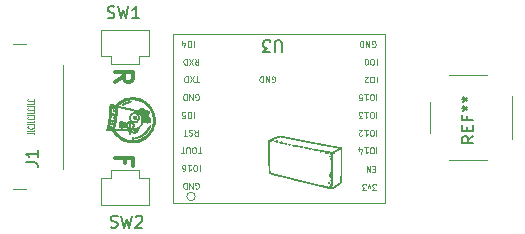
<source format=gbr>
G04 #@! TF.GenerationSoftware,KiCad,Pcbnew,(5.1.4)-1*
G04 #@! TF.CreationDate,2020-10-04T16:00:56+02:00*
G04 #@! TF.ProjectId,Long range deauther,4c6f6e67-2072-4616-9e67-652064656175,rev?*
G04 #@! TF.SameCoordinates,Original*
G04 #@! TF.FileFunction,Legend,Top*
G04 #@! TF.FilePolarity,Positive*
%FSLAX46Y46*%
G04 Gerber Fmt 4.6, Leading zero omitted, Abs format (unit mm)*
G04 Created by KiCad (PCBNEW (5.1.4)-1) date 2020-10-04 16:00:56*
%MOMM*%
%LPD*%
G04 APERTURE LIST*
%ADD10C,0.040000*%
%ADD11C,0.300000*%
%ADD12C,0.010000*%
%ADD13C,0.120000*%
%ADD14C,0.150000*%
%ADD15C,0.100000*%
G04 APERTURE END LIST*
D10*
X126673968Y-84329414D02*
X127102540Y-84329414D01*
X127188254Y-84343700D01*
X127245397Y-84372271D01*
X127273968Y-84415128D01*
X127273968Y-84443700D01*
X127273968Y-84043700D02*
X127273968Y-84186557D01*
X126673968Y-84186557D01*
X127216825Y-83772271D02*
X127245397Y-83786557D01*
X127273968Y-83829414D01*
X127273968Y-83857985D01*
X127245397Y-83900842D01*
X127188254Y-83929414D01*
X127131111Y-83943700D01*
X127016825Y-83957985D01*
X126931111Y-83957985D01*
X126816825Y-83943700D01*
X126759682Y-83929414D01*
X126702540Y-83900842D01*
X126673968Y-83857985D01*
X126673968Y-83829414D01*
X126702540Y-83786557D01*
X126731111Y-83772271D01*
X126673968Y-83557985D02*
X127102540Y-83557985D01*
X127188254Y-83572271D01*
X127245397Y-83600842D01*
X127273968Y-83643700D01*
X127273968Y-83672271D01*
X127273968Y-83272271D02*
X127273968Y-83415128D01*
X126673968Y-83415128D01*
X127216825Y-83000842D02*
X127245397Y-83015128D01*
X127273968Y-83057985D01*
X127273968Y-83086557D01*
X127245397Y-83129414D01*
X127188254Y-83157985D01*
X127131111Y-83172271D01*
X127016825Y-83186557D01*
X126931111Y-83186557D01*
X126816825Y-83172271D01*
X126759682Y-83157985D01*
X126702540Y-83129414D01*
X126673968Y-83086557D01*
X126673968Y-83057985D01*
X126702540Y-83015128D01*
X126731111Y-83000842D01*
X126673968Y-82786557D02*
X127102540Y-82786557D01*
X127188254Y-82800842D01*
X127245397Y-82829414D01*
X127273968Y-82872271D01*
X127273968Y-82900842D01*
X127273968Y-82500842D02*
X127273968Y-82643700D01*
X126673968Y-82643700D01*
X127216825Y-82229414D02*
X127245397Y-82243700D01*
X127273968Y-82286557D01*
X127273968Y-82315128D01*
X127245397Y-82357985D01*
X127188254Y-82386557D01*
X127131111Y-82400842D01*
X127016825Y-82415128D01*
X126931111Y-82415128D01*
X126816825Y-82400842D01*
X126759682Y-82386557D01*
X126702540Y-82357985D01*
X126673968Y-82315128D01*
X126673968Y-82286557D01*
X126702540Y-82243700D01*
X126731111Y-82229414D01*
X126673968Y-82015128D02*
X127102540Y-82015128D01*
X127188254Y-82029414D01*
X127245397Y-82057985D01*
X127273968Y-82100842D01*
X127273968Y-82129414D01*
X127273968Y-81729414D02*
X127273968Y-81872271D01*
X126673968Y-81872271D01*
X127216825Y-81457985D02*
X127245397Y-81472271D01*
X127273968Y-81515128D01*
X127273968Y-81543700D01*
X127245397Y-81586557D01*
X127188254Y-81615128D01*
X127131111Y-81629414D01*
X127016825Y-81643700D01*
X126931111Y-81643700D01*
X126816825Y-81629414D01*
X126759682Y-81615128D01*
X126702540Y-81586557D01*
X126673968Y-81543700D01*
X126673968Y-81515128D01*
X126702540Y-81472271D01*
X126731111Y-81457985D01*
D11*
X134907142Y-86912105D02*
X134907142Y-86412105D01*
X134121428Y-86412105D02*
X135621428Y-86412105D01*
X135621428Y-87126391D01*
X134121428Y-80034865D02*
X134835714Y-79534865D01*
X134121428Y-79177722D02*
X135621428Y-79177722D01*
X135621428Y-79749151D01*
X135550000Y-79892008D01*
X135478571Y-79963437D01*
X135335714Y-80034865D01*
X135121428Y-80034865D01*
X134978571Y-79963437D01*
X134907142Y-79892008D01*
X134835714Y-79749151D01*
X134835714Y-79177722D01*
D12*
G36*
X137458221Y-83321770D02*
G01*
X137453949Y-83401698D01*
X137446989Y-83470939D01*
X137444033Y-83491067D01*
X137406354Y-83673150D01*
X137353502Y-83847746D01*
X137285494Y-84014813D01*
X137202349Y-84174306D01*
X137104084Y-84326182D01*
X137081172Y-84357585D01*
X137041669Y-84406917D01*
X136992031Y-84463188D01*
X136935536Y-84523123D01*
X136875467Y-84583447D01*
X136815104Y-84640885D01*
X136757728Y-84692162D01*
X136706618Y-84734003D01*
X136696296Y-84741798D01*
X136544590Y-84843968D01*
X136386237Y-84930567D01*
X136221167Y-85001626D01*
X136049308Y-85057175D01*
X135870587Y-85097244D01*
X135855015Y-85099948D01*
X135800735Y-85107138D01*
X135734166Y-85112801D01*
X135659893Y-85116811D01*
X135582503Y-85119043D01*
X135506582Y-85119370D01*
X135436716Y-85117666D01*
X135377490Y-85113805D01*
X135371809Y-85113242D01*
X135197763Y-85087291D01*
X135027246Y-85046093D01*
X134861854Y-84990310D01*
X134703181Y-84920601D01*
X134552824Y-84837628D01*
X134412379Y-84742050D01*
X134343833Y-84687621D01*
X134227337Y-84581460D01*
X134117534Y-84464306D01*
X134017666Y-84339937D01*
X133930973Y-84212130D01*
X133919122Y-84192588D01*
X133897828Y-84158525D01*
X133877717Y-84129206D01*
X133861357Y-84108220D01*
X133852816Y-84099921D01*
X133845231Y-84096388D01*
X133833638Y-84093981D01*
X133816037Y-84092710D01*
X133790431Y-84092584D01*
X133754819Y-84093613D01*
X133707205Y-84095805D01*
X133645588Y-84099171D01*
X133613095Y-84101052D01*
X133538084Y-84105179D01*
X133478715Y-84107831D01*
X133433767Y-84109026D01*
X133402015Y-84108785D01*
X133382237Y-84107127D01*
X133374457Y-84104931D01*
X133363731Y-84095329D01*
X133359052Y-84079461D01*
X133360436Y-84054670D01*
X133367897Y-84018296D01*
X133375080Y-83990601D01*
X133385347Y-83950607D01*
X133398104Y-83897554D01*
X133412567Y-83834997D01*
X133427954Y-83766491D01*
X133443482Y-83695591D01*
X133458367Y-83625853D01*
X133471826Y-83560831D01*
X133483077Y-83504081D01*
X133487914Y-83478367D01*
X133523094Y-83269702D01*
X133554327Y-83050551D01*
X133581123Y-82825682D01*
X133602992Y-82599867D01*
X133619444Y-82377875D01*
X133629987Y-82164477D01*
X133632742Y-82069427D01*
X133634200Y-82010014D01*
X133635822Y-81956161D01*
X133637515Y-81910193D01*
X133639183Y-81874432D01*
X133640732Y-81851203D01*
X133641938Y-81842944D01*
X133648141Y-81838176D01*
X133660066Y-81836682D01*
X133679330Y-81838836D01*
X133707553Y-81845009D01*
X133746354Y-81855574D01*
X133797352Y-81870905D01*
X133862164Y-81891373D01*
X133867651Y-81893138D01*
X133867651Y-81988234D01*
X133835424Y-81996161D01*
X133819605Y-82007925D01*
X133812529Y-82015864D01*
X133807238Y-82025232D01*
X133803341Y-82038655D01*
X133800448Y-82058756D01*
X133798171Y-82088159D01*
X133796118Y-82129488D01*
X133794127Y-82179375D01*
X133788746Y-82291592D01*
X133780908Y-82413825D01*
X133770921Y-82543175D01*
X133759091Y-82676737D01*
X133745726Y-82811610D01*
X133731132Y-82944893D01*
X133715617Y-83073682D01*
X133699487Y-83195076D01*
X133683048Y-83306173D01*
X133666609Y-83404070D01*
X133661966Y-83429151D01*
X133658098Y-83454225D01*
X133659362Y-83471620D01*
X133668225Y-83483382D01*
X133687152Y-83491557D01*
X133718607Y-83498193D01*
X133751278Y-83503297D01*
X133788713Y-83509618D01*
X133812997Y-83515987D01*
X133827867Y-83523713D01*
X133836445Y-83533147D01*
X133843988Y-83552421D01*
X133843495Y-83566309D01*
X133834369Y-83581177D01*
X133819135Y-83589597D01*
X133795021Y-83591997D01*
X133759255Y-83588804D01*
X133728728Y-83583980D01*
X133690676Y-83577851D01*
X133665795Y-83575280D01*
X133650721Y-83576177D01*
X133642088Y-83580450D01*
X133640938Y-83581594D01*
X133635230Y-83594048D01*
X133627617Y-83619284D01*
X133619167Y-83653414D01*
X133612268Y-83685801D01*
X133602804Y-83732024D01*
X133592461Y-83780098D01*
X133582801Y-83822858D01*
X133578119Y-83842434D01*
X133567048Y-83892492D01*
X133562241Y-83929901D01*
X133563741Y-83957761D01*
X133571590Y-83979174D01*
X133580164Y-83991157D01*
X133590472Y-84001970D01*
X133601423Y-84008588D01*
X133617192Y-84011962D01*
X133641954Y-84013041D01*
X133675414Y-84012835D01*
X133741120Y-84010841D01*
X133790977Y-84006698D01*
X133825949Y-84000267D01*
X133847001Y-83991411D01*
X133851387Y-83987569D01*
X133858776Y-83972614D01*
X133868409Y-83942962D01*
X133879905Y-83900601D01*
X133892884Y-83847516D01*
X133906964Y-83785693D01*
X133921764Y-83717119D01*
X133936903Y-83643780D01*
X133952000Y-83567663D01*
X133966673Y-83490753D01*
X133980543Y-83415037D01*
X133993227Y-83342502D01*
X134004344Y-83275133D01*
X134013514Y-83214916D01*
X134020355Y-83163839D01*
X134024487Y-83123887D01*
X134025527Y-83097046D01*
X134024171Y-83087012D01*
X134012633Y-83077455D01*
X133988560Y-83069829D01*
X133978323Y-83068004D01*
X133944966Y-83060971D01*
X133925576Y-83050818D01*
X133917222Y-83035505D01*
X133916266Y-83024844D01*
X133923424Y-83002231D01*
X133944304Y-82988637D01*
X133978016Y-82984523D01*
X133992369Y-82985378D01*
X134017831Y-82987003D01*
X134031695Y-82984427D01*
X134039110Y-82975981D01*
X134041904Y-82969309D01*
X134046386Y-82950035D01*
X134051298Y-82916403D01*
X134056404Y-82870976D01*
X134061466Y-82816316D01*
X134066248Y-82754986D01*
X134070513Y-82689548D01*
X134074022Y-82622565D01*
X134074066Y-82621599D01*
X134079719Y-82497205D01*
X134059376Y-82492551D01*
X134040755Y-82488948D01*
X134011756Y-82484032D01*
X133979766Y-82479038D01*
X133939964Y-82470793D01*
X133914799Y-82459417D01*
X133902062Y-82443482D01*
X133899333Y-82427077D01*
X133906338Y-82407350D01*
X133927495Y-82396145D01*
X133963018Y-82393397D01*
X133998266Y-82396711D01*
X134030129Y-82400309D01*
X134056483Y-82401628D01*
X134071895Y-82400408D01*
X134072349Y-82400250D01*
X134076998Y-82396454D01*
X134080433Y-82387677D01*
X134082826Y-82371720D01*
X134084348Y-82346384D01*
X134085170Y-82309470D01*
X134085463Y-82258780D01*
X134085470Y-82231916D01*
X134085093Y-82180556D01*
X134084122Y-82134707D01*
X134082667Y-82097179D01*
X134080840Y-82070781D01*
X134078750Y-82058325D01*
X134078608Y-82058064D01*
X134067405Y-82050396D01*
X134043773Y-82039816D01*
X134011682Y-82027636D01*
X133975098Y-82015170D01*
X133937992Y-82003733D01*
X133904332Y-81994637D01*
X133878086Y-81989197D01*
X133867651Y-81988234D01*
X133867651Y-81893138D01*
X133886908Y-81899334D01*
X133942241Y-81917013D01*
X133992736Y-81932798D01*
X134035999Y-81945970D01*
X134069635Y-81955806D01*
X134091249Y-81961586D01*
X134097939Y-81962834D01*
X134108447Y-81957179D01*
X134128701Y-81941495D01*
X134156450Y-81917702D01*
X134189442Y-81887719D01*
X134219598Y-81859117D01*
X134268302Y-81815777D01*
X134268302Y-82106963D01*
X134262618Y-82107185D01*
X134258805Y-82110935D01*
X134255666Y-82118840D01*
X134253086Y-82132607D01*
X134250951Y-82153946D01*
X134249148Y-82184562D01*
X134247561Y-82226165D01*
X134246076Y-82280462D01*
X134244579Y-82349162D01*
X134243819Y-82387890D01*
X134241682Y-82487267D01*
X134239216Y-82573261D01*
X134236180Y-82649420D01*
X134232337Y-82719294D01*
X134227445Y-82786433D01*
X134221266Y-82854386D01*
X134213560Y-82926702D01*
X134204087Y-83006931D01*
X134199571Y-83043468D01*
X134178340Y-83203008D01*
X134155153Y-83357847D01*
X134130457Y-83505440D01*
X134104695Y-83643245D01*
X134078313Y-83768718D01*
X134056844Y-83859367D01*
X134045122Y-83908429D01*
X134038374Y-83943636D01*
X134036444Y-83967269D01*
X134039177Y-83981609D01*
X134046416Y-83988939D01*
X134047930Y-83989594D01*
X134058522Y-83990199D01*
X134084546Y-83990213D01*
X134124511Y-83989672D01*
X134176926Y-83988612D01*
X134240302Y-83987070D01*
X134313148Y-83985083D01*
X134393974Y-83982687D01*
X134481290Y-83979918D01*
X134573604Y-83976814D01*
X134583447Y-83976473D01*
X134699244Y-83972351D01*
X134798946Y-83968587D01*
X134883386Y-83965135D01*
X134953399Y-83961951D01*
X135009818Y-83958989D01*
X135053475Y-83956205D01*
X135085205Y-83953554D01*
X135105842Y-83950991D01*
X135116218Y-83948471D01*
X135117447Y-83947723D01*
X135121604Y-83940577D01*
X135120541Y-83928977D01*
X135113293Y-83910047D01*
X135098895Y-83880914D01*
X135088241Y-83860740D01*
X135064787Y-83820007D01*
X135044508Y-83791122D01*
X135028737Y-83775949D01*
X135027042Y-83775061D01*
X135017634Y-83772578D01*
X135004001Y-83772784D01*
X134983937Y-83776180D01*
X134955236Y-83783269D01*
X134915692Y-83794555D01*
X134863100Y-83810538D01*
X134840348Y-83817601D01*
X134767696Y-83839526D01*
X134708422Y-83855409D01*
X134660114Y-83865331D01*
X134620365Y-83869373D01*
X134586762Y-83867618D01*
X134556898Y-83860147D01*
X134528361Y-83847042D01*
X134499843Y-83829144D01*
X134468366Y-83799315D01*
X134445236Y-83761183D01*
X134431863Y-83719195D01*
X134429656Y-83677795D01*
X134440026Y-83641428D01*
X134440201Y-83641099D01*
X134448955Y-83609216D01*
X134445761Y-83575088D01*
X134440223Y-83561208D01*
X134432895Y-83535431D01*
X134431222Y-83501411D01*
X134434981Y-83466789D01*
X134443734Y-83439619D01*
X134468218Y-83405410D01*
X134502283Y-83373467D01*
X134539055Y-83350061D01*
X134544644Y-83347563D01*
X134568581Y-83339256D01*
X134593628Y-83334667D01*
X134621962Y-83334134D01*
X134655754Y-83337991D01*
X134697178Y-83346576D01*
X134748410Y-83360225D01*
X134811621Y-83379274D01*
X134870131Y-83397932D01*
X134925523Y-83415656D01*
X134976226Y-83431473D01*
X135019810Y-83444659D01*
X135053841Y-83454487D01*
X135075888Y-83460231D01*
X135082813Y-83461434D01*
X135094817Y-83456264D01*
X135117084Y-83442001D01*
X135146968Y-83420510D01*
X135181823Y-83393658D01*
X135202782Y-83376767D01*
X135239191Y-83347725D01*
X135261111Y-83331202D01*
X135261111Y-83448734D01*
X135248988Y-83453928D01*
X135227566Y-83467932D01*
X135199731Y-83488384D01*
X135168369Y-83512917D01*
X135136366Y-83539167D01*
X135106606Y-83564771D01*
X135081977Y-83587362D01*
X135065362Y-83604577D01*
X135059631Y-83613834D01*
X135063469Y-83624408D01*
X135074174Y-83647932D01*
X135090746Y-83682365D01*
X135112183Y-83725663D01*
X135137486Y-83775783D01*
X135165653Y-83830682D01*
X135169544Y-83838201D01*
X135279195Y-84049867D01*
X135277181Y-83749301D01*
X135276591Y-83669696D01*
X135275942Y-83605411D01*
X135275148Y-83554833D01*
X135274122Y-83516348D01*
X135272777Y-83488343D01*
X135271029Y-83469205D01*
X135268789Y-83457320D01*
X135265973Y-83451075D01*
X135262494Y-83448857D01*
X135261111Y-83448734D01*
X135261111Y-83331202D01*
X135272022Y-83322977D01*
X135298656Y-83304388D01*
X135316479Y-83293821D01*
X135321691Y-83292100D01*
X135331866Y-83297299D01*
X135352906Y-83311788D01*
X135377811Y-83330245D01*
X135377811Y-83449505D01*
X135374416Y-83452108D01*
X135371626Y-83458074D01*
X135369380Y-83468910D01*
X135367623Y-83486125D01*
X135366295Y-83511229D01*
X135365339Y-83545731D01*
X135364696Y-83591138D01*
X135364310Y-83648960D01*
X135364122Y-83720706D01*
X135364073Y-83807356D01*
X135364080Y-84159934D01*
X135449622Y-83986367D01*
X135477385Y-83929854D01*
X135505507Y-83872288D01*
X135532128Y-83817501D01*
X135555387Y-83769324D01*
X135573423Y-83731588D01*
X135576699Y-83724659D01*
X135592086Y-83692828D01*
X135603086Y-83668731D01*
X135608608Y-83649841D01*
X135607565Y-83633630D01*
X135598869Y-83617570D01*
X135581431Y-83599134D01*
X135554163Y-83575792D01*
X135515977Y-83545019D01*
X135490519Y-83524490D01*
X135445303Y-83488836D01*
X135411714Y-83464693D01*
X135389268Y-83451738D01*
X135377811Y-83449505D01*
X135377811Y-83330245D01*
X135382755Y-83333909D01*
X135419361Y-83362004D01*
X135460672Y-83394413D01*
X135504633Y-83429478D01*
X135549191Y-83465540D01*
X135592294Y-83500940D01*
X135631888Y-83534019D01*
X135665919Y-83563119D01*
X135692335Y-83586581D01*
X135709083Y-83602746D01*
X135714068Y-83609096D01*
X135712011Y-83620276D01*
X135703451Y-83644156D01*
X135689413Y-83678270D01*
X135670923Y-83720150D01*
X135649008Y-83767332D01*
X135642966Y-83779974D01*
X135620431Y-83827500D01*
X135600985Y-83869744D01*
X135585648Y-83904388D01*
X135575438Y-83929117D01*
X135571375Y-83941610D01*
X135571480Y-83942603D01*
X135582206Y-83944114D01*
X135606014Y-83942965D01*
X135639343Y-83939632D01*
X135678635Y-83934593D01*
X135720331Y-83928324D01*
X135760872Y-83921301D01*
X135796698Y-83914000D01*
X135811343Y-83910494D01*
X135921326Y-83875219D01*
X135972539Y-83850798D01*
X135972539Y-83949878D01*
X135948162Y-83954643D01*
X135933920Y-83959575D01*
X135911019Y-83969485D01*
X135901167Y-83978733D01*
X135900942Y-83990589D01*
X135901039Y-83990982D01*
X135901373Y-84017274D01*
X135893330Y-84049424D01*
X135879077Y-84080042D01*
X135871848Y-84090555D01*
X135845679Y-84112663D01*
X135810111Y-84128755D01*
X135772331Y-84136223D01*
X135749160Y-84135066D01*
X135721230Y-84124251D01*
X135692104Y-84104377D01*
X135666886Y-84079877D01*
X135650680Y-84055182D01*
X135648074Y-84047280D01*
X135644858Y-84035566D01*
X135639027Y-84029057D01*
X135626660Y-84026651D01*
X135603838Y-84027248D01*
X135581888Y-84028701D01*
X135520700Y-84032934D01*
X135493421Y-84083734D01*
X135479574Y-84110786D01*
X135469675Y-84132537D01*
X135465904Y-84144112D01*
X135471976Y-84154581D01*
X135487601Y-84169987D01*
X135496743Y-84177394D01*
X135556869Y-84213043D01*
X135622631Y-84233992D01*
X135691128Y-84240164D01*
X135759461Y-84231484D01*
X135824730Y-84207877D01*
X135860695Y-84186872D01*
X135899872Y-84152643D01*
X135935960Y-84107522D01*
X135964909Y-84057460D01*
X135982671Y-84008411D01*
X135982979Y-84007060D01*
X135988333Y-83974523D01*
X135985392Y-83955984D01*
X135972539Y-83949878D01*
X135972539Y-83850798D01*
X136018569Y-83828848D01*
X136103334Y-83771142D01*
X136175878Y-83701857D01*
X136236463Y-83620753D01*
X136285347Y-83527587D01*
X136317922Y-83438637D01*
X136326732Y-83408197D01*
X136332955Y-83381403D01*
X136337048Y-83354138D01*
X136339462Y-83322282D01*
X136340654Y-83281715D01*
X136341075Y-83228600D01*
X136340400Y-83161743D01*
X136337346Y-83107335D01*
X136331069Y-83060962D01*
X136320723Y-83018211D01*
X136305462Y-82974668D01*
X136284442Y-82925917D01*
X136282144Y-82920919D01*
X136229488Y-82826803D01*
X136161427Y-82738738D01*
X136078556Y-82657232D01*
X135981472Y-82582795D01*
X135870770Y-82515935D01*
X135747045Y-82457163D01*
X135732366Y-82451091D01*
X135710453Y-82442201D01*
X135690036Y-82434138D01*
X135669913Y-82426596D01*
X135648883Y-82419274D01*
X135625742Y-82411866D01*
X135599289Y-82404071D01*
X135568322Y-82395584D01*
X135531639Y-82386102D01*
X135488037Y-82375321D01*
X135436314Y-82362938D01*
X135375268Y-82348650D01*
X135303697Y-82332153D01*
X135220399Y-82313142D01*
X135124171Y-82291316D01*
X135013812Y-82266370D01*
X134889975Y-82238420D01*
X134757823Y-82208742D01*
X134640907Y-82182782D01*
X134539386Y-82160573D01*
X134453420Y-82142148D01*
X134383168Y-82127542D01*
X134328792Y-82116786D01*
X134290450Y-82109916D01*
X134268302Y-82106963D01*
X134268302Y-81815777D01*
X134357359Y-81736527D01*
X134500702Y-81629806D01*
X134650257Y-81538630D01*
X134806658Y-81462672D01*
X134970536Y-81401610D01*
X135142524Y-81355117D01*
X135237066Y-81336292D01*
X135309113Y-81326155D01*
X135392579Y-81318567D01*
X135482117Y-81313715D01*
X135511758Y-81313081D01*
X135511758Y-81473236D01*
X135343661Y-81486010D01*
X135176169Y-81515223D01*
X135010315Y-81560997D01*
X135009395Y-81561299D01*
X134857888Y-81619563D01*
X134710110Y-81692921D01*
X134569362Y-81779538D01*
X134438946Y-81877580D01*
X134436831Y-81879340D01*
X134390116Y-81919289D01*
X134356193Y-81950813D01*
X134333968Y-81975178D01*
X134322346Y-81993651D01*
X134320233Y-82007496D01*
X134321910Y-82012222D01*
X134327191Y-82015898D01*
X134340383Y-82021035D01*
X134362360Y-82027846D01*
X134393994Y-82036546D01*
X134436157Y-82047347D01*
X134489722Y-82060465D01*
X134555561Y-82076113D01*
X134634546Y-82094506D01*
X134727550Y-82115857D01*
X134835445Y-82140381D01*
X134946297Y-82165407D01*
X135048371Y-82188508D01*
X135147531Y-82211165D01*
X135242242Y-82233016D01*
X135330972Y-82253697D01*
X135412185Y-82272844D01*
X135484350Y-82290094D01*
X135545931Y-82305082D01*
X135595395Y-82317446D01*
X135631208Y-82326821D01*
X135650182Y-82332300D01*
X135694213Y-82347741D01*
X135746265Y-82367969D01*
X135799241Y-82390138D01*
X135838337Y-82407744D01*
X135885298Y-82429035D01*
X135919515Y-82442643D01*
X135942967Y-82449251D01*
X135957632Y-82449541D01*
X135958621Y-82449271D01*
X135971108Y-82441509D01*
X135993004Y-82423940D01*
X136021770Y-82398757D01*
X136054867Y-82368152D01*
X136075266Y-82348568D01*
X136137920Y-82291147D01*
X136194349Y-82247391D01*
X136246470Y-82216117D01*
X136296200Y-82196142D01*
X136336659Y-82187348D01*
X136390217Y-82187420D01*
X136441742Y-82201011D01*
X136488567Y-82226029D01*
X136528021Y-82260386D01*
X136557434Y-82301992D01*
X136574139Y-82348757D01*
X136576935Y-82375450D01*
X136579428Y-82401292D01*
X136587807Y-82415181D01*
X136604889Y-82418495D01*
X136633492Y-82412611D01*
X136645566Y-82409001D01*
X136717960Y-82392286D01*
X136781490Y-82389938D01*
X136836113Y-82401941D01*
X136881783Y-82428281D01*
X136918456Y-82468943D01*
X136938201Y-82504701D01*
X136954700Y-82560734D01*
X136954913Y-82618380D01*
X136939234Y-82676331D01*
X136908056Y-82733279D01*
X136861772Y-82787916D01*
X136849439Y-82799645D01*
X136824871Y-82823447D01*
X136806113Y-82844078D01*
X136796081Y-82858227D01*
X136795163Y-82861295D01*
X136802450Y-82869870D01*
X136821768Y-82882984D01*
X136849628Y-82898404D01*
X136864797Y-82905868D01*
X136933389Y-82946035D01*
X136991097Y-82995557D01*
X137036727Y-83052575D01*
X137069085Y-83115229D01*
X137086976Y-83181660D01*
X137089206Y-83250010D01*
X137088784Y-83254440D01*
X137075647Y-83312161D01*
X137049336Y-83359400D01*
X137010015Y-83396109D01*
X136957845Y-83422244D01*
X136892987Y-83437758D01*
X136815603Y-83442604D01*
X136725855Y-83436737D01*
X136623906Y-83420110D01*
X136559112Y-83405485D01*
X136509652Y-83394207D01*
X136473280Y-83389534D01*
X136446902Y-83393078D01*
X136427427Y-83406448D01*
X136411761Y-83431257D01*
X136396812Y-83469114D01*
X136388310Y-83494445D01*
X136347931Y-83593249D01*
X136294496Y-83684833D01*
X136229719Y-83766852D01*
X136155318Y-83836962D01*
X136116723Y-83865673D01*
X136077747Y-83892340D01*
X136073091Y-83958404D01*
X136059849Y-84039559D01*
X136031975Y-84112535D01*
X135998482Y-84166203D01*
X135943963Y-84225803D01*
X135880832Y-84271732D01*
X135811045Y-84303550D01*
X135736560Y-84320819D01*
X135659331Y-84323098D01*
X135581316Y-84309947D01*
X135504469Y-84280928D01*
X135499363Y-84278381D01*
X135474521Y-84264329D01*
X135455138Y-84250785D01*
X135449281Y-84245261D01*
X135436972Y-84234261D01*
X135430869Y-84231901D01*
X135423948Y-84238950D01*
X135412023Y-84257688D01*
X135397333Y-84284496D01*
X135392866Y-84293284D01*
X135369868Y-84336752D01*
X135350993Y-84365566D01*
X135334618Y-84381004D01*
X135319118Y-84384341D01*
X135302871Y-84376851D01*
X135294883Y-84370288D01*
X135285867Y-84357786D01*
X135281065Y-84338043D01*
X135279496Y-84306621D01*
X135279479Y-84300438D01*
X135278862Y-84275698D01*
X135276093Y-84254133D01*
X135269920Y-84231687D01*
X135259087Y-84204307D01*
X135242341Y-84167940D01*
X135231541Y-84145497D01*
X135212740Y-84108036D01*
X135195629Y-84076391D01*
X135181933Y-84053587D01*
X135173378Y-84042649D01*
X135172625Y-84042211D01*
X135162463Y-84041786D01*
X135136840Y-84041976D01*
X135097212Y-84042740D01*
X135045040Y-84044035D01*
X134981782Y-84045821D01*
X134908897Y-84048055D01*
X134827842Y-84050695D01*
X134740078Y-84053701D01*
X134647061Y-84057030D01*
X134623460Y-84057896D01*
X134511929Y-84062049D01*
X134416131Y-84065733D01*
X134334875Y-84069049D01*
X134266972Y-84072101D01*
X134211230Y-84074990D01*
X134166459Y-84077819D01*
X134131469Y-84080690D01*
X134105069Y-84083704D01*
X134086069Y-84086965D01*
X134073278Y-84090575D01*
X134065506Y-84094635D01*
X134061562Y-84099248D01*
X134060255Y-84104517D01*
X134060200Y-84106262D01*
X134064668Y-84116101D01*
X134076748Y-84136621D01*
X134094449Y-84164554D01*
X134110272Y-84188486D01*
X134213539Y-84327332D01*
X134328125Y-84453685D01*
X134453686Y-84567249D01*
X134589878Y-84667724D01*
X134736357Y-84754813D01*
X134801033Y-84787407D01*
X134958348Y-84853531D01*
X135119744Y-84903635D01*
X135284060Y-84937723D01*
X135450137Y-84955799D01*
X135616814Y-84957866D01*
X135782932Y-84943929D01*
X135947331Y-84913991D01*
X136108850Y-84868055D01*
X136266330Y-84806126D01*
X136316566Y-84782498D01*
X136467372Y-84699383D01*
X136607727Y-84603314D01*
X136737029Y-84495112D01*
X136854677Y-84375598D01*
X136960069Y-84245591D01*
X137052603Y-84105913D01*
X137131679Y-83957383D01*
X137196693Y-83800823D01*
X137247045Y-83637053D01*
X137282132Y-83466894D01*
X137282370Y-83465378D01*
X137294634Y-83353327D01*
X137298520Y-83231638D01*
X137294285Y-83105239D01*
X137282183Y-82979060D01*
X137262470Y-82858030D01*
X137247454Y-82791360D01*
X137198519Y-82631279D01*
X137134105Y-82476651D01*
X137055140Y-82328748D01*
X136962554Y-82188840D01*
X136857275Y-82058199D01*
X136740234Y-81938095D01*
X136612359Y-81829798D01*
X136475147Y-81734934D01*
X136325130Y-81651650D01*
X136169515Y-81584071D01*
X136009337Y-81532317D01*
X135845629Y-81496511D01*
X135679425Y-81476777D01*
X135511758Y-81473236D01*
X135511758Y-81313081D01*
X135572380Y-81311784D01*
X135658020Y-81312959D01*
X135733690Y-81317425D01*
X135746345Y-81318645D01*
X135923924Y-81345472D01*
X136097427Y-81388525D01*
X136265787Y-81447369D01*
X136427939Y-81521569D01*
X136582815Y-81610689D01*
X136729350Y-81714294D01*
X136744133Y-81725935D01*
X136786155Y-81761594D01*
X136835157Y-81806782D01*
X136887916Y-81858200D01*
X136941210Y-81912548D01*
X136991818Y-81966527D01*
X137036516Y-82016838D01*
X137072083Y-82060180D01*
X137077532Y-82067340D01*
X137178694Y-82215696D01*
X137264508Y-82370373D01*
X137335302Y-82532146D01*
X137391408Y-82701788D01*
X137433153Y-82880075D01*
X137440277Y-82919567D01*
X137449007Y-82985327D01*
X137455196Y-83062934D01*
X137458815Y-83147881D01*
X137459833Y-83235662D01*
X137458221Y-83321770D01*
X137458221Y-83321770D01*
G37*
X137458221Y-83321770D02*
X137453949Y-83401698D01*
X137446989Y-83470939D01*
X137444033Y-83491067D01*
X137406354Y-83673150D01*
X137353502Y-83847746D01*
X137285494Y-84014813D01*
X137202349Y-84174306D01*
X137104084Y-84326182D01*
X137081172Y-84357585D01*
X137041669Y-84406917D01*
X136992031Y-84463188D01*
X136935536Y-84523123D01*
X136875467Y-84583447D01*
X136815104Y-84640885D01*
X136757728Y-84692162D01*
X136706618Y-84734003D01*
X136696296Y-84741798D01*
X136544590Y-84843968D01*
X136386237Y-84930567D01*
X136221167Y-85001626D01*
X136049308Y-85057175D01*
X135870587Y-85097244D01*
X135855015Y-85099948D01*
X135800735Y-85107138D01*
X135734166Y-85112801D01*
X135659893Y-85116811D01*
X135582503Y-85119043D01*
X135506582Y-85119370D01*
X135436716Y-85117666D01*
X135377490Y-85113805D01*
X135371809Y-85113242D01*
X135197763Y-85087291D01*
X135027246Y-85046093D01*
X134861854Y-84990310D01*
X134703181Y-84920601D01*
X134552824Y-84837628D01*
X134412379Y-84742050D01*
X134343833Y-84687621D01*
X134227337Y-84581460D01*
X134117534Y-84464306D01*
X134017666Y-84339937D01*
X133930973Y-84212130D01*
X133919122Y-84192588D01*
X133897828Y-84158525D01*
X133877717Y-84129206D01*
X133861357Y-84108220D01*
X133852816Y-84099921D01*
X133845231Y-84096388D01*
X133833638Y-84093981D01*
X133816037Y-84092710D01*
X133790431Y-84092584D01*
X133754819Y-84093613D01*
X133707205Y-84095805D01*
X133645588Y-84099171D01*
X133613095Y-84101052D01*
X133538084Y-84105179D01*
X133478715Y-84107831D01*
X133433767Y-84109026D01*
X133402015Y-84108785D01*
X133382237Y-84107127D01*
X133374457Y-84104931D01*
X133363731Y-84095329D01*
X133359052Y-84079461D01*
X133360436Y-84054670D01*
X133367897Y-84018296D01*
X133375080Y-83990601D01*
X133385347Y-83950607D01*
X133398104Y-83897554D01*
X133412567Y-83834997D01*
X133427954Y-83766491D01*
X133443482Y-83695591D01*
X133458367Y-83625853D01*
X133471826Y-83560831D01*
X133483077Y-83504081D01*
X133487914Y-83478367D01*
X133523094Y-83269702D01*
X133554327Y-83050551D01*
X133581123Y-82825682D01*
X133602992Y-82599867D01*
X133619444Y-82377875D01*
X133629987Y-82164477D01*
X133632742Y-82069427D01*
X133634200Y-82010014D01*
X133635822Y-81956161D01*
X133637515Y-81910193D01*
X133639183Y-81874432D01*
X133640732Y-81851203D01*
X133641938Y-81842944D01*
X133648141Y-81838176D01*
X133660066Y-81836682D01*
X133679330Y-81838836D01*
X133707553Y-81845009D01*
X133746354Y-81855574D01*
X133797352Y-81870905D01*
X133862164Y-81891373D01*
X133867651Y-81893138D01*
X133867651Y-81988234D01*
X133835424Y-81996161D01*
X133819605Y-82007925D01*
X133812529Y-82015864D01*
X133807238Y-82025232D01*
X133803341Y-82038655D01*
X133800448Y-82058756D01*
X133798171Y-82088159D01*
X133796118Y-82129488D01*
X133794127Y-82179375D01*
X133788746Y-82291592D01*
X133780908Y-82413825D01*
X133770921Y-82543175D01*
X133759091Y-82676737D01*
X133745726Y-82811610D01*
X133731132Y-82944893D01*
X133715617Y-83073682D01*
X133699487Y-83195076D01*
X133683048Y-83306173D01*
X133666609Y-83404070D01*
X133661966Y-83429151D01*
X133658098Y-83454225D01*
X133659362Y-83471620D01*
X133668225Y-83483382D01*
X133687152Y-83491557D01*
X133718607Y-83498193D01*
X133751278Y-83503297D01*
X133788713Y-83509618D01*
X133812997Y-83515987D01*
X133827867Y-83523713D01*
X133836445Y-83533147D01*
X133843988Y-83552421D01*
X133843495Y-83566309D01*
X133834369Y-83581177D01*
X133819135Y-83589597D01*
X133795021Y-83591997D01*
X133759255Y-83588804D01*
X133728728Y-83583980D01*
X133690676Y-83577851D01*
X133665795Y-83575280D01*
X133650721Y-83576177D01*
X133642088Y-83580450D01*
X133640938Y-83581594D01*
X133635230Y-83594048D01*
X133627617Y-83619284D01*
X133619167Y-83653414D01*
X133612268Y-83685801D01*
X133602804Y-83732024D01*
X133592461Y-83780098D01*
X133582801Y-83822858D01*
X133578119Y-83842434D01*
X133567048Y-83892492D01*
X133562241Y-83929901D01*
X133563741Y-83957761D01*
X133571590Y-83979174D01*
X133580164Y-83991157D01*
X133590472Y-84001970D01*
X133601423Y-84008588D01*
X133617192Y-84011962D01*
X133641954Y-84013041D01*
X133675414Y-84012835D01*
X133741120Y-84010841D01*
X133790977Y-84006698D01*
X133825949Y-84000267D01*
X133847001Y-83991411D01*
X133851387Y-83987569D01*
X133858776Y-83972614D01*
X133868409Y-83942962D01*
X133879905Y-83900601D01*
X133892884Y-83847516D01*
X133906964Y-83785693D01*
X133921764Y-83717119D01*
X133936903Y-83643780D01*
X133952000Y-83567663D01*
X133966673Y-83490753D01*
X133980543Y-83415037D01*
X133993227Y-83342502D01*
X134004344Y-83275133D01*
X134013514Y-83214916D01*
X134020355Y-83163839D01*
X134024487Y-83123887D01*
X134025527Y-83097046D01*
X134024171Y-83087012D01*
X134012633Y-83077455D01*
X133988560Y-83069829D01*
X133978323Y-83068004D01*
X133944966Y-83060971D01*
X133925576Y-83050818D01*
X133917222Y-83035505D01*
X133916266Y-83024844D01*
X133923424Y-83002231D01*
X133944304Y-82988637D01*
X133978016Y-82984523D01*
X133992369Y-82985378D01*
X134017831Y-82987003D01*
X134031695Y-82984427D01*
X134039110Y-82975981D01*
X134041904Y-82969309D01*
X134046386Y-82950035D01*
X134051298Y-82916403D01*
X134056404Y-82870976D01*
X134061466Y-82816316D01*
X134066248Y-82754986D01*
X134070513Y-82689548D01*
X134074022Y-82622565D01*
X134074066Y-82621599D01*
X134079719Y-82497205D01*
X134059376Y-82492551D01*
X134040755Y-82488948D01*
X134011756Y-82484032D01*
X133979766Y-82479038D01*
X133939964Y-82470793D01*
X133914799Y-82459417D01*
X133902062Y-82443482D01*
X133899333Y-82427077D01*
X133906338Y-82407350D01*
X133927495Y-82396145D01*
X133963018Y-82393397D01*
X133998266Y-82396711D01*
X134030129Y-82400309D01*
X134056483Y-82401628D01*
X134071895Y-82400408D01*
X134072349Y-82400250D01*
X134076998Y-82396454D01*
X134080433Y-82387677D01*
X134082826Y-82371720D01*
X134084348Y-82346384D01*
X134085170Y-82309470D01*
X134085463Y-82258780D01*
X134085470Y-82231916D01*
X134085093Y-82180556D01*
X134084122Y-82134707D01*
X134082667Y-82097179D01*
X134080840Y-82070781D01*
X134078750Y-82058325D01*
X134078608Y-82058064D01*
X134067405Y-82050396D01*
X134043773Y-82039816D01*
X134011682Y-82027636D01*
X133975098Y-82015170D01*
X133937992Y-82003733D01*
X133904332Y-81994637D01*
X133878086Y-81989197D01*
X133867651Y-81988234D01*
X133867651Y-81893138D01*
X133886908Y-81899334D01*
X133942241Y-81917013D01*
X133992736Y-81932798D01*
X134035999Y-81945970D01*
X134069635Y-81955806D01*
X134091249Y-81961586D01*
X134097939Y-81962834D01*
X134108447Y-81957179D01*
X134128701Y-81941495D01*
X134156450Y-81917702D01*
X134189442Y-81887719D01*
X134219598Y-81859117D01*
X134268302Y-81815777D01*
X134268302Y-82106963D01*
X134262618Y-82107185D01*
X134258805Y-82110935D01*
X134255666Y-82118840D01*
X134253086Y-82132607D01*
X134250951Y-82153946D01*
X134249148Y-82184562D01*
X134247561Y-82226165D01*
X134246076Y-82280462D01*
X134244579Y-82349162D01*
X134243819Y-82387890D01*
X134241682Y-82487267D01*
X134239216Y-82573261D01*
X134236180Y-82649420D01*
X134232337Y-82719294D01*
X134227445Y-82786433D01*
X134221266Y-82854386D01*
X134213560Y-82926702D01*
X134204087Y-83006931D01*
X134199571Y-83043468D01*
X134178340Y-83203008D01*
X134155153Y-83357847D01*
X134130457Y-83505440D01*
X134104695Y-83643245D01*
X134078313Y-83768718D01*
X134056844Y-83859367D01*
X134045122Y-83908429D01*
X134038374Y-83943636D01*
X134036444Y-83967269D01*
X134039177Y-83981609D01*
X134046416Y-83988939D01*
X134047930Y-83989594D01*
X134058522Y-83990199D01*
X134084546Y-83990213D01*
X134124511Y-83989672D01*
X134176926Y-83988612D01*
X134240302Y-83987070D01*
X134313148Y-83985083D01*
X134393974Y-83982687D01*
X134481290Y-83979918D01*
X134573604Y-83976814D01*
X134583447Y-83976473D01*
X134699244Y-83972351D01*
X134798946Y-83968587D01*
X134883386Y-83965135D01*
X134953399Y-83961951D01*
X135009818Y-83958989D01*
X135053475Y-83956205D01*
X135085205Y-83953554D01*
X135105842Y-83950991D01*
X135116218Y-83948471D01*
X135117447Y-83947723D01*
X135121604Y-83940577D01*
X135120541Y-83928977D01*
X135113293Y-83910047D01*
X135098895Y-83880914D01*
X135088241Y-83860740D01*
X135064787Y-83820007D01*
X135044508Y-83791122D01*
X135028737Y-83775949D01*
X135027042Y-83775061D01*
X135017634Y-83772578D01*
X135004001Y-83772784D01*
X134983937Y-83776180D01*
X134955236Y-83783269D01*
X134915692Y-83794555D01*
X134863100Y-83810538D01*
X134840348Y-83817601D01*
X134767696Y-83839526D01*
X134708422Y-83855409D01*
X134660114Y-83865331D01*
X134620365Y-83869373D01*
X134586762Y-83867618D01*
X134556898Y-83860147D01*
X134528361Y-83847042D01*
X134499843Y-83829144D01*
X134468366Y-83799315D01*
X134445236Y-83761183D01*
X134431863Y-83719195D01*
X134429656Y-83677795D01*
X134440026Y-83641428D01*
X134440201Y-83641099D01*
X134448955Y-83609216D01*
X134445761Y-83575088D01*
X134440223Y-83561208D01*
X134432895Y-83535431D01*
X134431222Y-83501411D01*
X134434981Y-83466789D01*
X134443734Y-83439619D01*
X134468218Y-83405410D01*
X134502283Y-83373467D01*
X134539055Y-83350061D01*
X134544644Y-83347563D01*
X134568581Y-83339256D01*
X134593628Y-83334667D01*
X134621962Y-83334134D01*
X134655754Y-83337991D01*
X134697178Y-83346576D01*
X134748410Y-83360225D01*
X134811621Y-83379274D01*
X134870131Y-83397932D01*
X134925523Y-83415656D01*
X134976226Y-83431473D01*
X135019810Y-83444659D01*
X135053841Y-83454487D01*
X135075888Y-83460231D01*
X135082813Y-83461434D01*
X135094817Y-83456264D01*
X135117084Y-83442001D01*
X135146968Y-83420510D01*
X135181823Y-83393658D01*
X135202782Y-83376767D01*
X135239191Y-83347725D01*
X135261111Y-83331202D01*
X135261111Y-83448734D01*
X135248988Y-83453928D01*
X135227566Y-83467932D01*
X135199731Y-83488384D01*
X135168369Y-83512917D01*
X135136366Y-83539167D01*
X135106606Y-83564771D01*
X135081977Y-83587362D01*
X135065362Y-83604577D01*
X135059631Y-83613834D01*
X135063469Y-83624408D01*
X135074174Y-83647932D01*
X135090746Y-83682365D01*
X135112183Y-83725663D01*
X135137486Y-83775783D01*
X135165653Y-83830682D01*
X135169544Y-83838201D01*
X135279195Y-84049867D01*
X135277181Y-83749301D01*
X135276591Y-83669696D01*
X135275942Y-83605411D01*
X135275148Y-83554833D01*
X135274122Y-83516348D01*
X135272777Y-83488343D01*
X135271029Y-83469205D01*
X135268789Y-83457320D01*
X135265973Y-83451075D01*
X135262494Y-83448857D01*
X135261111Y-83448734D01*
X135261111Y-83331202D01*
X135272022Y-83322977D01*
X135298656Y-83304388D01*
X135316479Y-83293821D01*
X135321691Y-83292100D01*
X135331866Y-83297299D01*
X135352906Y-83311788D01*
X135377811Y-83330245D01*
X135377811Y-83449505D01*
X135374416Y-83452108D01*
X135371626Y-83458074D01*
X135369380Y-83468910D01*
X135367623Y-83486125D01*
X135366295Y-83511229D01*
X135365339Y-83545731D01*
X135364696Y-83591138D01*
X135364310Y-83648960D01*
X135364122Y-83720706D01*
X135364073Y-83807356D01*
X135364080Y-84159934D01*
X135449622Y-83986367D01*
X135477385Y-83929854D01*
X135505507Y-83872288D01*
X135532128Y-83817501D01*
X135555387Y-83769324D01*
X135573423Y-83731588D01*
X135576699Y-83724659D01*
X135592086Y-83692828D01*
X135603086Y-83668731D01*
X135608608Y-83649841D01*
X135607565Y-83633630D01*
X135598869Y-83617570D01*
X135581431Y-83599134D01*
X135554163Y-83575792D01*
X135515977Y-83545019D01*
X135490519Y-83524490D01*
X135445303Y-83488836D01*
X135411714Y-83464693D01*
X135389268Y-83451738D01*
X135377811Y-83449505D01*
X135377811Y-83330245D01*
X135382755Y-83333909D01*
X135419361Y-83362004D01*
X135460672Y-83394413D01*
X135504633Y-83429478D01*
X135549191Y-83465540D01*
X135592294Y-83500940D01*
X135631888Y-83534019D01*
X135665919Y-83563119D01*
X135692335Y-83586581D01*
X135709083Y-83602746D01*
X135714068Y-83609096D01*
X135712011Y-83620276D01*
X135703451Y-83644156D01*
X135689413Y-83678270D01*
X135670923Y-83720150D01*
X135649008Y-83767332D01*
X135642966Y-83779974D01*
X135620431Y-83827500D01*
X135600985Y-83869744D01*
X135585648Y-83904388D01*
X135575438Y-83929117D01*
X135571375Y-83941610D01*
X135571480Y-83942603D01*
X135582206Y-83944114D01*
X135606014Y-83942965D01*
X135639343Y-83939632D01*
X135678635Y-83934593D01*
X135720331Y-83928324D01*
X135760872Y-83921301D01*
X135796698Y-83914000D01*
X135811343Y-83910494D01*
X135921326Y-83875219D01*
X135972539Y-83850798D01*
X135972539Y-83949878D01*
X135948162Y-83954643D01*
X135933920Y-83959575D01*
X135911019Y-83969485D01*
X135901167Y-83978733D01*
X135900942Y-83990589D01*
X135901039Y-83990982D01*
X135901373Y-84017274D01*
X135893330Y-84049424D01*
X135879077Y-84080042D01*
X135871848Y-84090555D01*
X135845679Y-84112663D01*
X135810111Y-84128755D01*
X135772331Y-84136223D01*
X135749160Y-84135066D01*
X135721230Y-84124251D01*
X135692104Y-84104377D01*
X135666886Y-84079877D01*
X135650680Y-84055182D01*
X135648074Y-84047280D01*
X135644858Y-84035566D01*
X135639027Y-84029057D01*
X135626660Y-84026651D01*
X135603838Y-84027248D01*
X135581888Y-84028701D01*
X135520700Y-84032934D01*
X135493421Y-84083734D01*
X135479574Y-84110786D01*
X135469675Y-84132537D01*
X135465904Y-84144112D01*
X135471976Y-84154581D01*
X135487601Y-84169987D01*
X135496743Y-84177394D01*
X135556869Y-84213043D01*
X135622631Y-84233992D01*
X135691128Y-84240164D01*
X135759461Y-84231484D01*
X135824730Y-84207877D01*
X135860695Y-84186872D01*
X135899872Y-84152643D01*
X135935960Y-84107522D01*
X135964909Y-84057460D01*
X135982671Y-84008411D01*
X135982979Y-84007060D01*
X135988333Y-83974523D01*
X135985392Y-83955984D01*
X135972539Y-83949878D01*
X135972539Y-83850798D01*
X136018569Y-83828848D01*
X136103334Y-83771142D01*
X136175878Y-83701857D01*
X136236463Y-83620753D01*
X136285347Y-83527587D01*
X136317922Y-83438637D01*
X136326732Y-83408197D01*
X136332955Y-83381403D01*
X136337048Y-83354138D01*
X136339462Y-83322282D01*
X136340654Y-83281715D01*
X136341075Y-83228600D01*
X136340400Y-83161743D01*
X136337346Y-83107335D01*
X136331069Y-83060962D01*
X136320723Y-83018211D01*
X136305462Y-82974668D01*
X136284442Y-82925917D01*
X136282144Y-82920919D01*
X136229488Y-82826803D01*
X136161427Y-82738738D01*
X136078556Y-82657232D01*
X135981472Y-82582795D01*
X135870770Y-82515935D01*
X135747045Y-82457163D01*
X135732366Y-82451091D01*
X135710453Y-82442201D01*
X135690036Y-82434138D01*
X135669913Y-82426596D01*
X135648883Y-82419274D01*
X135625742Y-82411866D01*
X135599289Y-82404071D01*
X135568322Y-82395584D01*
X135531639Y-82386102D01*
X135488037Y-82375321D01*
X135436314Y-82362938D01*
X135375268Y-82348650D01*
X135303697Y-82332153D01*
X135220399Y-82313142D01*
X135124171Y-82291316D01*
X135013812Y-82266370D01*
X134889975Y-82238420D01*
X134757823Y-82208742D01*
X134640907Y-82182782D01*
X134539386Y-82160573D01*
X134453420Y-82142148D01*
X134383168Y-82127542D01*
X134328792Y-82116786D01*
X134290450Y-82109916D01*
X134268302Y-82106963D01*
X134268302Y-81815777D01*
X134357359Y-81736527D01*
X134500702Y-81629806D01*
X134650257Y-81538630D01*
X134806658Y-81462672D01*
X134970536Y-81401610D01*
X135142524Y-81355117D01*
X135237066Y-81336292D01*
X135309113Y-81326155D01*
X135392579Y-81318567D01*
X135482117Y-81313715D01*
X135511758Y-81313081D01*
X135511758Y-81473236D01*
X135343661Y-81486010D01*
X135176169Y-81515223D01*
X135010315Y-81560997D01*
X135009395Y-81561299D01*
X134857888Y-81619563D01*
X134710110Y-81692921D01*
X134569362Y-81779538D01*
X134438946Y-81877580D01*
X134436831Y-81879340D01*
X134390116Y-81919289D01*
X134356193Y-81950813D01*
X134333968Y-81975178D01*
X134322346Y-81993651D01*
X134320233Y-82007496D01*
X134321910Y-82012222D01*
X134327191Y-82015898D01*
X134340383Y-82021035D01*
X134362360Y-82027846D01*
X134393994Y-82036546D01*
X134436157Y-82047347D01*
X134489722Y-82060465D01*
X134555561Y-82076113D01*
X134634546Y-82094506D01*
X134727550Y-82115857D01*
X134835445Y-82140381D01*
X134946297Y-82165407D01*
X135048371Y-82188508D01*
X135147531Y-82211165D01*
X135242242Y-82233016D01*
X135330972Y-82253697D01*
X135412185Y-82272844D01*
X135484350Y-82290094D01*
X135545931Y-82305082D01*
X135595395Y-82317446D01*
X135631208Y-82326821D01*
X135650182Y-82332300D01*
X135694213Y-82347741D01*
X135746265Y-82367969D01*
X135799241Y-82390138D01*
X135838337Y-82407744D01*
X135885298Y-82429035D01*
X135919515Y-82442643D01*
X135942967Y-82449251D01*
X135957632Y-82449541D01*
X135958621Y-82449271D01*
X135971108Y-82441509D01*
X135993004Y-82423940D01*
X136021770Y-82398757D01*
X136054867Y-82368152D01*
X136075266Y-82348568D01*
X136137920Y-82291147D01*
X136194349Y-82247391D01*
X136246470Y-82216117D01*
X136296200Y-82196142D01*
X136336659Y-82187348D01*
X136390217Y-82187420D01*
X136441742Y-82201011D01*
X136488567Y-82226029D01*
X136528021Y-82260386D01*
X136557434Y-82301992D01*
X136574139Y-82348757D01*
X136576935Y-82375450D01*
X136579428Y-82401292D01*
X136587807Y-82415181D01*
X136604889Y-82418495D01*
X136633492Y-82412611D01*
X136645566Y-82409001D01*
X136717960Y-82392286D01*
X136781490Y-82389938D01*
X136836113Y-82401941D01*
X136881783Y-82428281D01*
X136918456Y-82468943D01*
X136938201Y-82504701D01*
X136954700Y-82560734D01*
X136954913Y-82618380D01*
X136939234Y-82676331D01*
X136908056Y-82733279D01*
X136861772Y-82787916D01*
X136849439Y-82799645D01*
X136824871Y-82823447D01*
X136806113Y-82844078D01*
X136796081Y-82858227D01*
X136795163Y-82861295D01*
X136802450Y-82869870D01*
X136821768Y-82882984D01*
X136849628Y-82898404D01*
X136864797Y-82905868D01*
X136933389Y-82946035D01*
X136991097Y-82995557D01*
X137036727Y-83052575D01*
X137069085Y-83115229D01*
X137086976Y-83181660D01*
X137089206Y-83250010D01*
X137088784Y-83254440D01*
X137075647Y-83312161D01*
X137049336Y-83359400D01*
X137010015Y-83396109D01*
X136957845Y-83422244D01*
X136892987Y-83437758D01*
X136815603Y-83442604D01*
X136725855Y-83436737D01*
X136623906Y-83420110D01*
X136559112Y-83405485D01*
X136509652Y-83394207D01*
X136473280Y-83389534D01*
X136446902Y-83393078D01*
X136427427Y-83406448D01*
X136411761Y-83431257D01*
X136396812Y-83469114D01*
X136388310Y-83494445D01*
X136347931Y-83593249D01*
X136294496Y-83684833D01*
X136229719Y-83766852D01*
X136155318Y-83836962D01*
X136116723Y-83865673D01*
X136077747Y-83892340D01*
X136073091Y-83958404D01*
X136059849Y-84039559D01*
X136031975Y-84112535D01*
X135998482Y-84166203D01*
X135943963Y-84225803D01*
X135880832Y-84271732D01*
X135811045Y-84303550D01*
X135736560Y-84320819D01*
X135659331Y-84323098D01*
X135581316Y-84309947D01*
X135504469Y-84280928D01*
X135499363Y-84278381D01*
X135474521Y-84264329D01*
X135455138Y-84250785D01*
X135449281Y-84245261D01*
X135436972Y-84234261D01*
X135430869Y-84231901D01*
X135423948Y-84238950D01*
X135412023Y-84257688D01*
X135397333Y-84284496D01*
X135392866Y-84293284D01*
X135369868Y-84336752D01*
X135350993Y-84365566D01*
X135334618Y-84381004D01*
X135319118Y-84384341D01*
X135302871Y-84376851D01*
X135294883Y-84370288D01*
X135285867Y-84357786D01*
X135281065Y-84338043D01*
X135279496Y-84306621D01*
X135279479Y-84300438D01*
X135278862Y-84275698D01*
X135276093Y-84254133D01*
X135269920Y-84231687D01*
X135259087Y-84204307D01*
X135242341Y-84167940D01*
X135231541Y-84145497D01*
X135212740Y-84108036D01*
X135195629Y-84076391D01*
X135181933Y-84053587D01*
X135173378Y-84042649D01*
X135172625Y-84042211D01*
X135162463Y-84041786D01*
X135136840Y-84041976D01*
X135097212Y-84042740D01*
X135045040Y-84044035D01*
X134981782Y-84045821D01*
X134908897Y-84048055D01*
X134827842Y-84050695D01*
X134740078Y-84053701D01*
X134647061Y-84057030D01*
X134623460Y-84057896D01*
X134511929Y-84062049D01*
X134416131Y-84065733D01*
X134334875Y-84069049D01*
X134266972Y-84072101D01*
X134211230Y-84074990D01*
X134166459Y-84077819D01*
X134131469Y-84080690D01*
X134105069Y-84083704D01*
X134086069Y-84086965D01*
X134073278Y-84090575D01*
X134065506Y-84094635D01*
X134061562Y-84099248D01*
X134060255Y-84104517D01*
X134060200Y-84106262D01*
X134064668Y-84116101D01*
X134076748Y-84136621D01*
X134094449Y-84164554D01*
X134110272Y-84188486D01*
X134213539Y-84327332D01*
X134328125Y-84453685D01*
X134453686Y-84567249D01*
X134589878Y-84667724D01*
X134736357Y-84754813D01*
X134801033Y-84787407D01*
X134958348Y-84853531D01*
X135119744Y-84903635D01*
X135284060Y-84937723D01*
X135450137Y-84955799D01*
X135616814Y-84957866D01*
X135782932Y-84943929D01*
X135947331Y-84913991D01*
X136108850Y-84868055D01*
X136266330Y-84806126D01*
X136316566Y-84782498D01*
X136467372Y-84699383D01*
X136607727Y-84603314D01*
X136737029Y-84495112D01*
X136854677Y-84375598D01*
X136960069Y-84245591D01*
X137052603Y-84105913D01*
X137131679Y-83957383D01*
X137196693Y-83800823D01*
X137247045Y-83637053D01*
X137282132Y-83466894D01*
X137282370Y-83465378D01*
X137294634Y-83353327D01*
X137298520Y-83231638D01*
X137294285Y-83105239D01*
X137282183Y-82979060D01*
X137262470Y-82858030D01*
X137247454Y-82791360D01*
X137198519Y-82631279D01*
X137134105Y-82476651D01*
X137055140Y-82328748D01*
X136962554Y-82188840D01*
X136857275Y-82058199D01*
X136740234Y-81938095D01*
X136612359Y-81829798D01*
X136475147Y-81734934D01*
X136325130Y-81651650D01*
X136169515Y-81584071D01*
X136009337Y-81532317D01*
X135845629Y-81496511D01*
X135679425Y-81476777D01*
X135511758Y-81473236D01*
X135511758Y-81313081D01*
X135572380Y-81311784D01*
X135658020Y-81312959D01*
X135733690Y-81317425D01*
X135746345Y-81318645D01*
X135923924Y-81345472D01*
X136097427Y-81388525D01*
X136265787Y-81447369D01*
X136427939Y-81521569D01*
X136582815Y-81610689D01*
X136729350Y-81714294D01*
X136744133Y-81725935D01*
X136786155Y-81761594D01*
X136835157Y-81806782D01*
X136887916Y-81858200D01*
X136941210Y-81912548D01*
X136991818Y-81966527D01*
X137036516Y-82016838D01*
X137072083Y-82060180D01*
X137077532Y-82067340D01*
X137178694Y-82215696D01*
X137264508Y-82370373D01*
X137335302Y-82532146D01*
X137391408Y-82701788D01*
X137433153Y-82880075D01*
X137440277Y-82919567D01*
X137449007Y-82985327D01*
X137455196Y-83062934D01*
X137458815Y-83147881D01*
X137459833Y-83235662D01*
X137458221Y-83321770D01*
G36*
X133819581Y-83871499D02*
G01*
X133806618Y-83893444D01*
X133794346Y-83906781D01*
X133770927Y-83926335D01*
X133748565Y-83934589D01*
X133734233Y-83935567D01*
X133709401Y-83932016D01*
X133687456Y-83919052D01*
X133674119Y-83906781D01*
X133654565Y-83883361D01*
X133646311Y-83861000D01*
X133645333Y-83846667D01*
X133648884Y-83821836D01*
X133661848Y-83799890D01*
X133674119Y-83786554D01*
X133697539Y-83766999D01*
X133719900Y-83758745D01*
X133734233Y-83757767D01*
X133759064Y-83761319D01*
X133781010Y-83774282D01*
X133794346Y-83786554D01*
X133813901Y-83809973D01*
X133822155Y-83832335D01*
X133823133Y-83846667D01*
X133819581Y-83871499D01*
X133819581Y-83871499D01*
G37*
X133819581Y-83871499D02*
X133806618Y-83893444D01*
X133794346Y-83906781D01*
X133770927Y-83926335D01*
X133748565Y-83934589D01*
X133734233Y-83935567D01*
X133709401Y-83932016D01*
X133687456Y-83919052D01*
X133674119Y-83906781D01*
X133654565Y-83883361D01*
X133646311Y-83861000D01*
X133645333Y-83846667D01*
X133648884Y-83821836D01*
X133661848Y-83799890D01*
X133674119Y-83786554D01*
X133697539Y-83766999D01*
X133719900Y-83758745D01*
X133734233Y-83757767D01*
X133759064Y-83761319D01*
X133781010Y-83774282D01*
X133794346Y-83786554D01*
X133813901Y-83809973D01*
X133822155Y-83832335D01*
X133823133Y-83846667D01*
X133819581Y-83871499D01*
G36*
X133918744Y-83326649D02*
G01*
X133900860Y-83351662D01*
X133875593Y-83369114D01*
X133844453Y-83376023D01*
X133808948Y-83369405D01*
X133806471Y-83368413D01*
X133778478Y-83348526D01*
X133760802Y-83319201D01*
X133754532Y-83285199D01*
X133760758Y-83251280D01*
X133774463Y-83228549D01*
X133800260Y-83209739D01*
X133833081Y-83200620D01*
X133866180Y-83202271D01*
X133886278Y-83210656D01*
X133913013Y-83236080D01*
X133926330Y-83265875D01*
X133927737Y-83297059D01*
X133918744Y-83326649D01*
X133918744Y-83326649D01*
G37*
X133918744Y-83326649D02*
X133900860Y-83351662D01*
X133875593Y-83369114D01*
X133844453Y-83376023D01*
X133808948Y-83369405D01*
X133806471Y-83368413D01*
X133778478Y-83348526D01*
X133760802Y-83319201D01*
X133754532Y-83285199D01*
X133760758Y-83251280D01*
X133774463Y-83228549D01*
X133800260Y-83209739D01*
X133833081Y-83200620D01*
X133866180Y-83202271D01*
X133886278Y-83210656D01*
X133913013Y-83236080D01*
X133926330Y-83265875D01*
X133927737Y-83297059D01*
X133918744Y-83326649D01*
G36*
X133991723Y-82764302D02*
G01*
X133971063Y-82790264D01*
X133951431Y-82808214D01*
X133935540Y-82816067D01*
X133916130Y-82816597D01*
X133905446Y-82815340D01*
X133869255Y-82803241D01*
X133841624Y-82779757D01*
X133825727Y-82748253D01*
X133823133Y-82728087D01*
X133826999Y-82703373D01*
X133840839Y-82680890D01*
X133851919Y-82668954D01*
X133883827Y-82645525D01*
X133915750Y-82639030D01*
X133947670Y-82649469D01*
X133972146Y-82668954D01*
X133995588Y-82700729D01*
X134002114Y-82732428D01*
X133991723Y-82764302D01*
X133991723Y-82764302D01*
G37*
X133991723Y-82764302D02*
X133971063Y-82790264D01*
X133951431Y-82808214D01*
X133935540Y-82816067D01*
X133916130Y-82816597D01*
X133905446Y-82815340D01*
X133869255Y-82803241D01*
X133841624Y-82779757D01*
X133825727Y-82748253D01*
X133823133Y-82728087D01*
X133826999Y-82703373D01*
X133840839Y-82680890D01*
X133851919Y-82668954D01*
X133883827Y-82645525D01*
X133915750Y-82639030D01*
X133947670Y-82649469D01*
X133972146Y-82668954D01*
X133995588Y-82700729D01*
X134002114Y-82732428D01*
X133991723Y-82764302D01*
G36*
X134022703Y-82196259D02*
G01*
X134007951Y-82225267D01*
X133981565Y-82247907D01*
X133978206Y-82249710D01*
X133944905Y-82258061D01*
X133911122Y-82252135D01*
X133881573Y-82233769D01*
X133860973Y-82204801D01*
X133860566Y-82203843D01*
X133851107Y-82177495D01*
X133850175Y-82158176D01*
X133858225Y-82138028D01*
X133865045Y-82126358D01*
X133887848Y-82098475D01*
X133916015Y-82084466D01*
X133945994Y-82081367D01*
X133979108Y-82088357D01*
X134004023Y-82106931D01*
X134020052Y-82133501D01*
X134026507Y-82164473D01*
X134022703Y-82196259D01*
X134022703Y-82196259D01*
G37*
X134022703Y-82196259D02*
X134007951Y-82225267D01*
X133981565Y-82247907D01*
X133978206Y-82249710D01*
X133944905Y-82258061D01*
X133911122Y-82252135D01*
X133881573Y-82233769D01*
X133860973Y-82204801D01*
X133860566Y-82203843D01*
X133851107Y-82177495D01*
X133850175Y-82158176D01*
X133858225Y-82138028D01*
X133865045Y-82126358D01*
X133887848Y-82098475D01*
X133916015Y-82084466D01*
X133945994Y-82081367D01*
X133979108Y-82088357D01*
X134004023Y-82106931D01*
X134020052Y-82133501D01*
X134026507Y-82164473D01*
X134022703Y-82196259D01*
G36*
X136113102Y-83109715D02*
G01*
X136084232Y-83188763D01*
X136042029Y-83258838D01*
X135988162Y-83318651D01*
X135924302Y-83366914D01*
X135852119Y-83402337D01*
X135773283Y-83423632D01*
X135698500Y-83429656D01*
X135615272Y-83421126D01*
X135537261Y-83397402D01*
X135466210Y-83359768D01*
X135403860Y-83309513D01*
X135351955Y-83247923D01*
X135312237Y-83176284D01*
X135296029Y-83132459D01*
X135284458Y-83077915D01*
X135279842Y-83016217D01*
X135282198Y-82954253D01*
X135291545Y-82898910D01*
X135295365Y-82885701D01*
X135329502Y-82805508D01*
X135376215Y-82735809D01*
X135434481Y-82677670D01*
X135503279Y-82632154D01*
X135563716Y-82606058D01*
X135642516Y-82587075D01*
X135700014Y-82584502D01*
X135700014Y-82666040D01*
X135629273Y-82673920D01*
X135561446Y-82697090D01*
X135498658Y-82735121D01*
X135453273Y-82776182D01*
X135407196Y-82836918D01*
X135376982Y-82903375D01*
X135362764Y-82975002D01*
X135364676Y-83051246D01*
X135374262Y-83101553D01*
X135398592Y-83165056D01*
X135436524Y-83221617D01*
X135485601Y-83269674D01*
X135543369Y-83307667D01*
X135607373Y-83334033D01*
X135675159Y-83347212D01*
X135744272Y-83345643D01*
X135755355Y-83343907D01*
X135827445Y-83323217D01*
X135891685Y-83288928D01*
X135946454Y-83242826D01*
X135990130Y-83186700D01*
X136021093Y-83122337D01*
X136037721Y-83051523D01*
X136039605Y-83030483D01*
X136036362Y-82952464D01*
X136017742Y-82880861D01*
X135984445Y-82816853D01*
X135937174Y-82761620D01*
X135876629Y-82716340D01*
X135841731Y-82697862D01*
X135771541Y-82673878D01*
X135700014Y-82666040D01*
X135700014Y-82584502D01*
X135720055Y-82583605D01*
X135794906Y-82594340D01*
X135865640Y-82617971D01*
X135930829Y-82653187D01*
X135989045Y-82698679D01*
X136038860Y-82753139D01*
X136078845Y-82815256D01*
X136107573Y-82883723D01*
X136123615Y-82957228D01*
X136125543Y-83034464D01*
X136113102Y-83109715D01*
X136113102Y-83109715D01*
G37*
X136113102Y-83109715D02*
X136084232Y-83188763D01*
X136042029Y-83258838D01*
X135988162Y-83318651D01*
X135924302Y-83366914D01*
X135852119Y-83402337D01*
X135773283Y-83423632D01*
X135698500Y-83429656D01*
X135615272Y-83421126D01*
X135537261Y-83397402D01*
X135466210Y-83359768D01*
X135403860Y-83309513D01*
X135351955Y-83247923D01*
X135312237Y-83176284D01*
X135296029Y-83132459D01*
X135284458Y-83077915D01*
X135279842Y-83016217D01*
X135282198Y-82954253D01*
X135291545Y-82898910D01*
X135295365Y-82885701D01*
X135329502Y-82805508D01*
X135376215Y-82735809D01*
X135434481Y-82677670D01*
X135503279Y-82632154D01*
X135563716Y-82606058D01*
X135642516Y-82587075D01*
X135700014Y-82584502D01*
X135700014Y-82666040D01*
X135629273Y-82673920D01*
X135561446Y-82697090D01*
X135498658Y-82735121D01*
X135453273Y-82776182D01*
X135407196Y-82836918D01*
X135376982Y-82903375D01*
X135362764Y-82975002D01*
X135364676Y-83051246D01*
X135374262Y-83101553D01*
X135398592Y-83165056D01*
X135436524Y-83221617D01*
X135485601Y-83269674D01*
X135543369Y-83307667D01*
X135607373Y-83334033D01*
X135675159Y-83347212D01*
X135744272Y-83345643D01*
X135755355Y-83343907D01*
X135827445Y-83323217D01*
X135891685Y-83288928D01*
X135946454Y-83242826D01*
X135990130Y-83186700D01*
X136021093Y-83122337D01*
X136037721Y-83051523D01*
X136039605Y-83030483D01*
X136036362Y-82952464D01*
X136017742Y-82880861D01*
X135984445Y-82816853D01*
X135937174Y-82761620D01*
X135876629Y-82716340D01*
X135841731Y-82697862D01*
X135771541Y-82673878D01*
X135700014Y-82666040D01*
X135700014Y-82584502D01*
X135720055Y-82583605D01*
X135794906Y-82594340D01*
X135865640Y-82617971D01*
X135930829Y-82653187D01*
X135989045Y-82698679D01*
X136038860Y-82753139D01*
X136078845Y-82815256D01*
X136107573Y-82883723D01*
X136123615Y-82957228D01*
X136125543Y-83034464D01*
X136113102Y-83109715D01*
G36*
X135422765Y-81648798D02*
G01*
X135419561Y-81655102D01*
X135411469Y-81661219D01*
X135396236Y-81668174D01*
X135371609Y-81676994D01*
X135335338Y-81688701D01*
X135285169Y-81704322D01*
X135284091Y-81704656D01*
X135148864Y-81751479D01*
X135021858Y-81806251D01*
X134897431Y-81871604D01*
X134800205Y-81930555D01*
X134759113Y-81955740D01*
X134728681Y-81971264D01*
X134706159Y-81977805D01*
X134688800Y-81976045D01*
X134673855Y-81966663D01*
X134669799Y-81962834D01*
X134655106Y-81937852D01*
X134655975Y-81910582D01*
X134672199Y-81884900D01*
X134674073Y-81883105D01*
X134691592Y-81870371D01*
X134721394Y-81852383D01*
X134760297Y-81830779D01*
X134805117Y-81807199D01*
X134852670Y-81783281D01*
X134899775Y-81760664D01*
X134943247Y-81740987D01*
X134978111Y-81726575D01*
X135032692Y-81707097D01*
X135093840Y-81687845D01*
X135158095Y-81669673D01*
X135221999Y-81653435D01*
X135282090Y-81639986D01*
X135334910Y-81630179D01*
X135376999Y-81624869D01*
X135392913Y-81624167D01*
X135413638Y-81625938D01*
X135422175Y-81632948D01*
X135423333Y-81641282D01*
X135422765Y-81648798D01*
X135422765Y-81648798D01*
G37*
X135422765Y-81648798D02*
X135419561Y-81655102D01*
X135411469Y-81661219D01*
X135396236Y-81668174D01*
X135371609Y-81676994D01*
X135335338Y-81688701D01*
X135285169Y-81704322D01*
X135284091Y-81704656D01*
X135148864Y-81751479D01*
X135021858Y-81806251D01*
X134897431Y-81871604D01*
X134800205Y-81930555D01*
X134759113Y-81955740D01*
X134728681Y-81971264D01*
X134706159Y-81977805D01*
X134688800Y-81976045D01*
X134673855Y-81966663D01*
X134669799Y-81962834D01*
X134655106Y-81937852D01*
X134655975Y-81910582D01*
X134672199Y-81884900D01*
X134674073Y-81883105D01*
X134691592Y-81870371D01*
X134721394Y-81852383D01*
X134760297Y-81830779D01*
X134805117Y-81807199D01*
X134852670Y-81783281D01*
X134899775Y-81760664D01*
X134943247Y-81740987D01*
X134978111Y-81726575D01*
X135032692Y-81707097D01*
X135093840Y-81687845D01*
X135158095Y-81669673D01*
X135221999Y-81653435D01*
X135282090Y-81639986D01*
X135334910Y-81630179D01*
X135376999Y-81624869D01*
X135392913Y-81624167D01*
X135413638Y-81625938D01*
X135422175Y-81632948D01*
X135423333Y-81641282D01*
X135422765Y-81648798D01*
G36*
X135671732Y-84764720D02*
G01*
X135657996Y-84792002D01*
X135634739Y-84813180D01*
X135605576Y-84823983D01*
X135596998Y-84824567D01*
X135583558Y-84819453D01*
X135564536Y-84806757D01*
X135559449Y-84802648D01*
X135538379Y-84775651D01*
X135532792Y-84745412D01*
X135542873Y-84715486D01*
X135554181Y-84701416D01*
X135580732Y-84685335D01*
X135610657Y-84682781D01*
X135639262Y-84692396D01*
X135661850Y-84712820D01*
X135672328Y-84735606D01*
X135671732Y-84764720D01*
X135671732Y-84764720D01*
G37*
X135671732Y-84764720D02*
X135657996Y-84792002D01*
X135634739Y-84813180D01*
X135605576Y-84823983D01*
X135596998Y-84824567D01*
X135583558Y-84819453D01*
X135564536Y-84806757D01*
X135559449Y-84802648D01*
X135538379Y-84775651D01*
X135532792Y-84745412D01*
X135542873Y-84715486D01*
X135554181Y-84701416D01*
X135580732Y-84685335D01*
X135610657Y-84682781D01*
X135639262Y-84692396D01*
X135661850Y-84712820D01*
X135672328Y-84735606D01*
X135671732Y-84764720D01*
G36*
X137068528Y-83686297D02*
G01*
X137061012Y-83715336D01*
X137046454Y-83757376D01*
X137044337Y-83763105D01*
X136980786Y-83910705D01*
X136903644Y-84048567D01*
X136813496Y-84176217D01*
X136710925Y-84293180D01*
X136596515Y-84398983D01*
X136470851Y-84493151D01*
X136334517Y-84575209D01*
X136188097Y-84644684D01*
X136032175Y-84701101D01*
X135867334Y-84743985D01*
X135826202Y-84752270D01*
X135788358Y-84758540D01*
X135763918Y-84760117D01*
X135750051Y-84757124D01*
X135747885Y-84755660D01*
X135737868Y-84740532D01*
X135739014Y-84725656D01*
X135747183Y-84718931D01*
X135760141Y-84714909D01*
X135784300Y-84707618D01*
X135814621Y-84698578D01*
X135817033Y-84697863D01*
X135982244Y-84640174D01*
X136141880Y-84567070D01*
X136294816Y-84479474D01*
X136439927Y-84378309D01*
X136576087Y-84264500D01*
X136702171Y-84138969D01*
X136817053Y-84002639D01*
X136919609Y-83856433D01*
X136991212Y-83734484D01*
X137012957Y-83696026D01*
X137029493Y-83671394D01*
X137042161Y-83658795D01*
X137049929Y-83656167D01*
X137062877Y-83658814D01*
X137069113Y-83668157D01*
X137068528Y-83686297D01*
X137068528Y-83686297D01*
G37*
X137068528Y-83686297D02*
X137061012Y-83715336D01*
X137046454Y-83757376D01*
X137044337Y-83763105D01*
X136980786Y-83910705D01*
X136903644Y-84048567D01*
X136813496Y-84176217D01*
X136710925Y-84293180D01*
X136596515Y-84398983D01*
X136470851Y-84493151D01*
X136334517Y-84575209D01*
X136188097Y-84644684D01*
X136032175Y-84701101D01*
X135867334Y-84743985D01*
X135826202Y-84752270D01*
X135788358Y-84758540D01*
X135763918Y-84760117D01*
X135750051Y-84757124D01*
X135747885Y-84755660D01*
X135737868Y-84740532D01*
X135739014Y-84725656D01*
X135747183Y-84718931D01*
X135760141Y-84714909D01*
X135784300Y-84707618D01*
X135814621Y-84698578D01*
X135817033Y-84697863D01*
X135982244Y-84640174D01*
X136141880Y-84567070D01*
X136294816Y-84479474D01*
X136439927Y-84378309D01*
X136576087Y-84264500D01*
X136702171Y-84138969D01*
X136817053Y-84002639D01*
X136919609Y-83856433D01*
X136991212Y-83734484D01*
X137012957Y-83696026D01*
X137029493Y-83671394D01*
X137042161Y-83658795D01*
X137049929Y-83656167D01*
X137062877Y-83658814D01*
X137069113Y-83668157D01*
X137068528Y-83686297D01*
G36*
X135904705Y-83042387D02*
G01*
X135899343Y-83056581D01*
X135879721Y-83091768D01*
X135855032Y-83116025D01*
X135819461Y-83134993D01*
X135817765Y-83135707D01*
X135775871Y-83144603D01*
X135732742Y-83138997D01*
X135692703Y-83120385D01*
X135660077Y-83090259D01*
X135651887Y-83078395D01*
X135640805Y-83048990D01*
X135635616Y-83011535D01*
X135636872Y-82974048D01*
X135642981Y-82949200D01*
X135657243Y-82926917D01*
X135679979Y-82902865D01*
X135704750Y-82883298D01*
X135718101Y-82876239D01*
X135752519Y-82869257D01*
X135792066Y-82870120D01*
X135828592Y-82878220D01*
X135844627Y-82885655D01*
X135879169Y-82915796D01*
X135901531Y-82954573D01*
X135910460Y-82998074D01*
X135904705Y-83042387D01*
X135904705Y-83042387D01*
G37*
X135904705Y-83042387D02*
X135899343Y-83056581D01*
X135879721Y-83091768D01*
X135855032Y-83116025D01*
X135819461Y-83134993D01*
X135817765Y-83135707D01*
X135775871Y-83144603D01*
X135732742Y-83138997D01*
X135692703Y-83120385D01*
X135660077Y-83090259D01*
X135651887Y-83078395D01*
X135640805Y-83048990D01*
X135635616Y-83011535D01*
X135636872Y-82974048D01*
X135642981Y-82949200D01*
X135657243Y-82926917D01*
X135679979Y-82902865D01*
X135704750Y-82883298D01*
X135718101Y-82876239D01*
X135752519Y-82869257D01*
X135792066Y-82870120D01*
X135828592Y-82878220D01*
X135844627Y-82885655D01*
X135879169Y-82915796D01*
X135901531Y-82954573D01*
X135910460Y-82998074D01*
X135904705Y-83042387D01*
D13*
X167674000Y-81214000D02*
X167674000Y-84814000D01*
X160794000Y-81714000D02*
X160794000Y-84314000D01*
X165594000Y-79414000D02*
X162394000Y-79414000D01*
X165594000Y-86614000D02*
X162394000Y-86614000D01*
D12*
G36*
X147436843Y-84870890D02*
G01*
X147445231Y-84885438D01*
X147440265Y-84902784D01*
X147439337Y-84903960D01*
X147426041Y-84914689D01*
X147412959Y-84909949D01*
X147408054Y-84905427D01*
X147397951Y-84887881D01*
X147400659Y-84872638D01*
X147414869Y-84864961D01*
X147418155Y-84864786D01*
X147436843Y-84870890D01*
X147436843Y-84870890D01*
G37*
X147436843Y-84870890D02*
X147445231Y-84885438D01*
X147440265Y-84902784D01*
X147439337Y-84903960D01*
X147426041Y-84914689D01*
X147412959Y-84909949D01*
X147408054Y-84905427D01*
X147397951Y-84887881D01*
X147400659Y-84872638D01*
X147414869Y-84864961D01*
X147418155Y-84864786D01*
X147436843Y-84870890D01*
G36*
X147336085Y-84929580D02*
G01*
X147348976Y-84941093D01*
X147351719Y-84957669D01*
X147350984Y-84959995D01*
X147338990Y-84975257D01*
X147323079Y-84977809D01*
X147314259Y-84972498D01*
X147305406Y-84955012D01*
X147308553Y-84937664D01*
X147318964Y-84928881D01*
X147336085Y-84929580D01*
X147336085Y-84929580D01*
G37*
X147336085Y-84929580D02*
X147348976Y-84941093D01*
X147351719Y-84957669D01*
X147350984Y-84959995D01*
X147338990Y-84975257D01*
X147323079Y-84977809D01*
X147314259Y-84972498D01*
X147305406Y-84955012D01*
X147308553Y-84937664D01*
X147318964Y-84928881D01*
X147336085Y-84929580D01*
G36*
X147803816Y-84954854D02*
G01*
X147816006Y-84967249D01*
X147818206Y-84980923D01*
X147817223Y-84982949D01*
X147803770Y-84991023D01*
X147785202Y-84989202D01*
X147770735Y-84979457D01*
X147764825Y-84963475D01*
X147773459Y-84952183D01*
X147786823Y-84949453D01*
X147803816Y-84954854D01*
X147803816Y-84954854D01*
G37*
X147803816Y-84954854D02*
X147816006Y-84967249D01*
X147818206Y-84980923D01*
X147817223Y-84982949D01*
X147803770Y-84991023D01*
X147785202Y-84989202D01*
X147770735Y-84979457D01*
X147764825Y-84963475D01*
X147773459Y-84952183D01*
X147786823Y-84949453D01*
X147803816Y-84954854D01*
G36*
X147562677Y-84997070D02*
G01*
X147573505Y-85008043D01*
X147573187Y-85023511D01*
X147563287Y-85036780D01*
X147552410Y-85041059D01*
X147538076Y-85039855D01*
X147533494Y-85027543D01*
X147533360Y-85022508D01*
X147537698Y-85001226D01*
X147550807Y-84994390D01*
X147562677Y-84997070D01*
X147562677Y-84997070D01*
G37*
X147562677Y-84997070D02*
X147573505Y-85008043D01*
X147573187Y-85023511D01*
X147563287Y-85036780D01*
X147552410Y-85041059D01*
X147538076Y-85039855D01*
X147533494Y-85027543D01*
X147533360Y-85022508D01*
X147537698Y-85001226D01*
X147550807Y-84994390D01*
X147562677Y-84997070D01*
G36*
X147734809Y-85023723D02*
G01*
X147747080Y-85039465D01*
X147747411Y-85057403D01*
X147736658Y-85066128D01*
X147718513Y-85067165D01*
X147700522Y-85060800D01*
X147694317Y-85055394D01*
X147687480Y-85037623D01*
X147694943Y-85023289D01*
X147714130Y-85017192D01*
X147714830Y-85017186D01*
X147734809Y-85023723D01*
X147734809Y-85023723D01*
G37*
X147734809Y-85023723D02*
X147747080Y-85039465D01*
X147747411Y-85057403D01*
X147736658Y-85066128D01*
X147718513Y-85067165D01*
X147700522Y-85060800D01*
X147694317Y-85055394D01*
X147687480Y-85037623D01*
X147694943Y-85023289D01*
X147714130Y-85017192D01*
X147714830Y-85017186D01*
X147734809Y-85023723D01*
G36*
X148163516Y-85048501D02*
G01*
X148168969Y-85061649D01*
X148162705Y-85075140D01*
X148154968Y-85079781D01*
X148141135Y-85084230D01*
X148133083Y-85080439D01*
X148126335Y-85072591D01*
X148120203Y-85056961D01*
X148128988Y-85046100D01*
X148147694Y-85042586D01*
X148163516Y-85048501D01*
X148163516Y-85048501D01*
G37*
X148163516Y-85048501D02*
X148168969Y-85061649D01*
X148162705Y-85075140D01*
X148154968Y-85079781D01*
X148141135Y-85084230D01*
X148133083Y-85080439D01*
X148126335Y-85072591D01*
X148120203Y-85056961D01*
X148128988Y-85046100D01*
X148147694Y-85042586D01*
X148163516Y-85048501D01*
G36*
X147840671Y-85057914D02*
G01*
X147851594Y-85073531D01*
X147852073Y-85089045D01*
X147840773Y-85100480D01*
X147824496Y-85098743D01*
X147812850Y-85089261D01*
X147806512Y-85072664D01*
X147811014Y-85057579D01*
X147824158Y-85051053D01*
X147840671Y-85057914D01*
X147840671Y-85057914D01*
G37*
X147840671Y-85057914D02*
X147851594Y-85073531D01*
X147852073Y-85089045D01*
X147840773Y-85100480D01*
X147824496Y-85098743D01*
X147812850Y-85089261D01*
X147806512Y-85072664D01*
X147811014Y-85057579D01*
X147824158Y-85051053D01*
X147840671Y-85057914D01*
G36*
X147990839Y-85093752D02*
G01*
X147994794Y-85110320D01*
X147990140Y-85127761D01*
X147975706Y-85134197D01*
X147957846Y-85131122D01*
X147951517Y-85123614D01*
X147949632Y-85102653D01*
X147959775Y-85088982D01*
X147975706Y-85086443D01*
X147990839Y-85093752D01*
X147990839Y-85093752D01*
G37*
X147990839Y-85093752D02*
X147994794Y-85110320D01*
X147990140Y-85127761D01*
X147975706Y-85134197D01*
X147957846Y-85131122D01*
X147951517Y-85123614D01*
X147949632Y-85102653D01*
X147959775Y-85088982D01*
X147975706Y-85086443D01*
X147990839Y-85093752D01*
G36*
X148087845Y-85113348D02*
G01*
X148091083Y-85125345D01*
X148090633Y-85129283D01*
X148082032Y-85146256D01*
X148066584Y-85150885D01*
X148052429Y-85143402D01*
X148045859Y-85128504D01*
X148053182Y-85115905D01*
X148071536Y-85110330D01*
X148072489Y-85110320D01*
X148087845Y-85113348D01*
X148087845Y-85113348D01*
G37*
X148087845Y-85113348D02*
X148091083Y-85125345D01*
X148090633Y-85129283D01*
X148082032Y-85146256D01*
X148066584Y-85150885D01*
X148052429Y-85143402D01*
X148045859Y-85128504D01*
X148053182Y-85115905D01*
X148071536Y-85110330D01*
X148072489Y-85110320D01*
X148087845Y-85113348D01*
G36*
X148200501Y-85122472D02*
G01*
X148218593Y-85134354D01*
X148223868Y-85150793D01*
X148217386Y-85166640D01*
X148200204Y-85176748D01*
X148189061Y-85178053D01*
X148170280Y-85171006D01*
X148163828Y-85160176D01*
X148164395Y-85139650D01*
X148176751Y-85125076D01*
X148196072Y-85121411D01*
X148200501Y-85122472D01*
X148200501Y-85122472D01*
G37*
X148200501Y-85122472D02*
X148218593Y-85134354D01*
X148223868Y-85150793D01*
X148217386Y-85166640D01*
X148200204Y-85176748D01*
X148189061Y-85178053D01*
X148170280Y-85171006D01*
X148163828Y-85160176D01*
X148164395Y-85139650D01*
X148176751Y-85125076D01*
X148196072Y-85121411D01*
X148200501Y-85122472D01*
G36*
X148391685Y-85142038D02*
G01*
X148406183Y-85152408D01*
X148412300Y-85167265D01*
X148411302Y-85172595D01*
X148399466Y-85183668D01*
X148381557Y-85186433D01*
X148368738Y-85180875D01*
X148363125Y-85165977D01*
X148366765Y-85149323D01*
X148374971Y-85141441D01*
X148391685Y-85142038D01*
X148391685Y-85142038D01*
G37*
X148391685Y-85142038D02*
X148406183Y-85152408D01*
X148412300Y-85167265D01*
X148411302Y-85172595D01*
X148399466Y-85183668D01*
X148381557Y-85186433D01*
X148368738Y-85180875D01*
X148363125Y-85165977D01*
X148366765Y-85149323D01*
X148374971Y-85141441D01*
X148391685Y-85142038D01*
G36*
X148272691Y-85140548D02*
G01*
X148284797Y-85148847D01*
X148286894Y-85153631D01*
X148292767Y-85155759D01*
X148303616Y-85150820D01*
X148321364Y-85146281D01*
X148333977Y-85153524D01*
X148336257Y-85169023D01*
X148335225Y-85172274D01*
X148324245Y-85180217D01*
X148303002Y-85184437D01*
X148277748Y-85184939D01*
X148254738Y-85181727D01*
X148240226Y-85174809D01*
X148238529Y-85172186D01*
X148239905Y-85156282D01*
X148251907Y-85143487D01*
X148268421Y-85139463D01*
X148272691Y-85140548D01*
X148272691Y-85140548D01*
G37*
X148272691Y-85140548D02*
X148284797Y-85148847D01*
X148286894Y-85153631D01*
X148292767Y-85155759D01*
X148303616Y-85150820D01*
X148321364Y-85146281D01*
X148333977Y-85153524D01*
X148336257Y-85169023D01*
X148335225Y-85172274D01*
X148324245Y-85180217D01*
X148303002Y-85184437D01*
X148277748Y-85184939D01*
X148254738Y-85181727D01*
X148240226Y-85174809D01*
X148238529Y-85172186D01*
X148239905Y-85156282D01*
X148251907Y-85143487D01*
X148268421Y-85139463D01*
X148272691Y-85140548D01*
G36*
X148508741Y-85175235D02*
G01*
X148519283Y-85188659D01*
X148517667Y-85204577D01*
X148515494Y-85207686D01*
X148499356Y-85218178D01*
X148480953Y-85219474D01*
X148468880Y-85211844D01*
X148466517Y-85195259D01*
X148474016Y-85178587D01*
X148487488Y-85169748D01*
X148489628Y-85169586D01*
X148508741Y-85175235D01*
X148508741Y-85175235D01*
G37*
X148508741Y-85175235D02*
X148519283Y-85188659D01*
X148517667Y-85204577D01*
X148515494Y-85207686D01*
X148499356Y-85218178D01*
X148480953Y-85219474D01*
X148468880Y-85211844D01*
X148466517Y-85195259D01*
X148474016Y-85178587D01*
X148487488Y-85169748D01*
X148489628Y-85169586D01*
X148508741Y-85175235D01*
G36*
X148551439Y-85196509D02*
G01*
X148566602Y-85203859D01*
X148570527Y-85220271D01*
X148564752Y-85238413D01*
X148551049Y-85244238D01*
X148534854Y-85235832D01*
X148532818Y-85233557D01*
X148525684Y-85215782D01*
X148531808Y-85201504D01*
X148548430Y-85196219D01*
X148551439Y-85196509D01*
X148551439Y-85196509D01*
G37*
X148551439Y-85196509D02*
X148566602Y-85203859D01*
X148570527Y-85220271D01*
X148564752Y-85238413D01*
X148551049Y-85244238D01*
X148534854Y-85235832D01*
X148532818Y-85233557D01*
X148525684Y-85215782D01*
X148531808Y-85201504D01*
X148548430Y-85196219D01*
X148551439Y-85196509D01*
G36*
X148794055Y-85253915D02*
G01*
X148801961Y-85265939D01*
X148798063Y-85283638D01*
X148782764Y-85294925D01*
X148773727Y-85296327D01*
X148759509Y-85292170D01*
X148753844Y-85289092D01*
X148743906Y-85275920D01*
X148747291Y-85261860D01*
X148761451Y-85251921D01*
X148773727Y-85250020D01*
X148794055Y-85253915D01*
X148794055Y-85253915D01*
G37*
X148794055Y-85253915D02*
X148801961Y-85265939D01*
X148798063Y-85283638D01*
X148782764Y-85294925D01*
X148773727Y-85296327D01*
X148759509Y-85292170D01*
X148753844Y-85289092D01*
X148743906Y-85275920D01*
X148747291Y-85261860D01*
X148761451Y-85251921D01*
X148773727Y-85250020D01*
X148794055Y-85253915D01*
G36*
X148861156Y-85258019D02*
G01*
X148876248Y-85269818D01*
X148878483Y-85287755D01*
X148869400Y-85303360D01*
X148851434Y-85312972D01*
X148835323Y-85306154D01*
X148829386Y-85297756D01*
X148826177Y-85278012D01*
X148835357Y-85262556D01*
X148852773Y-85256580D01*
X148861156Y-85258019D01*
X148861156Y-85258019D01*
G37*
X148861156Y-85258019D02*
X148876248Y-85269818D01*
X148878483Y-85287755D01*
X148869400Y-85303360D01*
X148851434Y-85312972D01*
X148835323Y-85306154D01*
X148829386Y-85297756D01*
X148826177Y-85278012D01*
X148835357Y-85262556D01*
X148852773Y-85256580D01*
X148861156Y-85258019D01*
G36*
X149120955Y-85310948D02*
G01*
X149130849Y-85324718D01*
X149128855Y-85339684D01*
X149116766Y-85346251D01*
X149099312Y-85346554D01*
X149088405Y-85341742D01*
X149083556Y-85329292D01*
X149082761Y-85320575D01*
X149088834Y-85307980D01*
X149103021Y-85305053D01*
X149120955Y-85310948D01*
X149120955Y-85310948D01*
G37*
X149120955Y-85310948D02*
X149130849Y-85324718D01*
X149128855Y-85339684D01*
X149116766Y-85346251D01*
X149099312Y-85346554D01*
X149088405Y-85341742D01*
X149083556Y-85329292D01*
X149082761Y-85320575D01*
X149088834Y-85307980D01*
X149103021Y-85305053D01*
X149120955Y-85310948D01*
G36*
X149412909Y-85370686D02*
G01*
X149418617Y-85377676D01*
X149417341Y-85393707D01*
X149410310Y-85404466D01*
X149397604Y-85413222D01*
X149385438Y-85408354D01*
X149383393Y-85406708D01*
X149369631Y-85400046D01*
X149360108Y-85405319D01*
X149343169Y-85414483D01*
X149328202Y-85410437D01*
X149323045Y-85402825D01*
X149322183Y-85384930D01*
X149334654Y-85375605D01*
X149354721Y-85375955D01*
X149371983Y-85376996D01*
X149379094Y-85372575D01*
X149385331Y-85365284D01*
X149399084Y-85364975D01*
X149412909Y-85370686D01*
X149412909Y-85370686D01*
G37*
X149412909Y-85370686D02*
X149418617Y-85377676D01*
X149417341Y-85393707D01*
X149410310Y-85404466D01*
X149397604Y-85413222D01*
X149385438Y-85408354D01*
X149383393Y-85406708D01*
X149369631Y-85400046D01*
X149360108Y-85405319D01*
X149343169Y-85414483D01*
X149328202Y-85410437D01*
X149323045Y-85402825D01*
X149322183Y-85384930D01*
X149334654Y-85375605D01*
X149354721Y-85375955D01*
X149371983Y-85376996D01*
X149379094Y-85372575D01*
X149385331Y-85365284D01*
X149399084Y-85364975D01*
X149412909Y-85370686D01*
G36*
X149228566Y-85370017D02*
G01*
X149238974Y-85383522D01*
X149237247Y-85399455D01*
X149235161Y-85402420D01*
X149221267Y-85413858D01*
X149207447Y-85410405D01*
X149198025Y-85402175D01*
X149189490Y-85385579D01*
X149193721Y-85370934D01*
X149208850Y-85364331D01*
X149209630Y-85364320D01*
X149228566Y-85370017D01*
X149228566Y-85370017D01*
G37*
X149228566Y-85370017D02*
X149238974Y-85383522D01*
X149237247Y-85399455D01*
X149235161Y-85402420D01*
X149221267Y-85413858D01*
X149207447Y-85410405D01*
X149198025Y-85402175D01*
X149189490Y-85385579D01*
X149193721Y-85370934D01*
X149208850Y-85364331D01*
X149209630Y-85364320D01*
X149228566Y-85370017D01*
G36*
X149513923Y-85386633D02*
G01*
X149530328Y-85398917D01*
X149542673Y-85413512D01*
X149542066Y-85424748D01*
X149539354Y-85428551D01*
X149522929Y-85439611D01*
X149504912Y-85434216D01*
X149493679Y-85423902D01*
X149484253Y-85406181D01*
X149485490Y-85390133D01*
X149496532Y-85381561D01*
X149499998Y-85381253D01*
X149513923Y-85386633D01*
X149513923Y-85386633D01*
G37*
X149513923Y-85386633D02*
X149530328Y-85398917D01*
X149542673Y-85413512D01*
X149542066Y-85424748D01*
X149539354Y-85428551D01*
X149522929Y-85439611D01*
X149504912Y-85434216D01*
X149493679Y-85423902D01*
X149484253Y-85406181D01*
X149485490Y-85390133D01*
X149496532Y-85381561D01*
X149499998Y-85381253D01*
X149513923Y-85386633D01*
G36*
X149593774Y-85405257D02*
G01*
X149608092Y-85411734D01*
X149630817Y-85417787D01*
X149635211Y-85418633D01*
X149657782Y-85425389D01*
X149666560Y-85436036D01*
X149666961Y-85439998D01*
X149660522Y-85457428D01*
X149641212Y-85463863D01*
X149609037Y-85459301D01*
X149593139Y-85454586D01*
X149573341Y-85445510D01*
X149562065Y-85435553D01*
X149561749Y-85434854D01*
X149563255Y-85420923D01*
X149573668Y-85408492D01*
X149587039Y-85403060D01*
X149593774Y-85405257D01*
X149593774Y-85405257D01*
G37*
X149593774Y-85405257D02*
X149608092Y-85411734D01*
X149630817Y-85417787D01*
X149635211Y-85418633D01*
X149657782Y-85425389D01*
X149666560Y-85436036D01*
X149666961Y-85439998D01*
X149660522Y-85457428D01*
X149641212Y-85463863D01*
X149609037Y-85459301D01*
X149593139Y-85454586D01*
X149573341Y-85445510D01*
X149562065Y-85435553D01*
X149561749Y-85434854D01*
X149563255Y-85420923D01*
X149573668Y-85408492D01*
X149587039Y-85403060D01*
X149593774Y-85405257D01*
G36*
X149821477Y-85450514D02*
G01*
X149837406Y-85458925D01*
X149840527Y-85470153D01*
X149833610Y-85485294D01*
X149821477Y-85489792D01*
X149807369Y-85488733D01*
X149802646Y-85476917D01*
X149802427Y-85470153D01*
X149805038Y-85453976D01*
X149815684Y-85449948D01*
X149821477Y-85450514D01*
X149821477Y-85450514D01*
G37*
X149821477Y-85450514D02*
X149837406Y-85458925D01*
X149840527Y-85470153D01*
X149833610Y-85485294D01*
X149821477Y-85489792D01*
X149807369Y-85488733D01*
X149802646Y-85476917D01*
X149802427Y-85470153D01*
X149805038Y-85453976D01*
X149815684Y-85449948D01*
X149821477Y-85450514D01*
G36*
X149933738Y-85461326D02*
G01*
X149947705Y-85472852D01*
X149954539Y-85488595D01*
X149951765Y-85503604D01*
X149941435Y-85511581D01*
X149929162Y-85515858D01*
X149921020Y-85514097D01*
X149908958Y-85505577D01*
X149898093Y-85489986D01*
X149898822Y-85472646D01*
X149910231Y-85460483D01*
X149915114Y-85458968D01*
X149933738Y-85461326D01*
X149933738Y-85461326D01*
G37*
X149933738Y-85461326D02*
X149947705Y-85472852D01*
X149954539Y-85488595D01*
X149951765Y-85503604D01*
X149941435Y-85511581D01*
X149929162Y-85515858D01*
X149921020Y-85514097D01*
X149908958Y-85505577D01*
X149898093Y-85489986D01*
X149898822Y-85472646D01*
X149910231Y-85460483D01*
X149915114Y-85458968D01*
X149933738Y-85461326D01*
G36*
X150142850Y-85507826D02*
G01*
X150163782Y-85516728D01*
X150185801Y-85526173D01*
X150204313Y-85528716D01*
X150206115Y-85528377D01*
X150224705Y-85529940D01*
X150238141Y-85536565D01*
X150249263Y-85547592D01*
X150246629Y-85558271D01*
X150243454Y-85562370D01*
X150227289Y-85572723D01*
X150207026Y-85575693D01*
X150190602Y-85570616D01*
X150187384Y-85567073D01*
X150175722Y-85560881D01*
X150172068Y-85561474D01*
X150158044Y-85560736D01*
X150137380Y-85554430D01*
X150136018Y-85553874D01*
X150113874Y-85547602D01*
X150100789Y-85551948D01*
X150100604Y-85552130D01*
X150085843Y-85558072D01*
X150072275Y-85550834D01*
X150065104Y-85533687D01*
X150064894Y-85529686D01*
X150067057Y-85513420D01*
X150071244Y-85507713D01*
X150083282Y-85506550D01*
X150104311Y-85504423D01*
X150107227Y-85504124D01*
X150142850Y-85507826D01*
X150142850Y-85507826D01*
G37*
X150142850Y-85507826D02*
X150163782Y-85516728D01*
X150185801Y-85526173D01*
X150204313Y-85528716D01*
X150206115Y-85528377D01*
X150224705Y-85529940D01*
X150238141Y-85536565D01*
X150249263Y-85547592D01*
X150246629Y-85558271D01*
X150243454Y-85562370D01*
X150227289Y-85572723D01*
X150207026Y-85575693D01*
X150190602Y-85570616D01*
X150187384Y-85567073D01*
X150175722Y-85560881D01*
X150172068Y-85561474D01*
X150158044Y-85560736D01*
X150137380Y-85554430D01*
X150136018Y-85553874D01*
X150113874Y-85547602D01*
X150100789Y-85551948D01*
X150100604Y-85552130D01*
X150085843Y-85558072D01*
X150072275Y-85550834D01*
X150065104Y-85533687D01*
X150064894Y-85529686D01*
X150067057Y-85513420D01*
X150071244Y-85507713D01*
X150083282Y-85506550D01*
X150104311Y-85504423D01*
X150107227Y-85504124D01*
X150142850Y-85507826D01*
G36*
X150695522Y-85564316D02*
G01*
X150703960Y-85577788D01*
X150704127Y-85580336D01*
X150697590Y-85594306D01*
X150682965Y-85600468D01*
X150667736Y-85597379D01*
X150660632Y-85588711D01*
X150660381Y-85572355D01*
X150664004Y-85566157D01*
X150679709Y-85559558D01*
X150695522Y-85564316D01*
X150695522Y-85564316D01*
G37*
X150695522Y-85564316D02*
X150703960Y-85577788D01*
X150704127Y-85580336D01*
X150697590Y-85594306D01*
X150682965Y-85600468D01*
X150667736Y-85597379D01*
X150660632Y-85588711D01*
X150660381Y-85572355D01*
X150664004Y-85566157D01*
X150679709Y-85559558D01*
X150695522Y-85564316D01*
G36*
X150301649Y-85539543D02*
G01*
X150303783Y-85543353D01*
X150314617Y-85550467D01*
X150340681Y-85555533D01*
X150380366Y-85558285D01*
X150396280Y-85558641D01*
X150414456Y-85563458D01*
X150424327Y-85574226D01*
X150422663Y-85586234D01*
X150418007Y-85590354D01*
X150403712Y-85594551D01*
X150379805Y-85597514D01*
X150352250Y-85598996D01*
X150327009Y-85598752D01*
X150310044Y-85596536D01*
X150306800Y-85594937D01*
X150293733Y-85589420D01*
X150287498Y-85588794D01*
X150271238Y-85581469D01*
X150261585Y-85564668D01*
X150262247Y-85547504D01*
X150272994Y-85536867D01*
X150288858Y-85533940D01*
X150301649Y-85539543D01*
X150301649Y-85539543D01*
G37*
X150301649Y-85539543D02*
X150303783Y-85543353D01*
X150314617Y-85550467D01*
X150340681Y-85555533D01*
X150380366Y-85558285D01*
X150396280Y-85558641D01*
X150414456Y-85563458D01*
X150424327Y-85574226D01*
X150422663Y-85586234D01*
X150418007Y-85590354D01*
X150403712Y-85594551D01*
X150379805Y-85597514D01*
X150352250Y-85598996D01*
X150327009Y-85598752D01*
X150310044Y-85596536D01*
X150306800Y-85594937D01*
X150293733Y-85589420D01*
X150287498Y-85588794D01*
X150271238Y-85581469D01*
X150261585Y-85564668D01*
X150262247Y-85547504D01*
X150272994Y-85536867D01*
X150288858Y-85533940D01*
X150301649Y-85539543D01*
G36*
X150513569Y-85590087D02*
G01*
X150513627Y-85590878D01*
X150521339Y-85593872D01*
X150541518Y-85595462D01*
X150568660Y-85595330D01*
X150598228Y-85594619D01*
X150614703Y-85596035D01*
X150621906Y-85600873D01*
X150623659Y-85610430D01*
X150623694Y-85614007D01*
X150617575Y-85632178D01*
X150602958Y-85646123D01*
X150585457Y-85652296D01*
X150570907Y-85647378D01*
X150560370Y-85644388D01*
X150538593Y-85641949D01*
X150521723Y-85641028D01*
X150487114Y-85636108D01*
X150467511Y-85624430D01*
X150463235Y-85606238D01*
X150465447Y-85598304D01*
X150474872Y-85589765D01*
X150490762Y-85584820D01*
X150506026Y-85584563D01*
X150513569Y-85590087D01*
X150513569Y-85590087D01*
G37*
X150513569Y-85590087D02*
X150513627Y-85590878D01*
X150521339Y-85593872D01*
X150541518Y-85595462D01*
X150568660Y-85595330D01*
X150598228Y-85594619D01*
X150614703Y-85596035D01*
X150621906Y-85600873D01*
X150623659Y-85610430D01*
X150623694Y-85614007D01*
X150617575Y-85632178D01*
X150602958Y-85646123D01*
X150585457Y-85652296D01*
X150570907Y-85647378D01*
X150560370Y-85644388D01*
X150538593Y-85641949D01*
X150521723Y-85641028D01*
X150487114Y-85636108D01*
X150467511Y-85624430D01*
X150463235Y-85606238D01*
X150465447Y-85598304D01*
X150474872Y-85589765D01*
X150490762Y-85584820D01*
X150506026Y-85584563D01*
X150513569Y-85590087D01*
G36*
X150813066Y-85649053D02*
G01*
X150845170Y-85657373D01*
X150862170Y-85668934D01*
X150863952Y-85681358D01*
X150850402Y-85692265D01*
X150821408Y-85699278D01*
X150815482Y-85699867D01*
X150790220Y-85700607D01*
X150775982Y-85696290D01*
X150767366Y-85685566D01*
X150762351Y-85665252D01*
X150771807Y-85652269D01*
X150794508Y-85647597D01*
X150813066Y-85649053D01*
X150813066Y-85649053D01*
G37*
X150813066Y-85649053D02*
X150845170Y-85657373D01*
X150862170Y-85668934D01*
X150863952Y-85681358D01*
X150850402Y-85692265D01*
X150821408Y-85699278D01*
X150815482Y-85699867D01*
X150790220Y-85700607D01*
X150775982Y-85696290D01*
X150767366Y-85685566D01*
X150762351Y-85665252D01*
X150771807Y-85652269D01*
X150794508Y-85647597D01*
X150813066Y-85649053D01*
G36*
X150928827Y-85677867D02*
G01*
X150935585Y-85693562D01*
X150932301Y-85713284D01*
X150919681Y-85726268D01*
X150911560Y-85728127D01*
X150901579Y-85724193D01*
X150896003Y-85720949D01*
X150888267Y-85707842D01*
X150887536Y-85693562D01*
X150894509Y-85677687D01*
X150911560Y-85673353D01*
X150928827Y-85677867D01*
X150928827Y-85677867D01*
G37*
X150928827Y-85677867D02*
X150935585Y-85693562D01*
X150932301Y-85713284D01*
X150919681Y-85726268D01*
X150911560Y-85728127D01*
X150901579Y-85724193D01*
X150896003Y-85720949D01*
X150888267Y-85707842D01*
X150887536Y-85693562D01*
X150894509Y-85677687D01*
X150911560Y-85673353D01*
X150928827Y-85677867D01*
G36*
X152969432Y-85708666D02*
G01*
X152973236Y-85711488D01*
X152984604Y-85725253D01*
X152981270Y-85738982D01*
X152972589Y-85748948D01*
X152954019Y-85759941D01*
X152934146Y-85761633D01*
X152923805Y-85756609D01*
X152918354Y-85741291D01*
X152927934Y-85724114D01*
X152939370Y-85714880D01*
X152956880Y-85706130D01*
X152969432Y-85708666D01*
X152969432Y-85708666D01*
G37*
X152969432Y-85708666D02*
X152973236Y-85711488D01*
X152984604Y-85725253D01*
X152981270Y-85738982D01*
X152972589Y-85748948D01*
X152954019Y-85759941D01*
X152934146Y-85761633D01*
X152923805Y-85756609D01*
X152918354Y-85741291D01*
X152927934Y-85724114D01*
X152939370Y-85714880D01*
X152956880Y-85706130D01*
X152969432Y-85708666D01*
G36*
X150994862Y-85684408D02*
G01*
X151011871Y-85699037D01*
X151025142Y-85711783D01*
X151033829Y-85712197D01*
X151034152Y-85711737D01*
X151047330Y-85704488D01*
X151069232Y-85703825D01*
X151093043Y-85709608D01*
X151100500Y-85713093D01*
X151123953Y-85720369D01*
X151140230Y-85721136D01*
X151163466Y-85722676D01*
X151187842Y-85729859D01*
X151208477Y-85740399D01*
X151220493Y-85752010D01*
X151221337Y-85759136D01*
X151216953Y-85772432D01*
X151216360Y-85775646D01*
X151212661Y-85777946D01*
X151200003Y-85777753D01*
X151176045Y-85774840D01*
X151138448Y-85768978D01*
X151125447Y-85766826D01*
X151090152Y-85759124D01*
X151061812Y-85749532D01*
X151046930Y-85740999D01*
X151030257Y-85731020D01*
X151021100Y-85733994D01*
X151007469Y-85737547D01*
X150986537Y-85734419D01*
X150965505Y-85726673D01*
X150951575Y-85716371D01*
X150950052Y-85713654D01*
X150948455Y-85694261D01*
X150958256Y-85682245D01*
X150975156Y-85678622D01*
X150994862Y-85684408D01*
X150994862Y-85684408D01*
G37*
X150994862Y-85684408D02*
X151011871Y-85699037D01*
X151025142Y-85711783D01*
X151033829Y-85712197D01*
X151034152Y-85711737D01*
X151047330Y-85704488D01*
X151069232Y-85703825D01*
X151093043Y-85709608D01*
X151100500Y-85713093D01*
X151123953Y-85720369D01*
X151140230Y-85721136D01*
X151163466Y-85722676D01*
X151187842Y-85729859D01*
X151208477Y-85740399D01*
X151220493Y-85752010D01*
X151221337Y-85759136D01*
X151216953Y-85772432D01*
X151216360Y-85775646D01*
X151212661Y-85777946D01*
X151200003Y-85777753D01*
X151176045Y-85774840D01*
X151138448Y-85768978D01*
X151125447Y-85766826D01*
X151090152Y-85759124D01*
X151061812Y-85749532D01*
X151046930Y-85740999D01*
X151030257Y-85731020D01*
X151021100Y-85733994D01*
X151007469Y-85737547D01*
X150986537Y-85734419D01*
X150965505Y-85726673D01*
X150951575Y-85716371D01*
X150950052Y-85713654D01*
X150948455Y-85694261D01*
X150958256Y-85682245D01*
X150975156Y-85678622D01*
X150994862Y-85684408D01*
G36*
X151335966Y-85756728D02*
G01*
X151370802Y-85761822D01*
X151389670Y-85771826D01*
X151392447Y-85786651D01*
X151388820Y-85794236D01*
X151373774Y-85804788D01*
X151349417Y-85810129D01*
X151322043Y-85810253D01*
X151297945Y-85805155D01*
X151283417Y-85794829D01*
X151283136Y-85794330D01*
X151278827Y-85774943D01*
X151289657Y-85762218D01*
X151315018Y-85756586D01*
X151335966Y-85756728D01*
X151335966Y-85756728D01*
G37*
X151335966Y-85756728D02*
X151370802Y-85761822D01*
X151389670Y-85771826D01*
X151392447Y-85786651D01*
X151388820Y-85794236D01*
X151373774Y-85804788D01*
X151349417Y-85810129D01*
X151322043Y-85810253D01*
X151297945Y-85805155D01*
X151283417Y-85794829D01*
X151283136Y-85794330D01*
X151278827Y-85774943D01*
X151289657Y-85762218D01*
X151315018Y-85756586D01*
X151335966Y-85756728D01*
G36*
X151474961Y-85786151D02*
G01*
X151478791Y-85786352D01*
X151509517Y-85788958D01*
X151534649Y-85792818D01*
X151547344Y-85796539D01*
X151564346Y-85798186D01*
X151570492Y-85794201D01*
X151583354Y-85788882D01*
X151599306Y-85794042D01*
X151620409Y-85800492D01*
X151653382Y-85806196D01*
X151693165Y-85810531D01*
X151734693Y-85812871D01*
X151753994Y-85813102D01*
X151780229Y-85816629D01*
X151809944Y-85825906D01*
X151837841Y-85838600D01*
X151858621Y-85852384D01*
X151866558Y-85862616D01*
X151860723Y-85867893D01*
X151840213Y-85870419D01*
X151807045Y-85870281D01*
X151763238Y-85867564D01*
X151710812Y-85862353D01*
X151651784Y-85854735D01*
X151639765Y-85852989D01*
X151603265Y-85848207D01*
X151571953Y-85845225D01*
X151550384Y-85844425D01*
X151544470Y-85845013D01*
X151525650Y-85843333D01*
X151517022Y-85838532D01*
X151506944Y-85833715D01*
X151499503Y-85842108D01*
X151496110Y-85850233D01*
X151483907Y-85867763D01*
X151465349Y-85872320D01*
X151449366Y-85869799D01*
X151446309Y-85860235D01*
X151447067Y-85856712D01*
X151443775Y-85839375D01*
X151434819Y-85830905D01*
X151422022Y-85814168D01*
X151421142Y-85802064D01*
X151423866Y-85792082D01*
X151431085Y-85786828D01*
X151446787Y-85785213D01*
X151474961Y-85786151D01*
X151474961Y-85786151D01*
G37*
X151474961Y-85786151D02*
X151478791Y-85786352D01*
X151509517Y-85788958D01*
X151534649Y-85792818D01*
X151547344Y-85796539D01*
X151564346Y-85798186D01*
X151570492Y-85794201D01*
X151583354Y-85788882D01*
X151599306Y-85794042D01*
X151620409Y-85800492D01*
X151653382Y-85806196D01*
X151693165Y-85810531D01*
X151734693Y-85812871D01*
X151753994Y-85813102D01*
X151780229Y-85816629D01*
X151809944Y-85825906D01*
X151837841Y-85838600D01*
X151858621Y-85852384D01*
X151866558Y-85862616D01*
X151860723Y-85867893D01*
X151840213Y-85870419D01*
X151807045Y-85870281D01*
X151763238Y-85867564D01*
X151710812Y-85862353D01*
X151651784Y-85854735D01*
X151639765Y-85852989D01*
X151603265Y-85848207D01*
X151571953Y-85845225D01*
X151550384Y-85844425D01*
X151544470Y-85845013D01*
X151525650Y-85843333D01*
X151517022Y-85838532D01*
X151506944Y-85833715D01*
X151499503Y-85842108D01*
X151496110Y-85850233D01*
X151483907Y-85867763D01*
X151465349Y-85872320D01*
X151449366Y-85869799D01*
X151446309Y-85860235D01*
X151447067Y-85856712D01*
X151443775Y-85839375D01*
X151434819Y-85830905D01*
X151422022Y-85814168D01*
X151421142Y-85802064D01*
X151423866Y-85792082D01*
X151431085Y-85786828D01*
X151446787Y-85785213D01*
X151474961Y-85786151D01*
G36*
X152905461Y-85748382D02*
G01*
X152915135Y-85758546D01*
X152917854Y-85773784D01*
X152913204Y-85786202D01*
X152907577Y-85788943D01*
X152890873Y-85790938D01*
X152888460Y-85791219D01*
X152873254Y-85797177D01*
X152850922Y-85810266D01*
X152827262Y-85826676D01*
X152808071Y-85842596D01*
X152804108Y-85846646D01*
X152783822Y-85859841D01*
X152765354Y-85863853D01*
X152746574Y-85868028D01*
X152737299Y-85876553D01*
X152725619Y-85887771D01*
X152709431Y-85887523D01*
X152703672Y-85883609D01*
X152697974Y-85867603D01*
X152701362Y-85846391D01*
X152712442Y-85828068D01*
X152713390Y-85827174D01*
X152729658Y-85815699D01*
X152755393Y-85800804D01*
X152785521Y-85785055D01*
X152814970Y-85771021D01*
X152838669Y-85761268D01*
X152849407Y-85758329D01*
X152869164Y-85753538D01*
X152877944Y-85750165D01*
X152896923Y-85746834D01*
X152905461Y-85748382D01*
X152905461Y-85748382D01*
G37*
X152905461Y-85748382D02*
X152915135Y-85758546D01*
X152917854Y-85773784D01*
X152913204Y-85786202D01*
X152907577Y-85788943D01*
X152890873Y-85790938D01*
X152888460Y-85791219D01*
X152873254Y-85797177D01*
X152850922Y-85810266D01*
X152827262Y-85826676D01*
X152808071Y-85842596D01*
X152804108Y-85846646D01*
X152783822Y-85859841D01*
X152765354Y-85863853D01*
X152746574Y-85868028D01*
X152737299Y-85876553D01*
X152725619Y-85887771D01*
X152709431Y-85887523D01*
X152703672Y-85883609D01*
X152697974Y-85867603D01*
X152701362Y-85846391D01*
X152712442Y-85828068D01*
X152713390Y-85827174D01*
X152729658Y-85815699D01*
X152755393Y-85800804D01*
X152785521Y-85785055D01*
X152814970Y-85771021D01*
X152838669Y-85761268D01*
X152849407Y-85758329D01*
X152869164Y-85753538D01*
X152877944Y-85750165D01*
X152896923Y-85746834D01*
X152905461Y-85748382D01*
G36*
X152677955Y-85844798D02*
G01*
X152684556Y-85854730D01*
X152685327Y-85868087D01*
X152682747Y-85886652D01*
X152671775Y-85894492D01*
X152661996Y-85896170D01*
X152641282Y-85893909D01*
X152633763Y-85886081D01*
X152630401Y-85862210D01*
X152640766Y-85847148D01*
X152660043Y-85842687D01*
X152677955Y-85844798D01*
X152677955Y-85844798D01*
G37*
X152677955Y-85844798D02*
X152684556Y-85854730D01*
X152685327Y-85868087D01*
X152682747Y-85886652D01*
X152671775Y-85894492D01*
X152661996Y-85896170D01*
X152641282Y-85893909D01*
X152633763Y-85886081D01*
X152630401Y-85862210D01*
X152640766Y-85847148D01*
X152660043Y-85842687D01*
X152677955Y-85844798D01*
G36*
X151937511Y-85859587D02*
G01*
X151943611Y-85863128D01*
X151951395Y-85875281D01*
X151946958Y-85888711D01*
X151933224Y-85897119D01*
X151927561Y-85897720D01*
X151911011Y-85891903D01*
X151904894Y-85884165D01*
X151906787Y-85869550D01*
X151918659Y-85857925D01*
X151927561Y-85855646D01*
X151937511Y-85859587D01*
X151937511Y-85859587D01*
G37*
X151937511Y-85859587D02*
X151943611Y-85863128D01*
X151951395Y-85875281D01*
X151946958Y-85888711D01*
X151933224Y-85897119D01*
X151927561Y-85897720D01*
X151911011Y-85891903D01*
X151904894Y-85884165D01*
X151906787Y-85869550D01*
X151918659Y-85857925D01*
X151927561Y-85855646D01*
X151937511Y-85859587D01*
G36*
X152070026Y-85873968D02*
G01*
X152092347Y-85880308D01*
X152104637Y-85892381D01*
X152104582Y-85906420D01*
X152095610Y-85915626D01*
X152077630Y-85921582D01*
X152055856Y-85922513D01*
X152038242Y-85918554D01*
X152033347Y-85914577D01*
X152031369Y-85900260D01*
X152033566Y-85888709D01*
X152040805Y-85877081D01*
X152055794Y-85873373D01*
X152070026Y-85873968D01*
X152070026Y-85873968D01*
G37*
X152070026Y-85873968D02*
X152092347Y-85880308D01*
X152104637Y-85892381D01*
X152104582Y-85906420D01*
X152095610Y-85915626D01*
X152077630Y-85921582D01*
X152055856Y-85922513D01*
X152038242Y-85918554D01*
X152033347Y-85914577D01*
X152031369Y-85900260D01*
X152033566Y-85888709D01*
X152040805Y-85877081D01*
X152055794Y-85873373D01*
X152070026Y-85873968D01*
G36*
X151466938Y-85895293D02*
G01*
X151474501Y-85912186D01*
X151474594Y-85914769D01*
X151468433Y-85932200D01*
X151454111Y-85939398D01*
X151437872Y-85935033D01*
X151428778Y-85924523D01*
X151424683Y-85908256D01*
X151432032Y-85897910D01*
X151451010Y-85889833D01*
X151466938Y-85895293D01*
X151466938Y-85895293D01*
G37*
X151466938Y-85895293D02*
X151474501Y-85912186D01*
X151474594Y-85914769D01*
X151468433Y-85932200D01*
X151454111Y-85939398D01*
X151437872Y-85935033D01*
X151428778Y-85924523D01*
X151424683Y-85908256D01*
X151432032Y-85897910D01*
X151451010Y-85889833D01*
X151466938Y-85895293D01*
G36*
X152195723Y-85893375D02*
G01*
X152202782Y-85897766D01*
X152214491Y-85915198D01*
X152210272Y-85932536D01*
X152204844Y-85938039D01*
X152185405Y-85947532D01*
X152160585Y-85952620D01*
X152138670Y-85952023D01*
X152131643Y-85949359D01*
X152123535Y-85936996D01*
X152130372Y-85921921D01*
X152150877Y-85906287D01*
X152159938Y-85901602D01*
X152181852Y-85893008D01*
X152195723Y-85893375D01*
X152195723Y-85893375D01*
G37*
X152195723Y-85893375D02*
X152202782Y-85897766D01*
X152214491Y-85915198D01*
X152210272Y-85932536D01*
X152204844Y-85938039D01*
X152185405Y-85947532D01*
X152160585Y-85952620D01*
X152138670Y-85952023D01*
X152131643Y-85949359D01*
X152123535Y-85936996D01*
X152130372Y-85921921D01*
X152150877Y-85906287D01*
X152159938Y-85901602D01*
X152181852Y-85893008D01*
X152195723Y-85893375D01*
G36*
X151937504Y-85912743D02*
G01*
X151942359Y-85927869D01*
X151935938Y-85944394D01*
X151920841Y-85956028D01*
X151909073Y-85951484D01*
X151905222Y-85944287D01*
X151903718Y-85924656D01*
X151912438Y-85909996D01*
X151923327Y-85906187D01*
X151937504Y-85912743D01*
X151937504Y-85912743D01*
G37*
X151937504Y-85912743D02*
X151942359Y-85927869D01*
X151935938Y-85944394D01*
X151920841Y-85956028D01*
X151909073Y-85951484D01*
X151905222Y-85944287D01*
X151903718Y-85924656D01*
X151912438Y-85909996D01*
X151923327Y-85906187D01*
X151937504Y-85912743D01*
G36*
X152351705Y-85903071D02*
G01*
X152355356Y-85906557D01*
X152355700Y-85919993D01*
X152345076Y-85932034D01*
X152329033Y-85937546D01*
X152322626Y-85936850D01*
X152303636Y-85938792D01*
X152284909Y-85948961D01*
X152268142Y-85961004D01*
X152256628Y-85963957D01*
X152242944Y-85959846D01*
X152231918Y-85949415D01*
X152233043Y-85935246D01*
X152243288Y-85921103D01*
X152259623Y-85910746D01*
X152279017Y-85907938D01*
X152284018Y-85908864D01*
X152299393Y-85908962D01*
X152304818Y-85905392D01*
X152316943Y-85899022D01*
X152335666Y-85898319D01*
X152351705Y-85903071D01*
X152351705Y-85903071D01*
G37*
X152351705Y-85903071D02*
X152355356Y-85906557D01*
X152355700Y-85919993D01*
X152345076Y-85932034D01*
X152329033Y-85937546D01*
X152322626Y-85936850D01*
X152303636Y-85938792D01*
X152284909Y-85948961D01*
X152268142Y-85961004D01*
X152256628Y-85963957D01*
X152242944Y-85959846D01*
X152231918Y-85949415D01*
X152233043Y-85935246D01*
X152243288Y-85921103D01*
X152259623Y-85910746D01*
X152279017Y-85907938D01*
X152284018Y-85908864D01*
X152299393Y-85908962D01*
X152304818Y-85905392D01*
X152316943Y-85899022D01*
X152335666Y-85898319D01*
X152351705Y-85903071D01*
G36*
X152618070Y-85876905D02*
G01*
X152621784Y-85893773D01*
X152621827Y-85897027D01*
X152617844Y-85927288D01*
X152607129Y-85945329D01*
X152591538Y-85949603D01*
X152572922Y-85938559D01*
X152572562Y-85938201D01*
X152566196Y-85934420D01*
X152565653Y-85943482D01*
X152567693Y-85955134D01*
X152570117Y-85973747D01*
X152564923Y-85981129D01*
X152550919Y-85982387D01*
X152534508Y-85979620D01*
X152528694Y-85973936D01*
X152521432Y-85969839D01*
X152503930Y-85968477D01*
X152482611Y-85969583D01*
X152463900Y-85972887D01*
X152455047Y-85977011D01*
X152442426Y-85981756D01*
X152427939Y-85970700D01*
X152427431Y-85970093D01*
X152419456Y-85950675D01*
X152425525Y-85933864D01*
X152443602Y-85925157D01*
X152444114Y-85925099D01*
X152470245Y-85920511D01*
X152496398Y-85913156D01*
X152517432Y-85904819D01*
X152528206Y-85897281D01*
X152528694Y-85895759D01*
X152535760Y-85890622D01*
X152547744Y-85890335D01*
X152570432Y-85888085D01*
X152585287Y-85882474D01*
X152606695Y-85873453D01*
X152618070Y-85876905D01*
X152618070Y-85876905D01*
G37*
X152618070Y-85876905D02*
X152621784Y-85893773D01*
X152621827Y-85897027D01*
X152617844Y-85927288D01*
X152607129Y-85945329D01*
X152591538Y-85949603D01*
X152572922Y-85938559D01*
X152572562Y-85938201D01*
X152566196Y-85934420D01*
X152565653Y-85943482D01*
X152567693Y-85955134D01*
X152570117Y-85973747D01*
X152564923Y-85981129D01*
X152550919Y-85982387D01*
X152534508Y-85979620D01*
X152528694Y-85973936D01*
X152521432Y-85969839D01*
X152503930Y-85968477D01*
X152482611Y-85969583D01*
X152463900Y-85972887D01*
X152455047Y-85977011D01*
X152442426Y-85981756D01*
X152427939Y-85970700D01*
X152427431Y-85970093D01*
X152419456Y-85950675D01*
X152425525Y-85933864D01*
X152443602Y-85925157D01*
X152444114Y-85925099D01*
X152470245Y-85920511D01*
X152496398Y-85913156D01*
X152517432Y-85904819D01*
X152528206Y-85897281D01*
X152528694Y-85895759D01*
X152535760Y-85890622D01*
X152547744Y-85890335D01*
X152570432Y-85888085D01*
X152585287Y-85882474D01*
X152606695Y-85873453D01*
X152618070Y-85876905D01*
G36*
X152388382Y-85979834D02*
G01*
X152393836Y-85992982D01*
X152387572Y-86006473D01*
X152379835Y-86011114D01*
X152366002Y-86015563D01*
X152357949Y-86011772D01*
X152351202Y-86003924D01*
X152345070Y-85988295D01*
X152353855Y-85977433D01*
X152372560Y-85973920D01*
X152388382Y-85979834D01*
X152388382Y-85979834D01*
G37*
X152388382Y-85979834D02*
X152393836Y-85992982D01*
X152387572Y-86006473D01*
X152379835Y-86011114D01*
X152366002Y-86015563D01*
X152357949Y-86011772D01*
X152351202Y-86003924D01*
X152345070Y-85988295D01*
X152353855Y-85977433D01*
X152372560Y-85973920D01*
X152388382Y-85979834D01*
G36*
X151942583Y-85987716D02*
G01*
X151957608Y-86002661D01*
X151955892Y-86018764D01*
X151948500Y-86027970D01*
X151934542Y-86039128D01*
X151921120Y-86039087D01*
X151912744Y-86036046D01*
X151903400Y-86024748D01*
X151904213Y-86007353D01*
X151914745Y-85990972D01*
X151915570Y-85990264D01*
X151932230Y-85983773D01*
X151942583Y-85987716D01*
X151942583Y-85987716D01*
G37*
X151942583Y-85987716D02*
X151957608Y-86002661D01*
X151955892Y-86018764D01*
X151948500Y-86027970D01*
X151934542Y-86039128D01*
X151921120Y-86039087D01*
X151912744Y-86036046D01*
X151903400Y-86024748D01*
X151904213Y-86007353D01*
X151914745Y-85990972D01*
X151915570Y-85990264D01*
X151932230Y-85983773D01*
X151942583Y-85987716D01*
G36*
X152604374Y-86004806D02*
G01*
X152610340Y-86012128D01*
X152609446Y-86027597D01*
X152600346Y-86043065D01*
X152587993Y-86050120D01*
X152587961Y-86050120D01*
X152577833Y-86044374D01*
X152571117Y-86037528D01*
X152564452Y-86019777D01*
X152571347Y-86005049D01*
X152587961Y-85999320D01*
X152604374Y-86004806D01*
X152604374Y-86004806D01*
G37*
X152604374Y-86004806D02*
X152610340Y-86012128D01*
X152609446Y-86027597D01*
X152600346Y-86043065D01*
X152587993Y-86050120D01*
X152587961Y-86050120D01*
X152577833Y-86044374D01*
X152571117Y-86037528D01*
X152564452Y-86019777D01*
X152571347Y-86005049D01*
X152587961Y-85999320D01*
X152604374Y-86004806D01*
G36*
X152096374Y-86013273D02*
G01*
X152102340Y-86020594D01*
X152101446Y-86036064D01*
X152092346Y-86051532D01*
X152079993Y-86058586D01*
X152079961Y-86058587D01*
X152069833Y-86052841D01*
X152063117Y-86045994D01*
X152056452Y-86028244D01*
X152063347Y-86013516D01*
X152079961Y-86007787D01*
X152096374Y-86013273D01*
X152096374Y-86013273D01*
G37*
X152096374Y-86013273D02*
X152102340Y-86020594D01*
X152101446Y-86036064D01*
X152092346Y-86051532D01*
X152079993Y-86058586D01*
X152079961Y-86058587D01*
X152069833Y-86052841D01*
X152063117Y-86045994D01*
X152056452Y-86028244D01*
X152063347Y-86013516D01*
X152079961Y-86007787D01*
X152096374Y-86013273D01*
G36*
X152332141Y-86031383D02*
G01*
X152338878Y-86046763D01*
X152333070Y-86063893D01*
X152317071Y-86074452D01*
X152301676Y-86071991D01*
X152294689Y-86062820D01*
X152293298Y-86042355D01*
X152303665Y-86028051D01*
X152315856Y-86024720D01*
X152332141Y-86031383D01*
X152332141Y-86031383D01*
G37*
X152332141Y-86031383D02*
X152338878Y-86046763D01*
X152333070Y-86063893D01*
X152317071Y-86074452D01*
X152301676Y-86071991D01*
X152294689Y-86062820D01*
X152293298Y-86042355D01*
X152303665Y-86028051D01*
X152315856Y-86024720D01*
X152332141Y-86031383D01*
G36*
X152478045Y-86014199D02*
G01*
X152486014Y-86030510D01*
X152486361Y-86036462D01*
X152482321Y-86066546D01*
X152470260Y-86081887D01*
X152460644Y-86083987D01*
X152446773Y-86091338D01*
X152442499Y-86102950D01*
X152434779Y-86120074D01*
X152419732Y-86123048D01*
X152399152Y-86111989D01*
X152385454Y-86099259D01*
X152366520Y-86074042D01*
X152361299Y-86054206D01*
X152369694Y-86041448D01*
X152388994Y-86037420D01*
X152414574Y-86032525D01*
X152437612Y-86021672D01*
X152461181Y-86011032D01*
X152478045Y-86014199D01*
X152478045Y-86014199D01*
G37*
X152478045Y-86014199D02*
X152486014Y-86030510D01*
X152486361Y-86036462D01*
X152482321Y-86066546D01*
X152470260Y-86081887D01*
X152460644Y-86083987D01*
X152446773Y-86091338D01*
X152442499Y-86102950D01*
X152434779Y-86120074D01*
X152419732Y-86123048D01*
X152399152Y-86111989D01*
X152385454Y-86099259D01*
X152366520Y-86074042D01*
X152361299Y-86054206D01*
X152369694Y-86041448D01*
X152388994Y-86037420D01*
X152414574Y-86032525D01*
X152437612Y-86021672D01*
X152461181Y-86011032D01*
X152478045Y-86014199D01*
G36*
X152316094Y-86094612D02*
G01*
X152317027Y-86100622D01*
X152310970Y-86117942D01*
X152296930Y-86127799D01*
X152281103Y-86127088D01*
X152274546Y-86121909D01*
X152268463Y-86108369D01*
X152274694Y-86096687D01*
X152290463Y-86085586D01*
X152306257Y-86085080D01*
X152316094Y-86094612D01*
X152316094Y-86094612D01*
G37*
X152316094Y-86094612D02*
X152317027Y-86100622D01*
X152310970Y-86117942D01*
X152296930Y-86127799D01*
X152281103Y-86127088D01*
X152274546Y-86121909D01*
X152268463Y-86108369D01*
X152274694Y-86096687D01*
X152290463Y-86085586D01*
X152306257Y-86085080D01*
X152316094Y-86094612D01*
G36*
X152422815Y-86139111D02*
G01*
X152427094Y-86147784D01*
X152429779Y-86156164D01*
X152440705Y-86153409D01*
X152445015Y-86151191D01*
X152465075Y-86147246D01*
X152478922Y-86155947D01*
X152482393Y-86173133D01*
X152478422Y-86184599D01*
X152464562Y-86198329D01*
X152447235Y-86202028D01*
X152433112Y-86194974D01*
X152430156Y-86189820D01*
X152422280Y-86178627D01*
X152418514Y-86177120D01*
X152414524Y-86183284D01*
X152417092Y-86197334D01*
X152424114Y-86212605D01*
X152432677Y-86221991D01*
X152442707Y-86236397D01*
X152441714Y-86255804D01*
X152433867Y-86268560D01*
X152420025Y-86277798D01*
X152408957Y-86272369D01*
X152399574Y-86255437D01*
X152388723Y-86236338D01*
X152378589Y-86225382D01*
X152368563Y-86211074D01*
X152372729Y-86193803D01*
X152379343Y-86186569D01*
X152386941Y-86171097D01*
X152386822Y-86155899D01*
X152386309Y-86140385D01*
X152396211Y-86135144D01*
X152404940Y-86134787D01*
X152422815Y-86139111D01*
X152422815Y-86139111D01*
G37*
X152422815Y-86139111D02*
X152427094Y-86147784D01*
X152429779Y-86156164D01*
X152440705Y-86153409D01*
X152445015Y-86151191D01*
X152465075Y-86147246D01*
X152478922Y-86155947D01*
X152482393Y-86173133D01*
X152478422Y-86184599D01*
X152464562Y-86198329D01*
X152447235Y-86202028D01*
X152433112Y-86194974D01*
X152430156Y-86189820D01*
X152422280Y-86178627D01*
X152418514Y-86177120D01*
X152414524Y-86183284D01*
X152417092Y-86197334D01*
X152424114Y-86212605D01*
X152432677Y-86221991D01*
X152442707Y-86236397D01*
X152441714Y-86255804D01*
X152433867Y-86268560D01*
X152420025Y-86277798D01*
X152408957Y-86272369D01*
X152399574Y-86255437D01*
X152388723Y-86236338D01*
X152378589Y-86225382D01*
X152368563Y-86211074D01*
X152372729Y-86193803D01*
X152379343Y-86186569D01*
X152386941Y-86171097D01*
X152386822Y-86155899D01*
X152386309Y-86140385D01*
X152396211Y-86135144D01*
X152404940Y-86134787D01*
X152422815Y-86139111D01*
G36*
X152295866Y-86244861D02*
G01*
X152307088Y-86249497D01*
X152321889Y-86248172D01*
X152344329Y-86247755D01*
X152358777Y-86257043D01*
X152361509Y-86272874D01*
X152358885Y-86279609D01*
X152345142Y-86292214D01*
X152327291Y-86295240D01*
X152313079Y-86287551D01*
X152312338Y-86286449D01*
X152303885Y-86281823D01*
X152297445Y-86286449D01*
X152280325Y-86295208D01*
X152264299Y-86290844D01*
X152263405Y-86290009D01*
X152258525Y-86277532D01*
X152257761Y-86269140D01*
X152263279Y-86254962D01*
X152275770Y-86244190D01*
X152289138Y-86240707D01*
X152295866Y-86244861D01*
X152295866Y-86244861D01*
G37*
X152295866Y-86244861D02*
X152307088Y-86249497D01*
X152321889Y-86248172D01*
X152344329Y-86247755D01*
X152358777Y-86257043D01*
X152361509Y-86272874D01*
X152358885Y-86279609D01*
X152345142Y-86292214D01*
X152327291Y-86295240D01*
X152313079Y-86287551D01*
X152312338Y-86286449D01*
X152303885Y-86281823D01*
X152297445Y-86286449D01*
X152280325Y-86295208D01*
X152264299Y-86290844D01*
X152263405Y-86290009D01*
X152258525Y-86277532D01*
X152257761Y-86269140D01*
X152263279Y-86254962D01*
X152275770Y-86244190D01*
X152289138Y-86240707D01*
X152295866Y-86244861D01*
G36*
X152437632Y-86322162D02*
G01*
X152449128Y-86332804D01*
X152450265Y-86350419D01*
X152449132Y-86356913D01*
X152448198Y-86378646D01*
X152453113Y-86393766D01*
X152461472Y-86413485D01*
X152457265Y-86431586D01*
X152443684Y-86443259D01*
X152423923Y-86443694D01*
X152420744Y-86442543D01*
X152410911Y-86431246D01*
X152410161Y-86426704D01*
X152402764Y-86418180D01*
X152386877Y-86416826D01*
X152369871Y-86415499D01*
X152363992Y-86405282D01*
X152363594Y-86397253D01*
X152367279Y-86380968D01*
X152380501Y-86376585D01*
X152381163Y-86376600D01*
X152393746Y-86373816D01*
X152395580Y-86361299D01*
X152394740Y-86356226D01*
X152397067Y-86334494D01*
X152410308Y-86320870D01*
X152429775Y-86319075D01*
X152437632Y-86322162D01*
X152437632Y-86322162D01*
G37*
X152437632Y-86322162D02*
X152449128Y-86332804D01*
X152450265Y-86350419D01*
X152449132Y-86356913D01*
X152448198Y-86378646D01*
X152453113Y-86393766D01*
X152461472Y-86413485D01*
X152457265Y-86431586D01*
X152443684Y-86443259D01*
X152423923Y-86443694D01*
X152420744Y-86442543D01*
X152410911Y-86431246D01*
X152410161Y-86426704D01*
X152402764Y-86418180D01*
X152386877Y-86416826D01*
X152369871Y-86415499D01*
X152363992Y-86405282D01*
X152363594Y-86397253D01*
X152367279Y-86380968D01*
X152380501Y-86376585D01*
X152381163Y-86376600D01*
X152393746Y-86373816D01*
X152395580Y-86361299D01*
X152394740Y-86356226D01*
X152397067Y-86334494D01*
X152410308Y-86320870D01*
X152429775Y-86319075D01*
X152437632Y-86322162D01*
G36*
X152385366Y-86445668D02*
G01*
X152391309Y-86459715D01*
X152384313Y-86475433D01*
X152380285Y-86478911D01*
X152358506Y-86489434D01*
X152342231Y-86486529D01*
X152338302Y-86482095D01*
X152337543Y-86467206D01*
X152347018Y-86451169D01*
X152361967Y-86440705D01*
X152368391Y-86439587D01*
X152385366Y-86445668D01*
X152385366Y-86445668D01*
G37*
X152385366Y-86445668D02*
X152391309Y-86459715D01*
X152384313Y-86475433D01*
X152380285Y-86478911D01*
X152358506Y-86489434D01*
X152342231Y-86486529D01*
X152338302Y-86482095D01*
X152337543Y-86467206D01*
X152347018Y-86451169D01*
X152361967Y-86440705D01*
X152368391Y-86439587D01*
X152385366Y-86445668D01*
G36*
X152377783Y-86503451D02*
G01*
X152389759Y-86512464D01*
X152391520Y-86522860D01*
X152382126Y-86533932D01*
X152364413Y-86539619D01*
X152346529Y-86538472D01*
X152337992Y-86532393D01*
X152338324Y-86519372D01*
X152344715Y-86509871D01*
X152360625Y-86501991D01*
X152377783Y-86503451D01*
X152377783Y-86503451D01*
G37*
X152377783Y-86503451D02*
X152389759Y-86512464D01*
X152391520Y-86522860D01*
X152382126Y-86533932D01*
X152364413Y-86539619D01*
X152346529Y-86538472D01*
X152337992Y-86532393D01*
X152338324Y-86519372D01*
X152344715Y-86509871D01*
X152360625Y-86501991D01*
X152377783Y-86503451D01*
G36*
X152463684Y-86470343D02*
G01*
X152471427Y-86476706D01*
X152474558Y-86492798D01*
X152475502Y-86509107D01*
X152475030Y-86533651D01*
X152471731Y-86550412D01*
X152469326Y-86553949D01*
X152466518Y-86564365D01*
X152470937Y-86574324D01*
X152476561Y-86592998D01*
X152475262Y-86603565D01*
X152463340Y-86614981D01*
X152444803Y-86616770D01*
X152426635Y-86609394D01*
X152418273Y-86599792D01*
X152413140Y-86580124D01*
X152414819Y-86568042D01*
X152418537Y-86551498D01*
X152421189Y-86525615D01*
X152421821Y-86511553D01*
X152423022Y-86486488D01*
X152426832Y-86473989D01*
X152435978Y-86469690D01*
X152448261Y-86469220D01*
X152463684Y-86470343D01*
X152463684Y-86470343D01*
G37*
X152463684Y-86470343D02*
X152471427Y-86476706D01*
X152474558Y-86492798D01*
X152475502Y-86509107D01*
X152475030Y-86533651D01*
X152471731Y-86550412D01*
X152469326Y-86553949D01*
X152466518Y-86564365D01*
X152470937Y-86574324D01*
X152476561Y-86592998D01*
X152475262Y-86603565D01*
X152463340Y-86614981D01*
X152444803Y-86616770D01*
X152426635Y-86609394D01*
X152418273Y-86599792D01*
X152413140Y-86580124D01*
X152414819Y-86568042D01*
X152418537Y-86551498D01*
X152421189Y-86525615D01*
X152421821Y-86511553D01*
X152423022Y-86486488D01*
X152426832Y-86473989D01*
X152435978Y-86469690D01*
X152448261Y-86469220D01*
X152463684Y-86470343D01*
G36*
X152480274Y-86641012D02*
G01*
X152478770Y-86659885D01*
X152469640Y-86676355D01*
X152458862Y-86693472D01*
X152458736Y-86700953D01*
X152463912Y-86702053D01*
X152477592Y-86708553D01*
X152481006Y-86724511D01*
X152476988Y-86737035D01*
X152466210Y-86744877D01*
X152447180Y-86750035D01*
X152426009Y-86751957D01*
X152408810Y-86750088D01*
X152401694Y-86743875D01*
X152401694Y-86743856D01*
X152394473Y-86737794D01*
X152381433Y-86735920D01*
X152361921Y-86730063D01*
X152355116Y-86714443D01*
X152357080Y-86704170D01*
X152367515Y-86695436D01*
X152383933Y-86694347D01*
X152396985Y-86701362D01*
X152397546Y-86702191D01*
X152405874Y-86709132D01*
X152411276Y-86703643D01*
X152411541Y-86690215D01*
X152408340Y-86680271D01*
X152404765Y-86658462D01*
X152416808Y-86642280D01*
X152444778Y-86631313D01*
X152445175Y-86631219D01*
X152468654Y-86630678D01*
X152480274Y-86641012D01*
X152480274Y-86641012D01*
G37*
X152480274Y-86641012D02*
X152478770Y-86659885D01*
X152469640Y-86676355D01*
X152458862Y-86693472D01*
X152458736Y-86700953D01*
X152463912Y-86702053D01*
X152477592Y-86708553D01*
X152481006Y-86724511D01*
X152476988Y-86737035D01*
X152466210Y-86744877D01*
X152447180Y-86750035D01*
X152426009Y-86751957D01*
X152408810Y-86750088D01*
X152401694Y-86743875D01*
X152401694Y-86743856D01*
X152394473Y-86737794D01*
X152381433Y-86735920D01*
X152361921Y-86730063D01*
X152355116Y-86714443D01*
X152357080Y-86704170D01*
X152367515Y-86695436D01*
X152383933Y-86694347D01*
X152396985Y-86701362D01*
X152397546Y-86702191D01*
X152405874Y-86709132D01*
X152411276Y-86703643D01*
X152411541Y-86690215D01*
X152408340Y-86680271D01*
X152404765Y-86658462D01*
X152416808Y-86642280D01*
X152444778Y-86631313D01*
X152445175Y-86631219D01*
X152468654Y-86630678D01*
X152480274Y-86641012D01*
G36*
X152472639Y-86780187D02*
G01*
X152484346Y-86795327D01*
X152483333Y-86814393D01*
X152481161Y-86818470D01*
X152468310Y-86830693D01*
X152460038Y-86833286D01*
X152448553Y-86840374D01*
X152443680Y-86850220D01*
X152433700Y-86864147D01*
X152417977Y-86869797D01*
X152403553Y-86865771D01*
X152398804Y-86859134D01*
X152397070Y-86839952D01*
X152404519Y-86824945D01*
X152414737Y-86820586D01*
X152423741Y-86813259D01*
X152428648Y-86797303D01*
X152434155Y-86779760D01*
X152447938Y-86774125D01*
X152451571Y-86774020D01*
X152472639Y-86780187D01*
X152472639Y-86780187D01*
G37*
X152472639Y-86780187D02*
X152484346Y-86795327D01*
X152483333Y-86814393D01*
X152481161Y-86818470D01*
X152468310Y-86830693D01*
X152460038Y-86833286D01*
X152448553Y-86840374D01*
X152443680Y-86850220D01*
X152433700Y-86864147D01*
X152417977Y-86869797D01*
X152403553Y-86865771D01*
X152398804Y-86859134D01*
X152397070Y-86839952D01*
X152404519Y-86824945D01*
X152414737Y-86820586D01*
X152423741Y-86813259D01*
X152428648Y-86797303D01*
X152434155Y-86779760D01*
X152447938Y-86774125D01*
X152451571Y-86774020D01*
X152472639Y-86780187D01*
G36*
X152466544Y-86880927D02*
G01*
X152481577Y-86889876D01*
X152483769Y-86893778D01*
X152481988Y-86908506D01*
X152468779Y-86921130D01*
X152449647Y-86929404D01*
X152430096Y-86931080D01*
X152415630Y-86923911D01*
X152414347Y-86922111D01*
X152412325Y-86907730D01*
X152414418Y-86896711D01*
X152425829Y-86884646D01*
X152445583Y-86879284D01*
X152466544Y-86880927D01*
X152466544Y-86880927D01*
G37*
X152466544Y-86880927D02*
X152481577Y-86889876D01*
X152483769Y-86893778D01*
X152481988Y-86908506D01*
X152468779Y-86921130D01*
X152449647Y-86929404D01*
X152430096Y-86931080D01*
X152415630Y-86923911D01*
X152414347Y-86922111D01*
X152412325Y-86907730D01*
X152414418Y-86896711D01*
X152425829Y-86884646D01*
X152445583Y-86879284D01*
X152466544Y-86880927D01*
G36*
X152381932Y-86911389D02*
G01*
X152390043Y-86926532D01*
X152393227Y-86952688D01*
X152393227Y-86952726D01*
X152391935Y-86976423D01*
X152386911Y-86987437D01*
X152377705Y-86989920D01*
X152361606Y-86987156D01*
X152356538Y-86984275D01*
X152351508Y-86969767D01*
X152352027Y-86947521D01*
X152357711Y-86925662D01*
X152359490Y-86921945D01*
X152371035Y-86909209D01*
X152381932Y-86911389D01*
X152381932Y-86911389D01*
G37*
X152381932Y-86911389D02*
X152390043Y-86926532D01*
X152393227Y-86952688D01*
X152393227Y-86952726D01*
X152391935Y-86976423D01*
X152386911Y-86987437D01*
X152377705Y-86989920D01*
X152361606Y-86987156D01*
X152356538Y-86984275D01*
X152351508Y-86969767D01*
X152352027Y-86947521D01*
X152357711Y-86925662D01*
X152359490Y-86921945D01*
X152371035Y-86909209D01*
X152381932Y-86911389D01*
G36*
X152441415Y-86978189D02*
G01*
X152454171Y-86993825D01*
X152456972Y-87005520D01*
X152463639Y-87024932D01*
X152472249Y-87034408D01*
X152482224Y-87049726D01*
X152478357Y-87066340D01*
X152462163Y-87078408D01*
X152460715Y-87078898D01*
X152447052Y-87090484D01*
X152442447Y-87102417D01*
X152433847Y-87119176D01*
X152417848Y-87123213D01*
X152399399Y-87113393D01*
X152398488Y-87112505D01*
X152385993Y-87092661D01*
X152390325Y-87074513D01*
X152402729Y-87062961D01*
X152414639Y-87051629D01*
X152415638Y-87037663D01*
X152411876Y-87025069D01*
X152408263Y-87000990D01*
X152413854Y-86982869D01*
X152426303Y-86974431D01*
X152441415Y-86978189D01*
X152441415Y-86978189D01*
G37*
X152441415Y-86978189D02*
X152454171Y-86993825D01*
X152456972Y-87005520D01*
X152463639Y-87024932D01*
X152472249Y-87034408D01*
X152482224Y-87049726D01*
X152478357Y-87066340D01*
X152462163Y-87078408D01*
X152460715Y-87078898D01*
X152447052Y-87090484D01*
X152442447Y-87102417D01*
X152433847Y-87119176D01*
X152417848Y-87123213D01*
X152399399Y-87113393D01*
X152398488Y-87112505D01*
X152385993Y-87092661D01*
X152390325Y-87074513D01*
X152402729Y-87062961D01*
X152414639Y-87051629D01*
X152415638Y-87037663D01*
X152411876Y-87025069D01*
X152408263Y-87000990D01*
X152413854Y-86982869D01*
X152426303Y-86974431D01*
X152441415Y-86978189D01*
G36*
X152450427Y-87139326D02*
G01*
X152466697Y-87148943D01*
X152467190Y-87163715D01*
X152459267Y-87174493D01*
X152441782Y-87183655D01*
X152423736Y-87182039D01*
X152412970Y-87171297D01*
X152413774Y-87154358D01*
X152426380Y-87141944D01*
X152445658Y-87138432D01*
X152450427Y-87139326D01*
X152450427Y-87139326D01*
G37*
X152450427Y-87139326D02*
X152466697Y-87148943D01*
X152467190Y-87163715D01*
X152459267Y-87174493D01*
X152441782Y-87183655D01*
X152423736Y-87182039D01*
X152412970Y-87171297D01*
X152413774Y-87154358D01*
X152426380Y-87141944D01*
X152445658Y-87138432D01*
X152450427Y-87139326D01*
G36*
X152393102Y-87142271D02*
G01*
X152397346Y-87157617D01*
X152397461Y-87162781D01*
X152393597Y-87183684D01*
X152383618Y-87190893D01*
X152369941Y-87182883D01*
X152368399Y-87181109D01*
X152360611Y-87162971D01*
X152364294Y-87146646D01*
X152377700Y-87138277D01*
X152380643Y-87138086D01*
X152393102Y-87142271D01*
X152393102Y-87142271D01*
G37*
X152393102Y-87142271D02*
X152397346Y-87157617D01*
X152397461Y-87162781D01*
X152393597Y-87183684D01*
X152383618Y-87190893D01*
X152369941Y-87182883D01*
X152368399Y-87181109D01*
X152360611Y-87162971D01*
X152364294Y-87146646D01*
X152377700Y-87138277D01*
X152380643Y-87138086D01*
X152393102Y-87142271D01*
G36*
X152490369Y-87238428D02*
G01*
X152499770Y-87245588D01*
X152501595Y-87260128D01*
X152499368Y-87275759D01*
X152493041Y-87299221D01*
X152484972Y-87315873D01*
X152483626Y-87317446D01*
X152464942Y-87328496D01*
X152441485Y-87333573D01*
X152422004Y-87330961D01*
X152420134Y-87329911D01*
X152410309Y-87316334D01*
X152406316Y-87302310D01*
X152401883Y-87280383D01*
X152399228Y-87272142D01*
X152446849Y-87272142D01*
X152448012Y-87277175D01*
X152452494Y-87277786D01*
X152459463Y-87274689D01*
X152458138Y-87272142D01*
X152448090Y-87271129D01*
X152446849Y-87272142D01*
X152399228Y-87272142D01*
X152398073Y-87268560D01*
X152398543Y-87252471D01*
X152409997Y-87240798D01*
X152426488Y-87238067D01*
X152434176Y-87241090D01*
X152453345Y-87245095D01*
X152461971Y-87241350D01*
X152480939Y-87236747D01*
X152490369Y-87238428D01*
X152490369Y-87238428D01*
G37*
X152490369Y-87238428D02*
X152499770Y-87245588D01*
X152501595Y-87260128D01*
X152499368Y-87275759D01*
X152493041Y-87299221D01*
X152484972Y-87315873D01*
X152483626Y-87317446D01*
X152464942Y-87328496D01*
X152441485Y-87333573D01*
X152422004Y-87330961D01*
X152420134Y-87329911D01*
X152410309Y-87316334D01*
X152406316Y-87302310D01*
X152401883Y-87280383D01*
X152399228Y-87272142D01*
X152446849Y-87272142D01*
X152448012Y-87277175D01*
X152452494Y-87277786D01*
X152459463Y-87274689D01*
X152458138Y-87272142D01*
X152448090Y-87271129D01*
X152446849Y-87272142D01*
X152399228Y-87272142D01*
X152398073Y-87268560D01*
X152398543Y-87252471D01*
X152409997Y-87240798D01*
X152426488Y-87238067D01*
X152434176Y-87241090D01*
X152453345Y-87245095D01*
X152461971Y-87241350D01*
X152480939Y-87236747D01*
X152490369Y-87238428D01*
G36*
X152389495Y-87341867D02*
G01*
X152396972Y-87357630D01*
X152399996Y-87386323D01*
X152399486Y-87421720D01*
X152397455Y-87448914D01*
X152393221Y-87463461D01*
X152385012Y-87469643D01*
X152379138Y-87470897D01*
X152361833Y-87467064D01*
X152355439Y-87456569D01*
X152352650Y-87437352D01*
X152351856Y-87408896D01*
X152352919Y-87378763D01*
X152355701Y-87354511D01*
X152357438Y-87347636D01*
X152367943Y-87338715D01*
X152377038Y-87337053D01*
X152389495Y-87341867D01*
X152389495Y-87341867D01*
G37*
X152389495Y-87341867D02*
X152396972Y-87357630D01*
X152399996Y-87386323D01*
X152399486Y-87421720D01*
X152397455Y-87448914D01*
X152393221Y-87463461D01*
X152385012Y-87469643D01*
X152379138Y-87470897D01*
X152361833Y-87467064D01*
X152355439Y-87456569D01*
X152352650Y-87437352D01*
X152351856Y-87408896D01*
X152352919Y-87378763D01*
X152355701Y-87354511D01*
X152357438Y-87347636D01*
X152367943Y-87338715D01*
X152377038Y-87337053D01*
X152389495Y-87341867D01*
G36*
X152445400Y-87419959D02*
G01*
X152450891Y-87443452D01*
X152451177Y-87476089D01*
X152450257Y-87503451D01*
X152452850Y-87518962D01*
X152460406Y-87527579D01*
X152467311Y-87531226D01*
X152483226Y-87544274D01*
X152485124Y-87559511D01*
X152474848Y-87573186D01*
X152454240Y-87581552D01*
X152442068Y-87582587D01*
X152421440Y-87577859D01*
X152412792Y-87568765D01*
X152412496Y-87550454D01*
X152416514Y-87540491D01*
X152420795Y-87521726D01*
X152417980Y-87514096D01*
X152412251Y-87495792D01*
X152410353Y-87469782D01*
X152412032Y-87442792D01*
X152417035Y-87421551D01*
X152421737Y-87414185D01*
X152435401Y-87409611D01*
X152445400Y-87419959D01*
X152445400Y-87419959D01*
G37*
X152445400Y-87419959D02*
X152450891Y-87443452D01*
X152451177Y-87476089D01*
X152450257Y-87503451D01*
X152452850Y-87518962D01*
X152460406Y-87527579D01*
X152467311Y-87531226D01*
X152483226Y-87544274D01*
X152485124Y-87559511D01*
X152474848Y-87573186D01*
X152454240Y-87581552D01*
X152442068Y-87582587D01*
X152421440Y-87577859D01*
X152412792Y-87568765D01*
X152412496Y-87550454D01*
X152416514Y-87540491D01*
X152420795Y-87521726D01*
X152417980Y-87514096D01*
X152412251Y-87495792D01*
X152410353Y-87469782D01*
X152412032Y-87442792D01*
X152417035Y-87421551D01*
X152421737Y-87414185D01*
X152435401Y-87409611D01*
X152445400Y-87419959D01*
G36*
X152371727Y-87623125D02*
G01*
X152386515Y-87635004D01*
X152392286Y-87652226D01*
X152391945Y-87655113D01*
X152382500Y-87668379D01*
X152365748Y-87674954D01*
X152350114Y-87671870D01*
X152348429Y-87670433D01*
X152342679Y-87655734D01*
X152344159Y-87637120D01*
X152351768Y-87623620D01*
X152354304Y-87622174D01*
X152371727Y-87623125D01*
X152371727Y-87623125D01*
G37*
X152371727Y-87623125D02*
X152386515Y-87635004D01*
X152392286Y-87652226D01*
X152391945Y-87655113D01*
X152382500Y-87668379D01*
X152365748Y-87674954D01*
X152350114Y-87671870D01*
X152348429Y-87670433D01*
X152342679Y-87655734D01*
X152344159Y-87637120D01*
X152351768Y-87623620D01*
X152354304Y-87622174D01*
X152371727Y-87623125D01*
G36*
X152449853Y-87607181D02*
G01*
X152459568Y-87615210D01*
X152479337Y-87635523D01*
X152485238Y-87650528D01*
X152478002Y-87663500D01*
X152471544Y-87668890D01*
X152459148Y-87682315D01*
X152455881Y-87690537D01*
X152453210Y-87709670D01*
X152447511Y-87717070D01*
X152440294Y-87718053D01*
X152426797Y-87714251D01*
X152424206Y-87711703D01*
X152421087Y-87700357D01*
X152417163Y-87677842D01*
X152414473Y-87658343D01*
X152412588Y-87622654D01*
X152417790Y-87602294D01*
X152430179Y-87597168D01*
X152449853Y-87607181D01*
X152449853Y-87607181D01*
G37*
X152449853Y-87607181D02*
X152459568Y-87615210D01*
X152479337Y-87635523D01*
X152485238Y-87650528D01*
X152478002Y-87663500D01*
X152471544Y-87668890D01*
X152459148Y-87682315D01*
X152455881Y-87690537D01*
X152453210Y-87709670D01*
X152447511Y-87717070D01*
X152440294Y-87718053D01*
X152426797Y-87714251D01*
X152424206Y-87711703D01*
X152421087Y-87700357D01*
X152417163Y-87677842D01*
X152414473Y-87658343D01*
X152412588Y-87622654D01*
X152417790Y-87602294D01*
X152430179Y-87597168D01*
X152449853Y-87607181D01*
G36*
X152384684Y-87694175D02*
G01*
X152393133Y-87708874D01*
X152393227Y-87710657D01*
X152396326Y-87722185D01*
X152401011Y-87722708D01*
X152412577Y-87723839D01*
X152425026Y-87734974D01*
X152433162Y-87750312D01*
X152433780Y-87759297D01*
X152424286Y-87771333D01*
X152412490Y-87775753D01*
X152396930Y-87773292D01*
X152388633Y-87757708D01*
X152388390Y-87756761D01*
X152381904Y-87742521D01*
X152375020Y-87740007D01*
X152362347Y-87739589D01*
X152349674Y-87728581D01*
X152342655Y-87712355D01*
X152342427Y-87709049D01*
X152346603Y-87693249D01*
X152350970Y-87688373D01*
X152368034Y-87685973D01*
X152384684Y-87694175D01*
X152384684Y-87694175D01*
G37*
X152384684Y-87694175D02*
X152393133Y-87708874D01*
X152393227Y-87710657D01*
X152396326Y-87722185D01*
X152401011Y-87722708D01*
X152412577Y-87723839D01*
X152425026Y-87734974D01*
X152433162Y-87750312D01*
X152433780Y-87759297D01*
X152424286Y-87771333D01*
X152412490Y-87775753D01*
X152396930Y-87773292D01*
X152388633Y-87757708D01*
X152388390Y-87756761D01*
X152381904Y-87742521D01*
X152375020Y-87740007D01*
X152362347Y-87739589D01*
X152349674Y-87728581D01*
X152342655Y-87712355D01*
X152342427Y-87709049D01*
X152346603Y-87693249D01*
X152350970Y-87688373D01*
X152368034Y-87685973D01*
X152384684Y-87694175D01*
G36*
X152280737Y-87788842D02*
G01*
X152289282Y-87807158D01*
X152288479Y-87831043D01*
X152279304Y-87847858D01*
X152266321Y-87853336D01*
X152254802Y-87845934D01*
X152252630Y-87841535D01*
X152249487Y-87821999D01*
X152251930Y-87801174D01*
X152258558Y-87785685D01*
X152265304Y-87781553D01*
X152280737Y-87788842D01*
X152280737Y-87788842D01*
G37*
X152280737Y-87788842D02*
X152289282Y-87807158D01*
X152288479Y-87831043D01*
X152279304Y-87847858D01*
X152266321Y-87853336D01*
X152254802Y-87845934D01*
X152252630Y-87841535D01*
X152249487Y-87821999D01*
X152251930Y-87801174D01*
X152258558Y-87785685D01*
X152265304Y-87781553D01*
X152280737Y-87788842D01*
G36*
X152379488Y-87948322D02*
G01*
X152393928Y-87956110D01*
X152397461Y-87971937D01*
X152391695Y-87989944D01*
X152378124Y-87996078D01*
X152362332Y-87988183D01*
X152360552Y-87986189D01*
X152354239Y-87968955D01*
X152360449Y-87954178D01*
X152376084Y-87948053D01*
X152379488Y-87948322D01*
X152379488Y-87948322D01*
G37*
X152379488Y-87948322D02*
X152393928Y-87956110D01*
X152397461Y-87971937D01*
X152391695Y-87989944D01*
X152378124Y-87996078D01*
X152362332Y-87988183D01*
X152360552Y-87986189D01*
X152354239Y-87968955D01*
X152360449Y-87954178D01*
X152376084Y-87948053D01*
X152379488Y-87948322D01*
G36*
X152272577Y-87965152D02*
G01*
X152285184Y-87975814D01*
X152290047Y-87995406D01*
X152290109Y-88014509D01*
X152283450Y-88021973D01*
X152275230Y-88022853D01*
X152263331Y-88019810D01*
X152258439Y-88007617D01*
X152257761Y-87992599D01*
X152259415Y-87972313D01*
X152265745Y-87964954D01*
X152272577Y-87965152D01*
X152272577Y-87965152D01*
G37*
X152272577Y-87965152D02*
X152285184Y-87975814D01*
X152290047Y-87995406D01*
X152290109Y-88014509D01*
X152283450Y-88021973D01*
X152275230Y-88022853D01*
X152263331Y-88019810D01*
X152258439Y-88007617D01*
X152257761Y-87992599D01*
X152259415Y-87972313D01*
X152265745Y-87964954D01*
X152272577Y-87965152D01*
G36*
X152434759Y-87799574D02*
G01*
X152447193Y-87811861D01*
X152449511Y-87825598D01*
X152448450Y-87827814D01*
X152449278Y-87840057D01*
X152456187Y-87849956D01*
X152468388Y-87867514D01*
X152464702Y-87880362D01*
X152461055Y-87883095D01*
X152458809Y-87893405D01*
X152466219Y-87908929D01*
X152474913Y-87930569D01*
X152471960Y-87947358D01*
X152458311Y-87955017D01*
X152455956Y-87955120D01*
X152446896Y-87958209D01*
X152450401Y-87965703D01*
X152455599Y-87980545D01*
X152457843Y-88003988D01*
X152457788Y-88010031D01*
X152453137Y-88034413D01*
X152442968Y-88046817D01*
X152430144Y-88045583D01*
X152419198Y-88032387D01*
X152411586Y-88008446D01*
X152411038Y-87983192D01*
X152417184Y-87963309D01*
X152423395Y-87957021D01*
X152432268Y-87949929D01*
X152427186Y-87941872D01*
X152423395Y-87938631D01*
X152413458Y-87924525D01*
X152410438Y-87908591D01*
X152414875Y-87897500D01*
X152419939Y-87895853D01*
X152423524Y-87891075D01*
X152416811Y-87881037D01*
X152408113Y-87865248D01*
X152407738Y-87855637D01*
X152407248Y-87846299D01*
X152399636Y-87846438D01*
X152391265Y-87855286D01*
X152390165Y-87857753D01*
X152378825Y-87869076D01*
X152362570Y-87867500D01*
X152351784Y-87858826D01*
X152345817Y-87841464D01*
X152353292Y-87826419D01*
X152371115Y-87819666D01*
X152372061Y-87819653D01*
X152389247Y-87814716D01*
X152396289Y-87806953D01*
X152407828Y-87796274D01*
X152417325Y-87794253D01*
X152434759Y-87799574D01*
X152434759Y-87799574D01*
G37*
X152434759Y-87799574D02*
X152447193Y-87811861D01*
X152449511Y-87825598D01*
X152448450Y-87827814D01*
X152449278Y-87840057D01*
X152456187Y-87849956D01*
X152468388Y-87867514D01*
X152464702Y-87880362D01*
X152461055Y-87883095D01*
X152458809Y-87893405D01*
X152466219Y-87908929D01*
X152474913Y-87930569D01*
X152471960Y-87947358D01*
X152458311Y-87955017D01*
X152455956Y-87955120D01*
X152446896Y-87958209D01*
X152450401Y-87965703D01*
X152455599Y-87980545D01*
X152457843Y-88003988D01*
X152457788Y-88010031D01*
X152453137Y-88034413D01*
X152442968Y-88046817D01*
X152430144Y-88045583D01*
X152419198Y-88032387D01*
X152411586Y-88008446D01*
X152411038Y-87983192D01*
X152417184Y-87963309D01*
X152423395Y-87957021D01*
X152432268Y-87949929D01*
X152427186Y-87941872D01*
X152423395Y-87938631D01*
X152413458Y-87924525D01*
X152410438Y-87908591D01*
X152414875Y-87897500D01*
X152419939Y-87895853D01*
X152423524Y-87891075D01*
X152416811Y-87881037D01*
X152408113Y-87865248D01*
X152407738Y-87855637D01*
X152407248Y-87846299D01*
X152399636Y-87846438D01*
X152391265Y-87855286D01*
X152390165Y-87857753D01*
X152378825Y-87869076D01*
X152362570Y-87867500D01*
X152351784Y-87858826D01*
X152345817Y-87841464D01*
X152353292Y-87826419D01*
X152371115Y-87819666D01*
X152372061Y-87819653D01*
X152389247Y-87814716D01*
X152396289Y-87806953D01*
X152407828Y-87796274D01*
X152417325Y-87794253D01*
X152434759Y-87799574D01*
G36*
X152393480Y-88138982D02*
G01*
X152400454Y-88153881D01*
X152400171Y-88160312D01*
X152391583Y-88177383D01*
X152376175Y-88181551D01*
X152359625Y-88171334D01*
X152359309Y-88170958D01*
X152352669Y-88158219D01*
X152359556Y-88146080D01*
X152361548Y-88144037D01*
X152378678Y-88134928D01*
X152393480Y-88138982D01*
X152393480Y-88138982D01*
G37*
X152393480Y-88138982D02*
X152400454Y-88153881D01*
X152400171Y-88160312D01*
X152391583Y-88177383D01*
X152376175Y-88181551D01*
X152359625Y-88171334D01*
X152359309Y-88170958D01*
X152352669Y-88158219D01*
X152359556Y-88146080D01*
X152361548Y-88144037D01*
X152378678Y-88134928D01*
X152393480Y-88138982D01*
G36*
X152446180Y-88137752D02*
G01*
X152458350Y-88151082D01*
X152466286Y-88169950D01*
X152467580Y-88188665D01*
X152459990Y-88201432D01*
X152443670Y-88208337D01*
X152432566Y-88201280D01*
X152427392Y-88192743D01*
X152419423Y-88168273D01*
X152421341Y-88147352D01*
X152432182Y-88135654D01*
X152446180Y-88137752D01*
X152446180Y-88137752D01*
G37*
X152446180Y-88137752D02*
X152458350Y-88151082D01*
X152466286Y-88169950D01*
X152467580Y-88188665D01*
X152459990Y-88201432D01*
X152443670Y-88208337D01*
X152432566Y-88201280D01*
X152427392Y-88192743D01*
X152419423Y-88168273D01*
X152421341Y-88147352D01*
X152432182Y-88135654D01*
X152446180Y-88137752D01*
G36*
X152372673Y-88283677D02*
G01*
X152382800Y-88299528D01*
X152381492Y-88317471D01*
X152380574Y-88319111D01*
X152367323Y-88327114D01*
X152349709Y-88325007D01*
X152336012Y-88313939D01*
X152335402Y-88312837D01*
X152330767Y-88292324D01*
X152340394Y-88279728D01*
X152355262Y-88276853D01*
X152372673Y-88283677D01*
X152372673Y-88283677D01*
G37*
X152372673Y-88283677D02*
X152382800Y-88299528D01*
X152381492Y-88317471D01*
X152380574Y-88319111D01*
X152367323Y-88327114D01*
X152349709Y-88325007D01*
X152336012Y-88313939D01*
X152335402Y-88312837D01*
X152330767Y-88292324D01*
X152340394Y-88279728D01*
X152355262Y-88276853D01*
X152372673Y-88283677D01*
G36*
X152455715Y-88281816D02*
G01*
X152461225Y-88298192D01*
X152454237Y-88316443D01*
X152446144Y-88324191D01*
X152437757Y-88331745D01*
X152442592Y-88334139D01*
X152456719Y-88333591D01*
X152475621Y-88334981D01*
X152483610Y-88344693D01*
X152484717Y-88350119D01*
X152479913Y-88370166D01*
X152470113Y-88380406D01*
X152458596Y-88397197D01*
X152456815Y-88418989D01*
X152464630Y-88435745D01*
X152464567Y-88445489D01*
X152457938Y-88459769D01*
X152449145Y-88470221D01*
X152445846Y-88471457D01*
X152434066Y-88466936D01*
X152431314Y-88465107D01*
X152421633Y-88453599D01*
X152410553Y-88435081D01*
X152402995Y-88414596D01*
X152406279Y-88398714D01*
X152408277Y-88395257D01*
X152413700Y-88380024D01*
X152409190Y-88373620D01*
X152403549Y-88361909D01*
X152403899Y-88348123D01*
X152403723Y-88331836D01*
X152399126Y-88325386D01*
X152393762Y-88316358D01*
X152396348Y-88300347D01*
X152404606Y-88283868D01*
X152416258Y-88273431D01*
X152417454Y-88272992D01*
X152440270Y-88271891D01*
X152455715Y-88281816D01*
X152455715Y-88281816D01*
G37*
X152455715Y-88281816D02*
X152461225Y-88298192D01*
X152454237Y-88316443D01*
X152446144Y-88324191D01*
X152437757Y-88331745D01*
X152442592Y-88334139D01*
X152456719Y-88333591D01*
X152475621Y-88334981D01*
X152483610Y-88344693D01*
X152484717Y-88350119D01*
X152479913Y-88370166D01*
X152470113Y-88380406D01*
X152458596Y-88397197D01*
X152456815Y-88418989D01*
X152464630Y-88435745D01*
X152464567Y-88445489D01*
X152457938Y-88459769D01*
X152449145Y-88470221D01*
X152445846Y-88471457D01*
X152434066Y-88466936D01*
X152431314Y-88465107D01*
X152421633Y-88453599D01*
X152410553Y-88435081D01*
X152402995Y-88414596D01*
X152406279Y-88398714D01*
X152408277Y-88395257D01*
X152413700Y-88380024D01*
X152409190Y-88373620D01*
X152403549Y-88361909D01*
X152403899Y-88348123D01*
X152403723Y-88331836D01*
X152399126Y-88325386D01*
X152393762Y-88316358D01*
X152396348Y-88300347D01*
X152404606Y-88283868D01*
X152416258Y-88273431D01*
X152417454Y-88272992D01*
X152440270Y-88271891D01*
X152455715Y-88281816D01*
G36*
X152182236Y-88520334D02*
G01*
X152188080Y-88535418D01*
X152181471Y-88552128D01*
X152167368Y-88563655D01*
X152154478Y-88559337D01*
X152148584Y-88553093D01*
X152142779Y-88535906D01*
X152149552Y-88520544D01*
X152165799Y-88513920D01*
X152182236Y-88520334D01*
X152182236Y-88520334D01*
G37*
X152182236Y-88520334D02*
X152188080Y-88535418D01*
X152181471Y-88552128D01*
X152167368Y-88563655D01*
X152154478Y-88559337D01*
X152148584Y-88553093D01*
X152142779Y-88535906D01*
X152149552Y-88520544D01*
X152165799Y-88513920D01*
X152182236Y-88520334D01*
G36*
X152469892Y-88519924D02*
G01*
X152475350Y-88534636D01*
X152467854Y-88553104D01*
X152465459Y-88555960D01*
X152455901Y-88573200D01*
X152459092Y-88586480D01*
X152464307Y-88606922D01*
X152459337Y-88624789D01*
X152447193Y-88635532D01*
X152430886Y-88634605D01*
X152428197Y-88633135D01*
X152421549Y-88621009D01*
X152420039Y-88601926D01*
X152419313Y-88580213D01*
X152415322Y-88566222D01*
X152414523Y-88551031D01*
X152423813Y-88533196D01*
X152438792Y-88518832D01*
X152452955Y-88513920D01*
X152469892Y-88519924D01*
X152469892Y-88519924D01*
G37*
X152469892Y-88519924D02*
X152475350Y-88534636D01*
X152467854Y-88553104D01*
X152465459Y-88555960D01*
X152455901Y-88573200D01*
X152459092Y-88586480D01*
X152464307Y-88606922D01*
X152459337Y-88624789D01*
X152447193Y-88635532D01*
X152430886Y-88634605D01*
X152428197Y-88633135D01*
X152421549Y-88621009D01*
X152420039Y-88601926D01*
X152419313Y-88580213D01*
X152415322Y-88566222D01*
X152414523Y-88551031D01*
X152423813Y-88533196D01*
X152438792Y-88518832D01*
X152452955Y-88513920D01*
X152469892Y-88519924D01*
G36*
X152305106Y-88638503D02*
G01*
X152317555Y-88650528D01*
X152321025Y-88667077D01*
X152320024Y-88670721D01*
X152308114Y-88684351D01*
X152291923Y-88685763D01*
X152284192Y-88680898D01*
X152275308Y-88663303D01*
X152278671Y-88645914D01*
X152289287Y-88637132D01*
X152305106Y-88638503D01*
X152305106Y-88638503D01*
G37*
X152305106Y-88638503D02*
X152317555Y-88650528D01*
X152321025Y-88667077D01*
X152320024Y-88670721D01*
X152308114Y-88684351D01*
X152291923Y-88685763D01*
X152284192Y-88680898D01*
X152275308Y-88663303D01*
X152278671Y-88645914D01*
X152289287Y-88637132D01*
X152305106Y-88638503D01*
G36*
X152439012Y-88652051D02*
G01*
X152450503Y-88671420D01*
X152454499Y-88689392D01*
X152456217Y-88718909D01*
X152451358Y-88735401D01*
X152438501Y-88741972D01*
X152430156Y-88742520D01*
X152413194Y-88738681D01*
X152406394Y-88731937D01*
X152398205Y-88693329D01*
X152400159Y-88665446D01*
X152406792Y-88653964D01*
X152423546Y-88645567D01*
X152439012Y-88652051D01*
X152439012Y-88652051D01*
G37*
X152439012Y-88652051D02*
X152450503Y-88671420D01*
X152454499Y-88689392D01*
X152456217Y-88718909D01*
X152451358Y-88735401D01*
X152438501Y-88741972D01*
X152430156Y-88742520D01*
X152413194Y-88738681D01*
X152406394Y-88731937D01*
X152398205Y-88693329D01*
X152400159Y-88665446D01*
X152406792Y-88653964D01*
X152423546Y-88645567D01*
X152439012Y-88652051D01*
G36*
X152317902Y-88723229D02*
G01*
X152325045Y-88729279D01*
X152330292Y-88745218D01*
X152324902Y-88761347D01*
X152312849Y-88773118D01*
X152298111Y-88775980D01*
X152288805Y-88770742D01*
X152284669Y-88758900D01*
X152283161Y-88741109D01*
X152286359Y-88722941D01*
X152297542Y-88717156D01*
X152299057Y-88717120D01*
X152317902Y-88723229D01*
X152317902Y-88723229D01*
G37*
X152317902Y-88723229D02*
X152325045Y-88729279D01*
X152330292Y-88745218D01*
X152324902Y-88761347D01*
X152312849Y-88773118D01*
X152298111Y-88775980D01*
X152288805Y-88770742D01*
X152284669Y-88758900D01*
X152283161Y-88741109D01*
X152286359Y-88722941D01*
X152297542Y-88717156D01*
X152299057Y-88717120D01*
X152317902Y-88723229D01*
G36*
X152371651Y-88743962D02*
G01*
X152379185Y-88750942D01*
X152384430Y-88767440D01*
X152388761Y-88791203D01*
X152391663Y-88813718D01*
X152389473Y-88824189D01*
X152380754Y-88827110D01*
X152377255Y-88827187D01*
X152359663Y-88819253D01*
X152346442Y-88801363D01*
X152338139Y-88775758D01*
X152340332Y-88755187D01*
X152352130Y-88743681D01*
X152359431Y-88742520D01*
X152371651Y-88743962D01*
X152371651Y-88743962D01*
G37*
X152371651Y-88743962D02*
X152379185Y-88750942D01*
X152384430Y-88767440D01*
X152388761Y-88791203D01*
X152391663Y-88813718D01*
X152389473Y-88824189D01*
X152380754Y-88827110D01*
X152377255Y-88827187D01*
X152359663Y-88819253D01*
X152346442Y-88801363D01*
X152338139Y-88775758D01*
X152340332Y-88755187D01*
X152352130Y-88743681D01*
X152359431Y-88742520D01*
X152371651Y-88743962D01*
G36*
X152291234Y-88808857D02*
G01*
X152296796Y-88825287D01*
X152294689Y-88839887D01*
X152283266Y-88850528D01*
X152266699Y-88851394D01*
X152253656Y-88842507D01*
X152252314Y-88839779D01*
X152253438Y-88822803D01*
X152264774Y-88807539D01*
X152279058Y-88801787D01*
X152291234Y-88808857D01*
X152291234Y-88808857D01*
G37*
X152291234Y-88808857D02*
X152296796Y-88825287D01*
X152294689Y-88839887D01*
X152283266Y-88850528D01*
X152266699Y-88851394D01*
X152253656Y-88842507D01*
X152252314Y-88839779D01*
X152253438Y-88822803D01*
X152264774Y-88807539D01*
X152279058Y-88801787D01*
X152291234Y-88808857D01*
G36*
X152416808Y-88901583D02*
G01*
X152423545Y-88916963D01*
X152417737Y-88934093D01*
X152404083Y-88944806D01*
X152391003Y-88939725D01*
X152384850Y-88933128D01*
X152378241Y-88915581D01*
X152384658Y-88900773D01*
X152400522Y-88894920D01*
X152416808Y-88901583D01*
X152416808Y-88901583D01*
G37*
X152416808Y-88901583D02*
X152423545Y-88916963D01*
X152417737Y-88934093D01*
X152404083Y-88944806D01*
X152391003Y-88939725D01*
X152384850Y-88933128D01*
X152378241Y-88915581D01*
X152384658Y-88900773D01*
X152400522Y-88894920D01*
X152416808Y-88901583D01*
G36*
X152358622Y-88912509D02*
G01*
X152357915Y-88921809D01*
X152350340Y-88937717D01*
X152331173Y-88944230D01*
X152314307Y-88944322D01*
X152309299Y-88936597D01*
X152310006Y-88927297D01*
X152317581Y-88911389D01*
X152336748Y-88904876D01*
X152353614Y-88904785D01*
X152358622Y-88912509D01*
X152358622Y-88912509D01*
G37*
X152358622Y-88912509D02*
X152357915Y-88921809D01*
X152350340Y-88937717D01*
X152331173Y-88944230D01*
X152314307Y-88944322D01*
X152309299Y-88936597D01*
X152310006Y-88927297D01*
X152317581Y-88911389D01*
X152336748Y-88904876D01*
X152353614Y-88904785D01*
X152358622Y-88912509D01*
G36*
X148121030Y-84564065D02*
G01*
X148147475Y-84567862D01*
X148185825Y-84574205D01*
X148231509Y-84581749D01*
X148275151Y-84588944D01*
X148278427Y-84589483D01*
X148315380Y-84596023D01*
X148349282Y-84602810D01*
X148374066Y-84608611D01*
X148378227Y-84609793D01*
X148397886Y-84614793D01*
X148429486Y-84621756D01*
X148468294Y-84629675D01*
X148500993Y-84635954D01*
X148548134Y-84645070D01*
X148604400Y-84656448D01*
X148662410Y-84668571D01*
X148710227Y-84678916D01*
X148759054Y-84689688D01*
X148808527Y-84700571D01*
X148853004Y-84710324D01*
X148886844Y-84717710D01*
X148888027Y-84717967D01*
X148923464Y-84725897D01*
X148968658Y-84736342D01*
X149016929Y-84747747D01*
X149048894Y-84755449D01*
X149092753Y-84765608D01*
X149135738Y-84774680D01*
X149172275Y-84781536D01*
X149192827Y-84784631D01*
X149228819Y-84789901D01*
X149269314Y-84797293D01*
X149290194Y-84801734D01*
X149314921Y-84807035D01*
X149352580Y-84814669D01*
X149399447Y-84823902D01*
X149451802Y-84834001D01*
X149501861Y-84843470D01*
X149554069Y-84853358D01*
X149602420Y-84862719D01*
X149643715Y-84870918D01*
X149674756Y-84877321D01*
X149692347Y-84881293D01*
X149692361Y-84881296D01*
X149711313Y-84885585D01*
X149743014Y-84892076D01*
X149783544Y-84899993D01*
X149828983Y-84908561D01*
X149844761Y-84911467D01*
X149898264Y-84921519D01*
X149955217Y-84932649D01*
X150009093Y-84943559D01*
X150053363Y-84952947D01*
X150056427Y-84953622D01*
X150165402Y-84976847D01*
X150277012Y-84998984D01*
X150382725Y-85018356D01*
X150403560Y-85021946D01*
X150440904Y-85028530D01*
X150486394Y-85036909D01*
X150537375Y-85046555D01*
X150591191Y-85056943D01*
X150645190Y-85067544D01*
X150696716Y-85077832D01*
X150743113Y-85087280D01*
X150781729Y-85095361D01*
X150809907Y-85101548D01*
X150824994Y-85105313D01*
X150826664Y-85105945D01*
X150837538Y-85108947D01*
X150860519Y-85113336D01*
X150890937Y-85118232D01*
X150895498Y-85118904D01*
X150937934Y-85125564D01*
X150984352Y-85133566D01*
X151017394Y-85139761D01*
X151057145Y-85147532D01*
X151099313Y-85155628D01*
X151127460Y-85160929D01*
X151155010Y-85166194D01*
X151195587Y-85174137D01*
X151245629Y-85184045D01*
X151301575Y-85195206D01*
X151359861Y-85206904D01*
X151416926Y-85218427D01*
X151469207Y-85229061D01*
X151513141Y-85238093D01*
X151525394Y-85240640D01*
X151557514Y-85246976D01*
X151600607Y-85254969D01*
X151648930Y-85263575D01*
X151694727Y-85271414D01*
X151739366Y-85279019D01*
X151781056Y-85286374D01*
X151815314Y-85292671D01*
X151837656Y-85297104D01*
X151838660Y-85297324D01*
X151871537Y-85304185D01*
X151918352Y-85313359D01*
X151976349Y-85324347D01*
X152042769Y-85336648D01*
X152114852Y-85349765D01*
X152189842Y-85363197D01*
X152264978Y-85376445D01*
X152337503Y-85389011D01*
X152404658Y-85400394D01*
X152444027Y-85406906D01*
X152483255Y-85413946D01*
X152523348Y-85422140D01*
X152553422Y-85429171D01*
X152582519Y-85435676D01*
X152621848Y-85443103D01*
X152664843Y-85450250D01*
X152684656Y-85453199D01*
X152725801Y-85459461D01*
X152765162Y-85466158D01*
X152796773Y-85472245D01*
X152808094Y-85474803D01*
X152836369Y-85481127D01*
X152861253Y-85485555D01*
X152867361Y-85486310D01*
X152901428Y-85490452D01*
X152948156Y-85497377D01*
X153003612Y-85506482D01*
X153036694Y-85512251D01*
X153080099Y-85519872D01*
X153128386Y-85528198D01*
X153163694Y-85534181D01*
X153203921Y-85541534D01*
X153230733Y-85548833D01*
X153247522Y-85558082D01*
X153257681Y-85571281D01*
X153264601Y-85590434D01*
X153265686Y-85594376D01*
X153268629Y-85614588D01*
X153271081Y-85651144D01*
X153273049Y-85703464D01*
X153274536Y-85770966D01*
X153275548Y-85853068D01*
X153276090Y-85949190D01*
X153276167Y-86058749D01*
X153275785Y-86181164D01*
X153274948Y-86315855D01*
X153273661Y-86462239D01*
X153271930Y-86619735D01*
X153269760Y-86787762D01*
X153267156Y-86965738D01*
X153264122Y-87153083D01*
X153260665Y-87349214D01*
X153256789Y-87553551D01*
X153252499Y-87765511D01*
X153247800Y-87984514D01*
X153242718Y-88209120D01*
X153241128Y-88274170D01*
X153239599Y-88324609D01*
X153237899Y-88362758D01*
X153235797Y-88390937D01*
X153233065Y-88411466D01*
X153229469Y-88426666D01*
X153224781Y-88438857D01*
X153218769Y-88450359D01*
X153218735Y-88450420D01*
X153205584Y-88476613D01*
X153196009Y-88500928D01*
X153194333Y-88506912D01*
X153184839Y-88524755D01*
X153165292Y-88547642D01*
X153144648Y-88566766D01*
X153120831Y-88585655D01*
X153086087Y-88611828D01*
X153043509Y-88643073D01*
X152996188Y-88677178D01*
X152947218Y-88711928D01*
X152899688Y-88745111D01*
X152856693Y-88774514D01*
X152825027Y-88795528D01*
X152806867Y-88807445D01*
X152785322Y-88821850D01*
X152758733Y-88839879D01*
X152725441Y-88862669D01*
X152683789Y-88891357D01*
X152632116Y-88927081D01*
X152568765Y-88970976D01*
X152544831Y-88987575D01*
X152517425Y-89006014D01*
X152496434Y-89017330D01*
X152475762Y-89023457D01*
X152449312Y-89026332D01*
X152418627Y-89027633D01*
X152379122Y-89027787D01*
X152342866Y-89024752D01*
X152303516Y-89017674D01*
X152254727Y-89005698D01*
X152253527Y-89005380D01*
X152210754Y-88994377D01*
X152157366Y-88981145D01*
X152099276Y-88967123D01*
X152042400Y-88953752D01*
X152024927Y-88949733D01*
X151968036Y-88936503D01*
X151901438Y-88920654D01*
X151831822Y-88903798D01*
X151765876Y-88887549D01*
X151737060Y-88880330D01*
X151684905Y-88867250D01*
X151634957Y-88854864D01*
X151590921Y-88844079D01*
X151556503Y-88835805D01*
X151537839Y-88831483D01*
X151504272Y-88823329D01*
X151464150Y-88812606D01*
X151432006Y-88803360D01*
X151404023Y-88795537D01*
X151363610Y-88785008D01*
X151314852Y-88772799D01*
X151261837Y-88759940D01*
X151220594Y-88750219D01*
X151158600Y-88735570D01*
X151087097Y-88718291D01*
X151012949Y-88700060D01*
X150943022Y-88682562D01*
X150907327Y-88673469D01*
X150842403Y-88656910D01*
X150768808Y-88638335D01*
X150693586Y-88619510D01*
X150623781Y-88602202D01*
X150589827Y-88593866D01*
X150529611Y-88579062D01*
X150464667Y-88562944D01*
X150400841Y-88546973D01*
X150343983Y-88532610D01*
X150314660Y-88525119D01*
X150257721Y-88510744D01*
X150192807Y-88494772D01*
X150128315Y-88479247D01*
X150077594Y-88467354D01*
X150028739Y-88455838D01*
X149979949Y-88443873D01*
X149936452Y-88432770D01*
X149903477Y-88423840D01*
X149899794Y-88422778D01*
X149858539Y-88411332D01*
X149801506Y-88396432D01*
X149729449Y-88378266D01*
X149643129Y-88357025D01*
X149543300Y-88332896D01*
X149451061Y-88310891D01*
X149323578Y-88280569D01*
X149212121Y-88253914D01*
X149116211Y-88230810D01*
X149035368Y-88211141D01*
X148969114Y-88194790D01*
X148916969Y-88181639D01*
X148878454Y-88171573D01*
X148875327Y-88170730D01*
X148834785Y-88160133D01*
X148794064Y-88150109D01*
X148760320Y-88142404D01*
X148752561Y-88140792D01*
X148718075Y-88133103D01*
X148677887Y-88123025D01*
X148650961Y-88115648D01*
X148624749Y-88108364D01*
X148586533Y-88098077D01*
X148539469Y-88085604D01*
X148486713Y-88071764D01*
X148431423Y-88057375D01*
X148376756Y-88043257D01*
X148325868Y-88030227D01*
X148281917Y-88019105D01*
X148248059Y-88010707D01*
X148227627Y-88005892D01*
X148208240Y-88001455D01*
X148176596Y-87993983D01*
X148136886Y-87984472D01*
X148093298Y-87973921D01*
X148087927Y-87972613D01*
X148036110Y-87960019D01*
X147979877Y-87946401D01*
X147926548Y-87933531D01*
X147888961Y-87924499D01*
X147776326Y-87897282D01*
X147670952Y-87871353D01*
X147573942Y-87847004D01*
X147486398Y-87824529D01*
X147409424Y-87804219D01*
X147344121Y-87786368D01*
X147291593Y-87771268D01*
X147252942Y-87759212D01*
X147229272Y-87750493D01*
X147224327Y-87748054D01*
X147185195Y-87717556D01*
X147150394Y-87676508D01*
X147125129Y-87631269D01*
X147121882Y-87622855D01*
X147118459Y-87609892D01*
X147115420Y-87590495D01*
X147112684Y-87563218D01*
X147110170Y-87526621D01*
X147107798Y-87479258D01*
X147105488Y-87419687D01*
X147103158Y-87346465D01*
X147100729Y-87258148D01*
X147100037Y-87231220D01*
X147097303Y-87123292D01*
X147094955Y-87030221D01*
X147092945Y-86949936D01*
X147091229Y-86880367D01*
X147089762Y-86819442D01*
X147088497Y-86765091D01*
X147087388Y-86715244D01*
X147086391Y-86667828D01*
X147085459Y-86620774D01*
X147084547Y-86572011D01*
X147083610Y-86519468D01*
X147082600Y-86461074D01*
X147081473Y-86394758D01*
X147081086Y-86371853D01*
X147079634Y-86290010D01*
X147077968Y-86202936D01*
X147076174Y-86114758D01*
X147074340Y-86029603D01*
X147072553Y-85951598D01*
X147070901Y-85884870D01*
X147070340Y-85863853D01*
X147068862Y-85802981D01*
X147067792Y-85744801D01*
X147067159Y-85692411D01*
X147066996Y-85648910D01*
X147067332Y-85617395D01*
X147067780Y-85605620D01*
X147069419Y-85568627D01*
X147070164Y-85530456D01*
X147070077Y-85512487D01*
X147069698Y-85488961D01*
X147069231Y-85454594D01*
X147068720Y-85413166D01*
X147068204Y-85368454D01*
X147067727Y-85324240D01*
X147067330Y-85284301D01*
X147067054Y-85252417D01*
X147066941Y-85232367D01*
X147066948Y-85228853D01*
X147066471Y-85214992D01*
X147065111Y-85188971D01*
X147063125Y-85155525D01*
X147062263Y-85141919D01*
X147062238Y-85127483D01*
X147128708Y-85127483D01*
X147128939Y-85190002D01*
X147130159Y-85266953D01*
X147131293Y-85326256D01*
X147132285Y-85380863D01*
X147133092Y-85428198D01*
X147133673Y-85465681D01*
X147133984Y-85490734D01*
X147134015Y-85499787D01*
X147133710Y-85531552D01*
X147133491Y-85572400D01*
X147133372Y-85616535D01*
X147133364Y-85658160D01*
X147133480Y-85691480D01*
X147133585Y-85702987D01*
X147133896Y-85733876D01*
X147134163Y-85771053D01*
X147134266Y-85791887D01*
X147134536Y-85823703D01*
X147135132Y-85869678D01*
X147136015Y-85927895D01*
X147137148Y-85996439D01*
X147138493Y-86073395D01*
X147140011Y-86156849D01*
X147141665Y-86244884D01*
X147143417Y-86335587D01*
X147145228Y-86427041D01*
X147147061Y-86517333D01*
X147148877Y-86604545D01*
X147150639Y-86686765D01*
X147152308Y-86762076D01*
X147153846Y-86828563D01*
X147155216Y-86884312D01*
X147156379Y-86927406D01*
X147157298Y-86955932D01*
X147157473Y-86960286D01*
X147160610Y-87058170D01*
X147161404Y-87148403D01*
X147160095Y-87218520D01*
X147159954Y-87240509D01*
X147160533Y-87273671D01*
X147161698Y-87314898D01*
X147163316Y-87361079D01*
X147165253Y-87409107D01*
X147167376Y-87455871D01*
X147169552Y-87498264D01*
X147171646Y-87533175D01*
X147173526Y-87557496D01*
X147175058Y-87568118D01*
X147175107Y-87568210D01*
X147185871Y-87572235D01*
X147205790Y-87571750D01*
X147208470Y-87571352D01*
X147227504Y-87569242D01*
X147236835Y-87570127D01*
X147237027Y-87570538D01*
X147231318Y-87578007D01*
X147217019Y-87592124D01*
X147210697Y-87597884D01*
X147184367Y-87621410D01*
X147206821Y-87648095D01*
X147243572Y-87682133D01*
X147287063Y-87707493D01*
X147320603Y-87718409D01*
X147337368Y-87722209D01*
X147367824Y-87729539D01*
X147409261Y-87739730D01*
X147458964Y-87752111D01*
X147514224Y-87766012D01*
X147550294Y-87775153D01*
X147619402Y-87792578D01*
X147695577Y-87811549D01*
X147773172Y-87830676D01*
X147846539Y-87848567D01*
X147910030Y-87863831D01*
X147918594Y-87865866D01*
X147982332Y-87881005D01*
X148040405Y-87894878D01*
X148094792Y-87907982D01*
X148147475Y-87920816D01*
X148200435Y-87933877D01*
X148255653Y-87947663D01*
X148315109Y-87962672D01*
X148380784Y-87979401D01*
X148454658Y-87998348D01*
X148538714Y-88020011D01*
X148634931Y-88044888D01*
X148745291Y-88073476D01*
X148761027Y-88077555D01*
X148833416Y-88096128D01*
X148910512Y-88115571D01*
X148988494Y-88134946D01*
X149063541Y-88153313D01*
X149131832Y-88169734D01*
X149189545Y-88183271D01*
X149213994Y-88188832D01*
X149252966Y-88197734D01*
X149295472Y-88207688D01*
X149315594Y-88212502D01*
X149351969Y-88221181D01*
X149403386Y-88233269D01*
X149468375Y-88248425D01*
X149545465Y-88266304D01*
X149633187Y-88286567D01*
X149700827Y-88302145D01*
X149750234Y-88313890D01*
X149800833Y-88326561D01*
X149846763Y-88338654D01*
X149882161Y-88348664D01*
X149882861Y-88348875D01*
X149921198Y-88359808D01*
X149968652Y-88372424D01*
X150017798Y-88384782D01*
X150043727Y-88390966D01*
X150078592Y-88399071D01*
X150105553Y-88405370D01*
X150127988Y-88410708D01*
X150149271Y-88415931D01*
X150172779Y-88421884D01*
X150201887Y-88429410D01*
X150239972Y-88439355D01*
X150290408Y-88452564D01*
X150301960Y-88455590D01*
X150355844Y-88469487D01*
X150412635Y-88483775D01*
X150466480Y-88497002D01*
X150511521Y-88507717D01*
X150522094Y-88510146D01*
X150559460Y-88518952D01*
X150608642Y-88531010D01*
X150665103Y-88545182D01*
X150724304Y-88560329D01*
X150776094Y-88573835D01*
X150840715Y-88590641D01*
X150913144Y-88609118D01*
X150986771Y-88627601D01*
X151054989Y-88644428D01*
X151093594Y-88653759D01*
X151148336Y-88666896D01*
X151203222Y-88680162D01*
X151253794Y-88692472D01*
X151295594Y-88702742D01*
X151317960Y-88708317D01*
X151357554Y-88718256D01*
X151406255Y-88730428D01*
X151456735Y-88743003D01*
X151486721Y-88750450D01*
X151583514Y-88774450D01*
X151597934Y-88756643D01*
X151610125Y-88744830D01*
X151620590Y-88746142D01*
X151626023Y-88750181D01*
X151637677Y-88767778D01*
X151640231Y-88779540D01*
X151641072Y-88791912D01*
X151644044Y-88789048D01*
X151648424Y-88778503D01*
X151657236Y-88763847D01*
X151664129Y-88759453D01*
X151686634Y-88765625D01*
X151698174Y-88782091D01*
X151698960Y-88789031D01*
X151703794Y-88804692D01*
X151720917Y-88812116D01*
X151722244Y-88812355D01*
X151745246Y-88816936D01*
X151774436Y-88823492D01*
X151783627Y-88825697D01*
X151845251Y-88840676D01*
X151892524Y-88851832D01*
X151927519Y-88859472D01*
X151952307Y-88863904D01*
X151968959Y-88865436D01*
X151979548Y-88864376D01*
X151986144Y-88861030D01*
X151990325Y-88856393D01*
X152005529Y-88846259D01*
X152022030Y-88850609D01*
X152035322Y-88868019D01*
X152036513Y-88870986D01*
X152042017Y-88879973D01*
X152053031Y-88887383D01*
X152072594Y-88894398D01*
X152103740Y-88902196D01*
X152133378Y-88908609D01*
X152172033Y-88916878D01*
X152205869Y-88924420D01*
X152230595Y-88930262D01*
X152240529Y-88932925D01*
X152253963Y-88933837D01*
X152257747Y-88922053D01*
X152257761Y-88920625D01*
X152263741Y-88903988D01*
X152277402Y-88896227D01*
X152292325Y-88900759D01*
X152293321Y-88901693D01*
X152298562Y-88916538D01*
X152297216Y-88924073D01*
X152291401Y-88939260D01*
X152289742Y-88943609D01*
X152295248Y-88949998D01*
X152315409Y-88955359D01*
X152347958Y-88959315D01*
X152390628Y-88961491D01*
X152398404Y-88961651D01*
X152427133Y-88961721D01*
X152448396Y-88959632D01*
X152467349Y-88953643D01*
X152489149Y-88942014D01*
X152518951Y-88923002D01*
X152525404Y-88918767D01*
X152563166Y-88893466D01*
X152603257Y-88865827D01*
X152638240Y-88840994D01*
X152644785Y-88836217D01*
X152680382Y-88810903D01*
X152720195Y-88783858D01*
X152750619Y-88764116D01*
X152784005Y-88742382D01*
X152826051Y-88713858D01*
X152873573Y-88680821D01*
X152923388Y-88645548D01*
X152972312Y-88610313D01*
X153017160Y-88577394D01*
X153054748Y-88549067D01*
X153081894Y-88527607D01*
X153084558Y-88525383D01*
X153120156Y-88489278D01*
X153147920Y-88445743D01*
X153154870Y-88431593D01*
X153181552Y-88374575D01*
X153190423Y-87946831D01*
X153191953Y-87869382D01*
X153193489Y-87784780D01*
X153195011Y-87694617D01*
X153196500Y-87600486D01*
X153197938Y-87503980D01*
X153199305Y-87406691D01*
X153200583Y-87310212D01*
X153201752Y-87216136D01*
X153202793Y-87126056D01*
X153203688Y-87041565D01*
X153204416Y-86964255D01*
X153204960Y-86895718D01*
X153205300Y-86837549D01*
X153205418Y-86791340D01*
X153205293Y-86758682D01*
X153204907Y-86741170D01*
X153204842Y-86740153D01*
X153204147Y-86721252D01*
X153203955Y-86694440D01*
X153204027Y-86685120D01*
X153204267Y-86658651D01*
X153204492Y-86622012D01*
X153204663Y-86581965D01*
X153204697Y-86570820D01*
X153204864Y-86535328D01*
X153205137Y-86505479D01*
X153205467Y-86485936D01*
X153205612Y-86481920D01*
X153205855Y-86471132D01*
X153206277Y-86445112D01*
X153206856Y-86405559D01*
X153207567Y-86354173D01*
X153208389Y-86292654D01*
X153209298Y-86222701D01*
X153210271Y-86146014D01*
X153211285Y-86064293D01*
X153211330Y-86060566D01*
X153212470Y-85963680D01*
X153213262Y-85882367D01*
X153213634Y-85815268D01*
X153213513Y-85761024D01*
X153212825Y-85718276D01*
X153211498Y-85685666D01*
X153209458Y-85661836D01*
X153206633Y-85645426D01*
X153202948Y-85635078D01*
X153198331Y-85629434D01*
X153192709Y-85627134D01*
X153187980Y-85626787D01*
X153177734Y-85632173D01*
X153160930Y-85645702D01*
X153153894Y-85652187D01*
X153131494Y-85670902D01*
X153115170Y-85676758D01*
X153101260Y-85670745D01*
X153097654Y-85667426D01*
X153088041Y-85648771D01*
X153095188Y-85628669D01*
X153117540Y-85608113D01*
X153147586Y-85586735D01*
X153119656Y-85580581D01*
X153096670Y-85576379D01*
X153064225Y-85571483D01*
X153032461Y-85567340D01*
X152961315Y-85558462D01*
X152898292Y-85549863D01*
X152845222Y-85541833D01*
X152803929Y-85534661D01*
X152776244Y-85528638D01*
X152765304Y-85524942D01*
X152749335Y-85519873D01*
X152721974Y-85514416D01*
X152688702Y-85509637D01*
X152683374Y-85509026D01*
X152647467Y-85504099D01*
X152601613Y-85496439D01*
X152552348Y-85487194D01*
X152515994Y-85479670D01*
X152470321Y-85470749D01*
X152424620Y-85463542D01*
X152384702Y-85458875D01*
X152360027Y-85457520D01*
X152325237Y-85455589D01*
X152300405Y-85450374D01*
X152292294Y-85446149D01*
X152278677Y-85440126D01*
X152252466Y-85432792D01*
X152217832Y-85425206D01*
X152190027Y-85420184D01*
X152143980Y-85412364D01*
X152087532Y-85402424D01*
X152024391Y-85391053D01*
X151958267Y-85378936D01*
X151892868Y-85366759D01*
X151831903Y-85355211D01*
X151779081Y-85344977D01*
X151738109Y-85336744D01*
X151728594Y-85334748D01*
X151688011Y-85327129D01*
X151644045Y-85320410D01*
X151614568Y-85316916D01*
X151582643Y-85313027D01*
X151555069Y-85308199D01*
X151540272Y-85304272D01*
X151521895Y-85299119D01*
X151493265Y-85293018D01*
X151463797Y-85287825D01*
X151436537Y-85283015D01*
X151396777Y-85275352D01*
X151348548Y-85265645D01*
X151295882Y-85254701D01*
X151254460Y-85245859D01*
X151193517Y-85232991D01*
X151126600Y-85219372D01*
X151060128Y-85206276D01*
X151000519Y-85194979D01*
X150975060Y-85190362D01*
X150930659Y-85182341D01*
X150892332Y-85175157D01*
X150863099Y-85169396D01*
X150845982Y-85165646D01*
X150842884Y-85164692D01*
X150832735Y-85161998D01*
X150809945Y-85157421D01*
X150778596Y-85151758D01*
X150762451Y-85149012D01*
X150718345Y-85141350D01*
X150666783Y-85131943D01*
X150616895Y-85122468D01*
X150602527Y-85119645D01*
X150566638Y-85112677D01*
X150518511Y-85103558D01*
X150462576Y-85093116D01*
X150403264Y-85082178D01*
X150348527Y-85072207D01*
X150292826Y-85062034D01*
X150238949Y-85052017D01*
X150190567Y-85042852D01*
X150151351Y-85035235D01*
X150124973Y-85029861D01*
X150124160Y-85029686D01*
X150088132Y-85022142D01*
X150044298Y-85013307D01*
X150001507Y-85004961D01*
X149997160Y-85004134D01*
X149956188Y-84995969D01*
X149914297Y-84986998D01*
X149879696Y-84978984D01*
X149875819Y-84978018D01*
X149837797Y-84969593D01*
X149795479Y-84961891D01*
X149774219Y-84958734D01*
X149748963Y-84954734D01*
X149710137Y-84947708D01*
X149660711Y-84938256D01*
X149603657Y-84926980D01*
X149541944Y-84914481D01*
X149478542Y-84901361D01*
X149416423Y-84888221D01*
X149358556Y-84875662D01*
X149309802Y-84864720D01*
X149272828Y-84856968D01*
X149238757Y-84851095D01*
X149213407Y-84848065D01*
X149208019Y-84847853D01*
X149188567Y-84845791D01*
X149157297Y-84840195D01*
X149118736Y-84831953D01*
X149082577Y-84823270D01*
X149039395Y-84812804D01*
X148997663Y-84803485D01*
X148962696Y-84796457D01*
X148943061Y-84793240D01*
X148908137Y-84787215D01*
X148872308Y-84778778D01*
X148862627Y-84775973D01*
X148824205Y-84764952D01*
X148776466Y-84752638D01*
X148722580Y-84739705D01*
X148665716Y-84726831D01*
X148609043Y-84714693D01*
X148555731Y-84703966D01*
X148508948Y-84695327D01*
X148471864Y-84689454D01*
X148447647Y-84687022D01*
X148445815Y-84686993D01*
X148415830Y-84683717D01*
X148384978Y-84675739D01*
X148382315Y-84674758D01*
X148331839Y-84659015D01*
X148269739Y-84645217D01*
X148201285Y-84634205D01*
X148131751Y-84626816D01*
X148066408Y-84623890D01*
X148062527Y-84623874D01*
X148017817Y-84624142D01*
X147985112Y-84625596D01*
X147959488Y-84629008D01*
X147936024Y-84635153D01*
X147909795Y-84644803D01*
X147897427Y-84649818D01*
X147821124Y-84680603D01*
X147756385Y-84705579D01*
X147704382Y-84724311D01*
X147666291Y-84736362D01*
X147660360Y-84737954D01*
X147631502Y-84747128D01*
X147596513Y-84760661D01*
X147571460Y-84771705D01*
X147534154Y-84788013D01*
X147491939Y-84804610D01*
X147465627Y-84813949D01*
X147429714Y-84827770D01*
X147393710Y-84844616D01*
X147371753Y-84856979D01*
X147347963Y-84870875D01*
X147328807Y-84879851D01*
X147321554Y-84881720D01*
X147299829Y-84885289D01*
X147277602Y-84894065D01*
X147260651Y-84905147D01*
X147254706Y-84915254D01*
X147254597Y-84937658D01*
X147247420Y-84947717D01*
X147236761Y-84949453D01*
X147220481Y-84943936D01*
X147214689Y-84936753D01*
X147206042Y-84924914D01*
X147198041Y-84928178D01*
X147194694Y-84944183D01*
X147187762Y-84967963D01*
X147166958Y-84982038D01*
X147156964Y-84984570D01*
X147147965Y-84988753D01*
X147140886Y-84998655D01*
X147135572Y-85015877D01*
X147131873Y-85042022D01*
X147129635Y-85078690D01*
X147128708Y-85127483D01*
X147062238Y-85127483D01*
X147062139Y-85072676D01*
X147070715Y-85011297D01*
X147087420Y-84960254D01*
X147111683Y-84922020D01*
X147113503Y-84920041D01*
X147148170Y-84890904D01*
X147192780Y-84864181D01*
X147240408Y-84843791D01*
X147257389Y-84838642D01*
X147284111Y-84829881D01*
X147317537Y-84816646D01*
X147342860Y-84805324D01*
X147414168Y-84772950D01*
X147494775Y-84738902D01*
X147577662Y-84706024D01*
X147655809Y-84677164D01*
X147678039Y-84669456D01*
X147727390Y-84652089D01*
X147781420Y-84632161D01*
X147832302Y-84612598D01*
X147860209Y-84601368D01*
X147946865Y-84573067D01*
X148032675Y-84560765D01*
X148121030Y-84564065D01*
X148121030Y-84564065D01*
G37*
X148121030Y-84564065D02*
X148147475Y-84567862D01*
X148185825Y-84574205D01*
X148231509Y-84581749D01*
X148275151Y-84588944D01*
X148278427Y-84589483D01*
X148315380Y-84596023D01*
X148349282Y-84602810D01*
X148374066Y-84608611D01*
X148378227Y-84609793D01*
X148397886Y-84614793D01*
X148429486Y-84621756D01*
X148468294Y-84629675D01*
X148500993Y-84635954D01*
X148548134Y-84645070D01*
X148604400Y-84656448D01*
X148662410Y-84668571D01*
X148710227Y-84678916D01*
X148759054Y-84689688D01*
X148808527Y-84700571D01*
X148853004Y-84710324D01*
X148886844Y-84717710D01*
X148888027Y-84717967D01*
X148923464Y-84725897D01*
X148968658Y-84736342D01*
X149016929Y-84747747D01*
X149048894Y-84755449D01*
X149092753Y-84765608D01*
X149135738Y-84774680D01*
X149172275Y-84781536D01*
X149192827Y-84784631D01*
X149228819Y-84789901D01*
X149269314Y-84797293D01*
X149290194Y-84801734D01*
X149314921Y-84807035D01*
X149352580Y-84814669D01*
X149399447Y-84823902D01*
X149451802Y-84834001D01*
X149501861Y-84843470D01*
X149554069Y-84853358D01*
X149602420Y-84862719D01*
X149643715Y-84870918D01*
X149674756Y-84877321D01*
X149692347Y-84881293D01*
X149692361Y-84881296D01*
X149711313Y-84885585D01*
X149743014Y-84892076D01*
X149783544Y-84899993D01*
X149828983Y-84908561D01*
X149844761Y-84911467D01*
X149898264Y-84921519D01*
X149955217Y-84932649D01*
X150009093Y-84943559D01*
X150053363Y-84952947D01*
X150056427Y-84953622D01*
X150165402Y-84976847D01*
X150277012Y-84998984D01*
X150382725Y-85018356D01*
X150403560Y-85021946D01*
X150440904Y-85028530D01*
X150486394Y-85036909D01*
X150537375Y-85046555D01*
X150591191Y-85056943D01*
X150645190Y-85067544D01*
X150696716Y-85077832D01*
X150743113Y-85087280D01*
X150781729Y-85095361D01*
X150809907Y-85101548D01*
X150824994Y-85105313D01*
X150826664Y-85105945D01*
X150837538Y-85108947D01*
X150860519Y-85113336D01*
X150890937Y-85118232D01*
X150895498Y-85118904D01*
X150937934Y-85125564D01*
X150984352Y-85133566D01*
X151017394Y-85139761D01*
X151057145Y-85147532D01*
X151099313Y-85155628D01*
X151127460Y-85160929D01*
X151155010Y-85166194D01*
X151195587Y-85174137D01*
X151245629Y-85184045D01*
X151301575Y-85195206D01*
X151359861Y-85206904D01*
X151416926Y-85218427D01*
X151469207Y-85229061D01*
X151513141Y-85238093D01*
X151525394Y-85240640D01*
X151557514Y-85246976D01*
X151600607Y-85254969D01*
X151648930Y-85263575D01*
X151694727Y-85271414D01*
X151739366Y-85279019D01*
X151781056Y-85286374D01*
X151815314Y-85292671D01*
X151837656Y-85297104D01*
X151838660Y-85297324D01*
X151871537Y-85304185D01*
X151918352Y-85313359D01*
X151976349Y-85324347D01*
X152042769Y-85336648D01*
X152114852Y-85349765D01*
X152189842Y-85363197D01*
X152264978Y-85376445D01*
X152337503Y-85389011D01*
X152404658Y-85400394D01*
X152444027Y-85406906D01*
X152483255Y-85413946D01*
X152523348Y-85422140D01*
X152553422Y-85429171D01*
X152582519Y-85435676D01*
X152621848Y-85443103D01*
X152664843Y-85450250D01*
X152684656Y-85453199D01*
X152725801Y-85459461D01*
X152765162Y-85466158D01*
X152796773Y-85472245D01*
X152808094Y-85474803D01*
X152836369Y-85481127D01*
X152861253Y-85485555D01*
X152867361Y-85486310D01*
X152901428Y-85490452D01*
X152948156Y-85497377D01*
X153003612Y-85506482D01*
X153036694Y-85512251D01*
X153080099Y-85519872D01*
X153128386Y-85528198D01*
X153163694Y-85534181D01*
X153203921Y-85541534D01*
X153230733Y-85548833D01*
X153247522Y-85558082D01*
X153257681Y-85571281D01*
X153264601Y-85590434D01*
X153265686Y-85594376D01*
X153268629Y-85614588D01*
X153271081Y-85651144D01*
X153273049Y-85703464D01*
X153274536Y-85770966D01*
X153275548Y-85853068D01*
X153276090Y-85949190D01*
X153276167Y-86058749D01*
X153275785Y-86181164D01*
X153274948Y-86315855D01*
X153273661Y-86462239D01*
X153271930Y-86619735D01*
X153269760Y-86787762D01*
X153267156Y-86965738D01*
X153264122Y-87153083D01*
X153260665Y-87349214D01*
X153256789Y-87553551D01*
X153252499Y-87765511D01*
X153247800Y-87984514D01*
X153242718Y-88209120D01*
X153241128Y-88274170D01*
X153239599Y-88324609D01*
X153237899Y-88362758D01*
X153235797Y-88390937D01*
X153233065Y-88411466D01*
X153229469Y-88426666D01*
X153224781Y-88438857D01*
X153218769Y-88450359D01*
X153218735Y-88450420D01*
X153205584Y-88476613D01*
X153196009Y-88500928D01*
X153194333Y-88506912D01*
X153184839Y-88524755D01*
X153165292Y-88547642D01*
X153144648Y-88566766D01*
X153120831Y-88585655D01*
X153086087Y-88611828D01*
X153043509Y-88643073D01*
X152996188Y-88677178D01*
X152947218Y-88711928D01*
X152899688Y-88745111D01*
X152856693Y-88774514D01*
X152825027Y-88795528D01*
X152806867Y-88807445D01*
X152785322Y-88821850D01*
X152758733Y-88839879D01*
X152725441Y-88862669D01*
X152683789Y-88891357D01*
X152632116Y-88927081D01*
X152568765Y-88970976D01*
X152544831Y-88987575D01*
X152517425Y-89006014D01*
X152496434Y-89017330D01*
X152475762Y-89023457D01*
X152449312Y-89026332D01*
X152418627Y-89027633D01*
X152379122Y-89027787D01*
X152342866Y-89024752D01*
X152303516Y-89017674D01*
X152254727Y-89005698D01*
X152253527Y-89005380D01*
X152210754Y-88994377D01*
X152157366Y-88981145D01*
X152099276Y-88967123D01*
X152042400Y-88953752D01*
X152024927Y-88949733D01*
X151968036Y-88936503D01*
X151901438Y-88920654D01*
X151831822Y-88903798D01*
X151765876Y-88887549D01*
X151737060Y-88880330D01*
X151684905Y-88867250D01*
X151634957Y-88854864D01*
X151590921Y-88844079D01*
X151556503Y-88835805D01*
X151537839Y-88831483D01*
X151504272Y-88823329D01*
X151464150Y-88812606D01*
X151432006Y-88803360D01*
X151404023Y-88795537D01*
X151363610Y-88785008D01*
X151314852Y-88772799D01*
X151261837Y-88759940D01*
X151220594Y-88750219D01*
X151158600Y-88735570D01*
X151087097Y-88718291D01*
X151012949Y-88700060D01*
X150943022Y-88682562D01*
X150907327Y-88673469D01*
X150842403Y-88656910D01*
X150768808Y-88638335D01*
X150693586Y-88619510D01*
X150623781Y-88602202D01*
X150589827Y-88593866D01*
X150529611Y-88579062D01*
X150464667Y-88562944D01*
X150400841Y-88546973D01*
X150343983Y-88532610D01*
X150314660Y-88525119D01*
X150257721Y-88510744D01*
X150192807Y-88494772D01*
X150128315Y-88479247D01*
X150077594Y-88467354D01*
X150028739Y-88455838D01*
X149979949Y-88443873D01*
X149936452Y-88432770D01*
X149903477Y-88423840D01*
X149899794Y-88422778D01*
X149858539Y-88411332D01*
X149801506Y-88396432D01*
X149729449Y-88378266D01*
X149643129Y-88357025D01*
X149543300Y-88332896D01*
X149451061Y-88310891D01*
X149323578Y-88280569D01*
X149212121Y-88253914D01*
X149116211Y-88230810D01*
X149035368Y-88211141D01*
X148969114Y-88194790D01*
X148916969Y-88181639D01*
X148878454Y-88171573D01*
X148875327Y-88170730D01*
X148834785Y-88160133D01*
X148794064Y-88150109D01*
X148760320Y-88142404D01*
X148752561Y-88140792D01*
X148718075Y-88133103D01*
X148677887Y-88123025D01*
X148650961Y-88115648D01*
X148624749Y-88108364D01*
X148586533Y-88098077D01*
X148539469Y-88085604D01*
X148486713Y-88071764D01*
X148431423Y-88057375D01*
X148376756Y-88043257D01*
X148325868Y-88030227D01*
X148281917Y-88019105D01*
X148248059Y-88010707D01*
X148227627Y-88005892D01*
X148208240Y-88001455D01*
X148176596Y-87993983D01*
X148136886Y-87984472D01*
X148093298Y-87973921D01*
X148087927Y-87972613D01*
X148036110Y-87960019D01*
X147979877Y-87946401D01*
X147926548Y-87933531D01*
X147888961Y-87924499D01*
X147776326Y-87897282D01*
X147670952Y-87871353D01*
X147573942Y-87847004D01*
X147486398Y-87824529D01*
X147409424Y-87804219D01*
X147344121Y-87786368D01*
X147291593Y-87771268D01*
X147252942Y-87759212D01*
X147229272Y-87750493D01*
X147224327Y-87748054D01*
X147185195Y-87717556D01*
X147150394Y-87676508D01*
X147125129Y-87631269D01*
X147121882Y-87622855D01*
X147118459Y-87609892D01*
X147115420Y-87590495D01*
X147112684Y-87563218D01*
X147110170Y-87526621D01*
X147107798Y-87479258D01*
X147105488Y-87419687D01*
X147103158Y-87346465D01*
X147100729Y-87258148D01*
X147100037Y-87231220D01*
X147097303Y-87123292D01*
X147094955Y-87030221D01*
X147092945Y-86949936D01*
X147091229Y-86880367D01*
X147089762Y-86819442D01*
X147088497Y-86765091D01*
X147087388Y-86715244D01*
X147086391Y-86667828D01*
X147085459Y-86620774D01*
X147084547Y-86572011D01*
X147083610Y-86519468D01*
X147082600Y-86461074D01*
X147081473Y-86394758D01*
X147081086Y-86371853D01*
X147079634Y-86290010D01*
X147077968Y-86202936D01*
X147076174Y-86114758D01*
X147074340Y-86029603D01*
X147072553Y-85951598D01*
X147070901Y-85884870D01*
X147070340Y-85863853D01*
X147068862Y-85802981D01*
X147067792Y-85744801D01*
X147067159Y-85692411D01*
X147066996Y-85648910D01*
X147067332Y-85617395D01*
X147067780Y-85605620D01*
X147069419Y-85568627D01*
X147070164Y-85530456D01*
X147070077Y-85512487D01*
X147069698Y-85488961D01*
X147069231Y-85454594D01*
X147068720Y-85413166D01*
X147068204Y-85368454D01*
X147067727Y-85324240D01*
X147067330Y-85284301D01*
X147067054Y-85252417D01*
X147066941Y-85232367D01*
X147066948Y-85228853D01*
X147066471Y-85214992D01*
X147065111Y-85188971D01*
X147063125Y-85155525D01*
X147062263Y-85141919D01*
X147062238Y-85127483D01*
X147128708Y-85127483D01*
X147128939Y-85190002D01*
X147130159Y-85266953D01*
X147131293Y-85326256D01*
X147132285Y-85380863D01*
X147133092Y-85428198D01*
X147133673Y-85465681D01*
X147133984Y-85490734D01*
X147134015Y-85499787D01*
X147133710Y-85531552D01*
X147133491Y-85572400D01*
X147133372Y-85616535D01*
X147133364Y-85658160D01*
X147133480Y-85691480D01*
X147133585Y-85702987D01*
X147133896Y-85733876D01*
X147134163Y-85771053D01*
X147134266Y-85791887D01*
X147134536Y-85823703D01*
X147135132Y-85869678D01*
X147136015Y-85927895D01*
X147137148Y-85996439D01*
X147138493Y-86073395D01*
X147140011Y-86156849D01*
X147141665Y-86244884D01*
X147143417Y-86335587D01*
X147145228Y-86427041D01*
X147147061Y-86517333D01*
X147148877Y-86604545D01*
X147150639Y-86686765D01*
X147152308Y-86762076D01*
X147153846Y-86828563D01*
X147155216Y-86884312D01*
X147156379Y-86927406D01*
X147157298Y-86955932D01*
X147157473Y-86960286D01*
X147160610Y-87058170D01*
X147161404Y-87148403D01*
X147160095Y-87218520D01*
X147159954Y-87240509D01*
X147160533Y-87273671D01*
X147161698Y-87314898D01*
X147163316Y-87361079D01*
X147165253Y-87409107D01*
X147167376Y-87455871D01*
X147169552Y-87498264D01*
X147171646Y-87533175D01*
X147173526Y-87557496D01*
X147175058Y-87568118D01*
X147175107Y-87568210D01*
X147185871Y-87572235D01*
X147205790Y-87571750D01*
X147208470Y-87571352D01*
X147227504Y-87569242D01*
X147236835Y-87570127D01*
X147237027Y-87570538D01*
X147231318Y-87578007D01*
X147217019Y-87592124D01*
X147210697Y-87597884D01*
X147184367Y-87621410D01*
X147206821Y-87648095D01*
X147243572Y-87682133D01*
X147287063Y-87707493D01*
X147320603Y-87718409D01*
X147337368Y-87722209D01*
X147367824Y-87729539D01*
X147409261Y-87739730D01*
X147458964Y-87752111D01*
X147514224Y-87766012D01*
X147550294Y-87775153D01*
X147619402Y-87792578D01*
X147695577Y-87811549D01*
X147773172Y-87830676D01*
X147846539Y-87848567D01*
X147910030Y-87863831D01*
X147918594Y-87865866D01*
X147982332Y-87881005D01*
X148040405Y-87894878D01*
X148094792Y-87907982D01*
X148147475Y-87920816D01*
X148200435Y-87933877D01*
X148255653Y-87947663D01*
X148315109Y-87962672D01*
X148380784Y-87979401D01*
X148454658Y-87998348D01*
X148538714Y-88020011D01*
X148634931Y-88044888D01*
X148745291Y-88073476D01*
X148761027Y-88077555D01*
X148833416Y-88096128D01*
X148910512Y-88115571D01*
X148988494Y-88134946D01*
X149063541Y-88153313D01*
X149131832Y-88169734D01*
X149189545Y-88183271D01*
X149213994Y-88188832D01*
X149252966Y-88197734D01*
X149295472Y-88207688D01*
X149315594Y-88212502D01*
X149351969Y-88221181D01*
X149403386Y-88233269D01*
X149468375Y-88248425D01*
X149545465Y-88266304D01*
X149633187Y-88286567D01*
X149700827Y-88302145D01*
X149750234Y-88313890D01*
X149800833Y-88326561D01*
X149846763Y-88338654D01*
X149882161Y-88348664D01*
X149882861Y-88348875D01*
X149921198Y-88359808D01*
X149968652Y-88372424D01*
X150017798Y-88384782D01*
X150043727Y-88390966D01*
X150078592Y-88399071D01*
X150105553Y-88405370D01*
X150127988Y-88410708D01*
X150149271Y-88415931D01*
X150172779Y-88421884D01*
X150201887Y-88429410D01*
X150239972Y-88439355D01*
X150290408Y-88452564D01*
X150301960Y-88455590D01*
X150355844Y-88469487D01*
X150412635Y-88483775D01*
X150466480Y-88497002D01*
X150511521Y-88507717D01*
X150522094Y-88510146D01*
X150559460Y-88518952D01*
X150608642Y-88531010D01*
X150665103Y-88545182D01*
X150724304Y-88560329D01*
X150776094Y-88573835D01*
X150840715Y-88590641D01*
X150913144Y-88609118D01*
X150986771Y-88627601D01*
X151054989Y-88644428D01*
X151093594Y-88653759D01*
X151148336Y-88666896D01*
X151203222Y-88680162D01*
X151253794Y-88692472D01*
X151295594Y-88702742D01*
X151317960Y-88708317D01*
X151357554Y-88718256D01*
X151406255Y-88730428D01*
X151456735Y-88743003D01*
X151486721Y-88750450D01*
X151583514Y-88774450D01*
X151597934Y-88756643D01*
X151610125Y-88744830D01*
X151620590Y-88746142D01*
X151626023Y-88750181D01*
X151637677Y-88767778D01*
X151640231Y-88779540D01*
X151641072Y-88791912D01*
X151644044Y-88789048D01*
X151648424Y-88778503D01*
X151657236Y-88763847D01*
X151664129Y-88759453D01*
X151686634Y-88765625D01*
X151698174Y-88782091D01*
X151698960Y-88789031D01*
X151703794Y-88804692D01*
X151720917Y-88812116D01*
X151722244Y-88812355D01*
X151745246Y-88816936D01*
X151774436Y-88823492D01*
X151783627Y-88825697D01*
X151845251Y-88840676D01*
X151892524Y-88851832D01*
X151927519Y-88859472D01*
X151952307Y-88863904D01*
X151968959Y-88865436D01*
X151979548Y-88864376D01*
X151986144Y-88861030D01*
X151990325Y-88856393D01*
X152005529Y-88846259D01*
X152022030Y-88850609D01*
X152035322Y-88868019D01*
X152036513Y-88870986D01*
X152042017Y-88879973D01*
X152053031Y-88887383D01*
X152072594Y-88894398D01*
X152103740Y-88902196D01*
X152133378Y-88908609D01*
X152172033Y-88916878D01*
X152205869Y-88924420D01*
X152230595Y-88930262D01*
X152240529Y-88932925D01*
X152253963Y-88933837D01*
X152257747Y-88922053D01*
X152257761Y-88920625D01*
X152263741Y-88903988D01*
X152277402Y-88896227D01*
X152292325Y-88900759D01*
X152293321Y-88901693D01*
X152298562Y-88916538D01*
X152297216Y-88924073D01*
X152291401Y-88939260D01*
X152289742Y-88943609D01*
X152295248Y-88949998D01*
X152315409Y-88955359D01*
X152347958Y-88959315D01*
X152390628Y-88961491D01*
X152398404Y-88961651D01*
X152427133Y-88961721D01*
X152448396Y-88959632D01*
X152467349Y-88953643D01*
X152489149Y-88942014D01*
X152518951Y-88923002D01*
X152525404Y-88918767D01*
X152563166Y-88893466D01*
X152603257Y-88865827D01*
X152638240Y-88840994D01*
X152644785Y-88836217D01*
X152680382Y-88810903D01*
X152720195Y-88783858D01*
X152750619Y-88764116D01*
X152784005Y-88742382D01*
X152826051Y-88713858D01*
X152873573Y-88680821D01*
X152923388Y-88645548D01*
X152972312Y-88610313D01*
X153017160Y-88577394D01*
X153054748Y-88549067D01*
X153081894Y-88527607D01*
X153084558Y-88525383D01*
X153120156Y-88489278D01*
X153147920Y-88445743D01*
X153154870Y-88431593D01*
X153181552Y-88374575D01*
X153190423Y-87946831D01*
X153191953Y-87869382D01*
X153193489Y-87784780D01*
X153195011Y-87694617D01*
X153196500Y-87600486D01*
X153197938Y-87503980D01*
X153199305Y-87406691D01*
X153200583Y-87310212D01*
X153201752Y-87216136D01*
X153202793Y-87126056D01*
X153203688Y-87041565D01*
X153204416Y-86964255D01*
X153204960Y-86895718D01*
X153205300Y-86837549D01*
X153205418Y-86791340D01*
X153205293Y-86758682D01*
X153204907Y-86741170D01*
X153204842Y-86740153D01*
X153204147Y-86721252D01*
X153203955Y-86694440D01*
X153204027Y-86685120D01*
X153204267Y-86658651D01*
X153204492Y-86622012D01*
X153204663Y-86581965D01*
X153204697Y-86570820D01*
X153204864Y-86535328D01*
X153205137Y-86505479D01*
X153205467Y-86485936D01*
X153205612Y-86481920D01*
X153205855Y-86471132D01*
X153206277Y-86445112D01*
X153206856Y-86405559D01*
X153207567Y-86354173D01*
X153208389Y-86292654D01*
X153209298Y-86222701D01*
X153210271Y-86146014D01*
X153211285Y-86064293D01*
X153211330Y-86060566D01*
X153212470Y-85963680D01*
X153213262Y-85882367D01*
X153213634Y-85815268D01*
X153213513Y-85761024D01*
X153212825Y-85718276D01*
X153211498Y-85685666D01*
X153209458Y-85661836D01*
X153206633Y-85645426D01*
X153202948Y-85635078D01*
X153198331Y-85629434D01*
X153192709Y-85627134D01*
X153187980Y-85626787D01*
X153177734Y-85632173D01*
X153160930Y-85645702D01*
X153153894Y-85652187D01*
X153131494Y-85670902D01*
X153115170Y-85676758D01*
X153101260Y-85670745D01*
X153097654Y-85667426D01*
X153088041Y-85648771D01*
X153095188Y-85628669D01*
X153117540Y-85608113D01*
X153147586Y-85586735D01*
X153119656Y-85580581D01*
X153096670Y-85576379D01*
X153064225Y-85571483D01*
X153032461Y-85567340D01*
X152961315Y-85558462D01*
X152898292Y-85549863D01*
X152845222Y-85541833D01*
X152803929Y-85534661D01*
X152776244Y-85528638D01*
X152765304Y-85524942D01*
X152749335Y-85519873D01*
X152721974Y-85514416D01*
X152688702Y-85509637D01*
X152683374Y-85509026D01*
X152647467Y-85504099D01*
X152601613Y-85496439D01*
X152552348Y-85487194D01*
X152515994Y-85479670D01*
X152470321Y-85470749D01*
X152424620Y-85463542D01*
X152384702Y-85458875D01*
X152360027Y-85457520D01*
X152325237Y-85455589D01*
X152300405Y-85450374D01*
X152292294Y-85446149D01*
X152278677Y-85440126D01*
X152252466Y-85432792D01*
X152217832Y-85425206D01*
X152190027Y-85420184D01*
X152143980Y-85412364D01*
X152087532Y-85402424D01*
X152024391Y-85391053D01*
X151958267Y-85378936D01*
X151892868Y-85366759D01*
X151831903Y-85355211D01*
X151779081Y-85344977D01*
X151738109Y-85336744D01*
X151728594Y-85334748D01*
X151688011Y-85327129D01*
X151644045Y-85320410D01*
X151614568Y-85316916D01*
X151582643Y-85313027D01*
X151555069Y-85308199D01*
X151540272Y-85304272D01*
X151521895Y-85299119D01*
X151493265Y-85293018D01*
X151463797Y-85287825D01*
X151436537Y-85283015D01*
X151396777Y-85275352D01*
X151348548Y-85265645D01*
X151295882Y-85254701D01*
X151254460Y-85245859D01*
X151193517Y-85232991D01*
X151126600Y-85219372D01*
X151060128Y-85206276D01*
X151000519Y-85194979D01*
X150975060Y-85190362D01*
X150930659Y-85182341D01*
X150892332Y-85175157D01*
X150863099Y-85169396D01*
X150845982Y-85165646D01*
X150842884Y-85164692D01*
X150832735Y-85161998D01*
X150809945Y-85157421D01*
X150778596Y-85151758D01*
X150762451Y-85149012D01*
X150718345Y-85141350D01*
X150666783Y-85131943D01*
X150616895Y-85122468D01*
X150602527Y-85119645D01*
X150566638Y-85112677D01*
X150518511Y-85103558D01*
X150462576Y-85093116D01*
X150403264Y-85082178D01*
X150348527Y-85072207D01*
X150292826Y-85062034D01*
X150238949Y-85052017D01*
X150190567Y-85042852D01*
X150151351Y-85035235D01*
X150124973Y-85029861D01*
X150124160Y-85029686D01*
X150088132Y-85022142D01*
X150044298Y-85013307D01*
X150001507Y-85004961D01*
X149997160Y-85004134D01*
X149956188Y-84995969D01*
X149914297Y-84986998D01*
X149879696Y-84978984D01*
X149875819Y-84978018D01*
X149837797Y-84969593D01*
X149795479Y-84961891D01*
X149774219Y-84958734D01*
X149748963Y-84954734D01*
X149710137Y-84947708D01*
X149660711Y-84938256D01*
X149603657Y-84926980D01*
X149541944Y-84914481D01*
X149478542Y-84901361D01*
X149416423Y-84888221D01*
X149358556Y-84875662D01*
X149309802Y-84864720D01*
X149272828Y-84856968D01*
X149238757Y-84851095D01*
X149213407Y-84848065D01*
X149208019Y-84847853D01*
X149188567Y-84845791D01*
X149157297Y-84840195D01*
X149118736Y-84831953D01*
X149082577Y-84823270D01*
X149039395Y-84812804D01*
X148997663Y-84803485D01*
X148962696Y-84796457D01*
X148943061Y-84793240D01*
X148908137Y-84787215D01*
X148872308Y-84778778D01*
X148862627Y-84775973D01*
X148824205Y-84764952D01*
X148776466Y-84752638D01*
X148722580Y-84739705D01*
X148665716Y-84726831D01*
X148609043Y-84714693D01*
X148555731Y-84703966D01*
X148508948Y-84695327D01*
X148471864Y-84689454D01*
X148447647Y-84687022D01*
X148445815Y-84686993D01*
X148415830Y-84683717D01*
X148384978Y-84675739D01*
X148382315Y-84674758D01*
X148331839Y-84659015D01*
X148269739Y-84645217D01*
X148201285Y-84634205D01*
X148131751Y-84626816D01*
X148066408Y-84623890D01*
X148062527Y-84623874D01*
X148017817Y-84624142D01*
X147985112Y-84625596D01*
X147959488Y-84629008D01*
X147936024Y-84635153D01*
X147909795Y-84644803D01*
X147897427Y-84649818D01*
X147821124Y-84680603D01*
X147756385Y-84705579D01*
X147704382Y-84724311D01*
X147666291Y-84736362D01*
X147660360Y-84737954D01*
X147631502Y-84747128D01*
X147596513Y-84760661D01*
X147571460Y-84771705D01*
X147534154Y-84788013D01*
X147491939Y-84804610D01*
X147465627Y-84813949D01*
X147429714Y-84827770D01*
X147393710Y-84844616D01*
X147371753Y-84856979D01*
X147347963Y-84870875D01*
X147328807Y-84879851D01*
X147321554Y-84881720D01*
X147299829Y-84885289D01*
X147277602Y-84894065D01*
X147260651Y-84905147D01*
X147254706Y-84915254D01*
X147254597Y-84937658D01*
X147247420Y-84947717D01*
X147236761Y-84949453D01*
X147220481Y-84943936D01*
X147214689Y-84936753D01*
X147206042Y-84924914D01*
X147198041Y-84928178D01*
X147194694Y-84944183D01*
X147187762Y-84967963D01*
X147166958Y-84982038D01*
X147156964Y-84984570D01*
X147147965Y-84988753D01*
X147140886Y-84998655D01*
X147135572Y-85015877D01*
X147131873Y-85042022D01*
X147129635Y-85078690D01*
X147128708Y-85127483D01*
X147062238Y-85127483D01*
X147062139Y-85072676D01*
X147070715Y-85011297D01*
X147087420Y-84960254D01*
X147111683Y-84922020D01*
X147113503Y-84920041D01*
X147148170Y-84890904D01*
X147192780Y-84864181D01*
X147240408Y-84843791D01*
X147257389Y-84838642D01*
X147284111Y-84829881D01*
X147317537Y-84816646D01*
X147342860Y-84805324D01*
X147414168Y-84772950D01*
X147494775Y-84738902D01*
X147577662Y-84706024D01*
X147655809Y-84677164D01*
X147678039Y-84669456D01*
X147727390Y-84652089D01*
X147781420Y-84632161D01*
X147832302Y-84612598D01*
X147860209Y-84601368D01*
X147946865Y-84573067D01*
X148032675Y-84560765D01*
X148121030Y-84564065D01*
X132950000Y-75590000D02*
X136950000Y-75590000D01*
X132950000Y-75590000D02*
X132950000Y-77800000D01*
X132950000Y-77800000D02*
X133740000Y-77800000D01*
X133740000Y-77800000D02*
X133740000Y-78520000D01*
X133740000Y-78520000D02*
X136150000Y-78520000D01*
X136150000Y-77800000D02*
X136150000Y-78520000D01*
X136950000Y-75580000D02*
X136950000Y-77800000D01*
X136950000Y-77800000D02*
X136150000Y-77800000D01*
X132950000Y-88174800D02*
X133750000Y-88174800D01*
X132950000Y-90394800D02*
X132950000Y-88174800D01*
X133750000Y-88174800D02*
X133750000Y-87454800D01*
X136160000Y-87454800D02*
X133750000Y-87454800D01*
X136160000Y-88174800D02*
X136160000Y-87454800D01*
X136950000Y-88174800D02*
X136160000Y-88174800D01*
X136950000Y-90384800D02*
X136950000Y-88174800D01*
X136950000Y-90384800D02*
X132950000Y-90384800D01*
D13*
X129701240Y-87356400D02*
X129701240Y-78556400D01*
X126531240Y-89101400D02*
X125481240Y-89101400D01*
X126531240Y-76811400D02*
X125481240Y-76811400D01*
X139000000Y-90250000D02*
X139000000Y-75950000D01*
X139000000Y-75950000D02*
X157000000Y-75950000D01*
X157000000Y-90250000D02*
X157000000Y-75950000D01*
X139000000Y-90250000D02*
X157000000Y-90250000D01*
X140904005Y-89700000D02*
G75*
G03X140904005Y-89700000I-364005J0D01*
G01*
D14*
X164452380Y-84587333D02*
X163976190Y-84920666D01*
X164452380Y-85158761D02*
X163452380Y-85158761D01*
X163452380Y-84777809D01*
X163500000Y-84682571D01*
X163547619Y-84634952D01*
X163642857Y-84587333D01*
X163785714Y-84587333D01*
X163880952Y-84634952D01*
X163928571Y-84682571D01*
X163976190Y-84777809D01*
X163976190Y-85158761D01*
X163928571Y-84158761D02*
X163928571Y-83825428D01*
X164452380Y-83682571D02*
X164452380Y-84158761D01*
X163452380Y-84158761D01*
X163452380Y-83682571D01*
X163928571Y-82920666D02*
X163928571Y-83254000D01*
X164452380Y-83254000D02*
X163452380Y-83254000D01*
X163452380Y-82777809D01*
X163452380Y-82254000D02*
X163690476Y-82254000D01*
X163595238Y-82492095D02*
X163690476Y-82254000D01*
X163595238Y-82015904D01*
X163880952Y-82396857D02*
X163690476Y-82254000D01*
X163880952Y-82111142D01*
X163452380Y-81492095D02*
X163690476Y-81492095D01*
X163595238Y-81730190D02*
X163690476Y-81492095D01*
X163595238Y-81254000D01*
X163880952Y-81634952D02*
X163690476Y-81492095D01*
X163880952Y-81349238D01*
X133477166Y-74560061D02*
X133620023Y-74607680D01*
X133858119Y-74607680D01*
X133953357Y-74560061D01*
X134000976Y-74512442D01*
X134048595Y-74417204D01*
X134048595Y-74321966D01*
X134000976Y-74226728D01*
X133953357Y-74179109D01*
X133858119Y-74131490D01*
X133667642Y-74083871D01*
X133572404Y-74036252D01*
X133524785Y-73988633D01*
X133477166Y-73893395D01*
X133477166Y-73798157D01*
X133524785Y-73702919D01*
X133572404Y-73655300D01*
X133667642Y-73607680D01*
X133905738Y-73607680D01*
X134048595Y-73655300D01*
X134381928Y-73607680D02*
X134620023Y-74607680D01*
X134810500Y-73893395D01*
X135000976Y-74607680D01*
X135239071Y-73607680D01*
X136143833Y-74607680D02*
X135572404Y-74607680D01*
X135858119Y-74607680D02*
X135858119Y-73607680D01*
X135762880Y-73750538D01*
X135667642Y-73845776D01*
X135572404Y-73893395D01*
X133743406Y-92286601D02*
X133886263Y-92334220D01*
X134124359Y-92334220D01*
X134219597Y-92286601D01*
X134267216Y-92238982D01*
X134314835Y-92143744D01*
X134314835Y-92048506D01*
X134267216Y-91953268D01*
X134219597Y-91905649D01*
X134124359Y-91858030D01*
X133933882Y-91810411D01*
X133838644Y-91762792D01*
X133791025Y-91715173D01*
X133743406Y-91619935D01*
X133743406Y-91524697D01*
X133791025Y-91429459D01*
X133838644Y-91381840D01*
X133933882Y-91334220D01*
X134171978Y-91334220D01*
X134314835Y-91381840D01*
X134648168Y-91334220D02*
X134886263Y-92334220D01*
X135076740Y-91619935D01*
X135267216Y-92334220D01*
X135505311Y-91334220D01*
X135838644Y-91429459D02*
X135886263Y-91381840D01*
X135981501Y-91334220D01*
X136219597Y-91334220D01*
X136314835Y-91381840D01*
X136362454Y-91429459D01*
X136410073Y-91524697D01*
X136410073Y-91619935D01*
X136362454Y-91762792D01*
X135791025Y-92334220D01*
X136410073Y-92334220D01*
X126546360Y-86802553D02*
X127260646Y-86802553D01*
X127403503Y-86850172D01*
X127498741Y-86945410D01*
X127546360Y-87088267D01*
X127546360Y-87183505D01*
X127546360Y-85802553D02*
X127546360Y-86373981D01*
X127546360Y-86088267D02*
X126546360Y-86088267D01*
X126689218Y-86183505D01*
X126784456Y-86278743D01*
X126832075Y-86373981D01*
X148211904Y-77497619D02*
X148211904Y-76688095D01*
X148164285Y-76592857D01*
X148116666Y-76545238D01*
X148021428Y-76497619D01*
X147830952Y-76497619D01*
X147735714Y-76545238D01*
X147688095Y-76592857D01*
X147640476Y-76688095D01*
X147640476Y-77497619D01*
X147259523Y-77497619D02*
X146640476Y-77497619D01*
X146973809Y-77116666D01*
X146830952Y-77116666D01*
X146735714Y-77069047D01*
X146688095Y-77021428D01*
X146640476Y-76926190D01*
X146640476Y-76688095D01*
X146688095Y-76592857D01*
X146735714Y-76545238D01*
X146830952Y-76497619D01*
X147116666Y-76497619D01*
X147211904Y-76545238D01*
X147259523Y-76592857D01*
D15*
X156205238Y-89143809D02*
X155895714Y-89143809D01*
X156062380Y-88953333D01*
X155990952Y-88953333D01*
X155943333Y-88929523D01*
X155919523Y-88905714D01*
X155895714Y-88858095D01*
X155895714Y-88739047D01*
X155919523Y-88691428D01*
X155943333Y-88667619D01*
X155990952Y-88643809D01*
X156133809Y-88643809D01*
X156181428Y-88667619D01*
X156205238Y-88691428D01*
X155729047Y-88977142D02*
X155610000Y-88643809D01*
X155490952Y-88977142D01*
X155348095Y-89143809D02*
X155038571Y-89143809D01*
X155205238Y-88953333D01*
X155133809Y-88953333D01*
X155086190Y-88929523D01*
X155062380Y-88905714D01*
X155038571Y-88858095D01*
X155038571Y-88739047D01*
X155062380Y-88691428D01*
X155086190Y-88667619D01*
X155133809Y-88643809D01*
X155276666Y-88643809D01*
X155324285Y-88667619D01*
X155348095Y-88691428D01*
X156139047Y-87395714D02*
X155972380Y-87395714D01*
X155900952Y-87133809D02*
X156139047Y-87133809D01*
X156139047Y-87633809D01*
X155900952Y-87633809D01*
X155686666Y-87133809D02*
X155686666Y-87633809D01*
X155400952Y-87133809D01*
X155400952Y-87633809D01*
X156238095Y-85553809D02*
X156238095Y-86053809D01*
X155904761Y-86053809D02*
X155809523Y-86053809D01*
X155761904Y-86030000D01*
X155714285Y-85982380D01*
X155690476Y-85887142D01*
X155690476Y-85720476D01*
X155714285Y-85625238D01*
X155761904Y-85577619D01*
X155809523Y-85553809D01*
X155904761Y-85553809D01*
X155952380Y-85577619D01*
X156000000Y-85625238D01*
X156023809Y-85720476D01*
X156023809Y-85887142D01*
X156000000Y-85982380D01*
X155952380Y-86030000D01*
X155904761Y-86053809D01*
X155214285Y-85553809D02*
X155500000Y-85553809D01*
X155357142Y-85553809D02*
X155357142Y-86053809D01*
X155404761Y-85982380D01*
X155452380Y-85934761D01*
X155500000Y-85910952D01*
X154785714Y-85887142D02*
X154785714Y-85553809D01*
X154904761Y-86077619D02*
X155023809Y-85720476D01*
X154714285Y-85720476D01*
X156238095Y-84053809D02*
X156238095Y-84553809D01*
X155904761Y-84553809D02*
X155809523Y-84553809D01*
X155761904Y-84530000D01*
X155714285Y-84482380D01*
X155690476Y-84387142D01*
X155690476Y-84220476D01*
X155714285Y-84125238D01*
X155761904Y-84077619D01*
X155809523Y-84053809D01*
X155904761Y-84053809D01*
X155952380Y-84077619D01*
X156000000Y-84125238D01*
X156023809Y-84220476D01*
X156023809Y-84387142D01*
X156000000Y-84482380D01*
X155952380Y-84530000D01*
X155904761Y-84553809D01*
X155214285Y-84053809D02*
X155500000Y-84053809D01*
X155357142Y-84053809D02*
X155357142Y-84553809D01*
X155404761Y-84482380D01*
X155452380Y-84434761D01*
X155500000Y-84410952D01*
X155023809Y-84506190D02*
X155000000Y-84530000D01*
X154952380Y-84553809D01*
X154833333Y-84553809D01*
X154785714Y-84530000D01*
X154761904Y-84506190D01*
X154738095Y-84458571D01*
X154738095Y-84410952D01*
X154761904Y-84339523D01*
X155047619Y-84053809D01*
X154738095Y-84053809D01*
X156238095Y-82553809D02*
X156238095Y-83053809D01*
X155904761Y-83053809D02*
X155809523Y-83053809D01*
X155761904Y-83030000D01*
X155714285Y-82982380D01*
X155690476Y-82887142D01*
X155690476Y-82720476D01*
X155714285Y-82625238D01*
X155761904Y-82577619D01*
X155809523Y-82553809D01*
X155904761Y-82553809D01*
X155952380Y-82577619D01*
X156000000Y-82625238D01*
X156023809Y-82720476D01*
X156023809Y-82887142D01*
X156000000Y-82982380D01*
X155952380Y-83030000D01*
X155904761Y-83053809D01*
X155214285Y-82553809D02*
X155500000Y-82553809D01*
X155357142Y-82553809D02*
X155357142Y-83053809D01*
X155404761Y-82982380D01*
X155452380Y-82934761D01*
X155500000Y-82910952D01*
X155047619Y-83053809D02*
X154738095Y-83053809D01*
X154904761Y-82863333D01*
X154833333Y-82863333D01*
X154785714Y-82839523D01*
X154761904Y-82815714D01*
X154738095Y-82768095D01*
X154738095Y-82649047D01*
X154761904Y-82601428D01*
X154785714Y-82577619D01*
X154833333Y-82553809D01*
X154976190Y-82553809D01*
X155023809Y-82577619D01*
X155047619Y-82601428D01*
X156238095Y-81053809D02*
X156238095Y-81553809D01*
X155904761Y-81553809D02*
X155809523Y-81553809D01*
X155761904Y-81530000D01*
X155714285Y-81482380D01*
X155690476Y-81387142D01*
X155690476Y-81220476D01*
X155714285Y-81125238D01*
X155761904Y-81077619D01*
X155809523Y-81053809D01*
X155904761Y-81053809D01*
X155952380Y-81077619D01*
X156000000Y-81125238D01*
X156023809Y-81220476D01*
X156023809Y-81387142D01*
X156000000Y-81482380D01*
X155952380Y-81530000D01*
X155904761Y-81553809D01*
X155214285Y-81053809D02*
X155500000Y-81053809D01*
X155357142Y-81053809D02*
X155357142Y-81553809D01*
X155404761Y-81482380D01*
X155452380Y-81434761D01*
X155500000Y-81410952D01*
X154761904Y-81553809D02*
X155000000Y-81553809D01*
X155023809Y-81315714D01*
X155000000Y-81339523D01*
X154952380Y-81363333D01*
X154833333Y-81363333D01*
X154785714Y-81339523D01*
X154761904Y-81315714D01*
X154738095Y-81268095D01*
X154738095Y-81149047D01*
X154761904Y-81101428D01*
X154785714Y-81077619D01*
X154833333Y-81053809D01*
X154952380Y-81053809D01*
X155000000Y-81077619D01*
X155023809Y-81101428D01*
X156250000Y-79553809D02*
X156250000Y-80053809D01*
X155916666Y-80053809D02*
X155821428Y-80053809D01*
X155773809Y-80030000D01*
X155726190Y-79982380D01*
X155702380Y-79887142D01*
X155702380Y-79720476D01*
X155726190Y-79625238D01*
X155773809Y-79577619D01*
X155821428Y-79553809D01*
X155916666Y-79553809D01*
X155964285Y-79577619D01*
X156011904Y-79625238D01*
X156035714Y-79720476D01*
X156035714Y-79887142D01*
X156011904Y-79982380D01*
X155964285Y-80030000D01*
X155916666Y-80053809D01*
X155511904Y-80006190D02*
X155488095Y-80030000D01*
X155440476Y-80053809D01*
X155321428Y-80053809D01*
X155273809Y-80030000D01*
X155250000Y-80006190D01*
X155226190Y-79958571D01*
X155226190Y-79910952D01*
X155250000Y-79839523D01*
X155535714Y-79553809D01*
X155226190Y-79553809D01*
X156250000Y-78053809D02*
X156250000Y-78553809D01*
X155916666Y-78553809D02*
X155821428Y-78553809D01*
X155773809Y-78530000D01*
X155726190Y-78482380D01*
X155702380Y-78387142D01*
X155702380Y-78220476D01*
X155726190Y-78125238D01*
X155773809Y-78077619D01*
X155821428Y-78053809D01*
X155916666Y-78053809D01*
X155964285Y-78077619D01*
X156011904Y-78125238D01*
X156035714Y-78220476D01*
X156035714Y-78387142D01*
X156011904Y-78482380D01*
X155964285Y-78530000D01*
X155916666Y-78553809D01*
X155392857Y-78553809D02*
X155345238Y-78553809D01*
X155297619Y-78530000D01*
X155273809Y-78506190D01*
X155250000Y-78458571D01*
X155226190Y-78363333D01*
X155226190Y-78244285D01*
X155250000Y-78149047D01*
X155273809Y-78101428D01*
X155297619Y-78077619D01*
X155345238Y-78053809D01*
X155392857Y-78053809D01*
X155440476Y-78077619D01*
X155464285Y-78101428D01*
X155488095Y-78149047D01*
X155511904Y-78244285D01*
X155511904Y-78363333D01*
X155488095Y-78458571D01*
X155464285Y-78506190D01*
X155440476Y-78530000D01*
X155392857Y-78553809D01*
X155880952Y-77030000D02*
X155928571Y-77053809D01*
X156000000Y-77053809D01*
X156071428Y-77030000D01*
X156119047Y-76982380D01*
X156142857Y-76934761D01*
X156166666Y-76839523D01*
X156166666Y-76768095D01*
X156142857Y-76672857D01*
X156119047Y-76625238D01*
X156071428Y-76577619D01*
X156000000Y-76553809D01*
X155952380Y-76553809D01*
X155880952Y-76577619D01*
X155857142Y-76601428D01*
X155857142Y-76768095D01*
X155952380Y-76768095D01*
X155642857Y-76553809D02*
X155642857Y-77053809D01*
X155357142Y-76553809D01*
X155357142Y-77053809D01*
X155119047Y-76553809D02*
X155119047Y-77053809D01*
X155000000Y-77053809D01*
X154928571Y-77030000D01*
X154880952Y-76982380D01*
X154857142Y-76934761D01*
X154833333Y-76839523D01*
X154833333Y-76768095D01*
X154857142Y-76672857D01*
X154880952Y-76625238D01*
X154928571Y-76577619D01*
X155000000Y-76553809D01*
X155119047Y-76553809D01*
X140920952Y-89020000D02*
X140968571Y-89043809D01*
X141040000Y-89043809D01*
X141111428Y-89020000D01*
X141159047Y-88972380D01*
X141182857Y-88924761D01*
X141206666Y-88829523D01*
X141206666Y-88758095D01*
X141182857Y-88662857D01*
X141159047Y-88615238D01*
X141111428Y-88567619D01*
X141040000Y-88543809D01*
X140992380Y-88543809D01*
X140920952Y-88567619D01*
X140897142Y-88591428D01*
X140897142Y-88758095D01*
X140992380Y-88758095D01*
X140682857Y-88543809D02*
X140682857Y-89043809D01*
X140397142Y-88543809D01*
X140397142Y-89043809D01*
X140159047Y-88543809D02*
X140159047Y-89043809D01*
X140040000Y-89043809D01*
X139968571Y-89020000D01*
X139920952Y-88972380D01*
X139897142Y-88924761D01*
X139873333Y-88829523D01*
X139873333Y-88758095D01*
X139897142Y-88662857D01*
X139920952Y-88615238D01*
X139968571Y-88567619D01*
X140040000Y-88543809D01*
X140159047Y-88543809D01*
X141278095Y-87043809D02*
X141278095Y-87543809D01*
X140944761Y-87543809D02*
X140849523Y-87543809D01*
X140801904Y-87520000D01*
X140754285Y-87472380D01*
X140730476Y-87377142D01*
X140730476Y-87210476D01*
X140754285Y-87115238D01*
X140801904Y-87067619D01*
X140849523Y-87043809D01*
X140944761Y-87043809D01*
X140992380Y-87067619D01*
X141040000Y-87115238D01*
X141063809Y-87210476D01*
X141063809Y-87377142D01*
X141040000Y-87472380D01*
X140992380Y-87520000D01*
X140944761Y-87543809D01*
X140254285Y-87043809D02*
X140540000Y-87043809D01*
X140397142Y-87043809D02*
X140397142Y-87543809D01*
X140444761Y-87472380D01*
X140492380Y-87424761D01*
X140540000Y-87400952D01*
X139825714Y-87543809D02*
X139920952Y-87543809D01*
X139968571Y-87520000D01*
X139992380Y-87496190D01*
X140040000Y-87424761D01*
X140063809Y-87329523D01*
X140063809Y-87139047D01*
X140040000Y-87091428D01*
X140016190Y-87067619D01*
X139968571Y-87043809D01*
X139873333Y-87043809D01*
X139825714Y-87067619D01*
X139801904Y-87091428D01*
X139778095Y-87139047D01*
X139778095Y-87258095D01*
X139801904Y-87305714D01*
X139825714Y-87329523D01*
X139873333Y-87353333D01*
X139968571Y-87353333D01*
X140016190Y-87329523D01*
X140040000Y-87305714D01*
X140063809Y-87258095D01*
X141397142Y-86043809D02*
X141111428Y-86043809D01*
X141254285Y-85543809D02*
X141254285Y-86043809D01*
X140849523Y-86043809D02*
X140754285Y-86043809D01*
X140706666Y-86020000D01*
X140659047Y-85972380D01*
X140635238Y-85877142D01*
X140635238Y-85710476D01*
X140659047Y-85615238D01*
X140706666Y-85567619D01*
X140754285Y-85543809D01*
X140849523Y-85543809D01*
X140897142Y-85567619D01*
X140944761Y-85615238D01*
X140968571Y-85710476D01*
X140968571Y-85877142D01*
X140944761Y-85972380D01*
X140897142Y-86020000D01*
X140849523Y-86043809D01*
X140420952Y-86043809D02*
X140420952Y-85639047D01*
X140397142Y-85591428D01*
X140373333Y-85567619D01*
X140325714Y-85543809D01*
X140230476Y-85543809D01*
X140182857Y-85567619D01*
X140159047Y-85591428D01*
X140135238Y-85639047D01*
X140135238Y-86043809D01*
X139968571Y-86043809D02*
X139682857Y-86043809D01*
X139825714Y-85543809D02*
X139825714Y-86043809D01*
X140813809Y-84043809D02*
X140980476Y-84281904D01*
X141099523Y-84043809D02*
X141099523Y-84543809D01*
X140909047Y-84543809D01*
X140861428Y-84520000D01*
X140837619Y-84496190D01*
X140813809Y-84448571D01*
X140813809Y-84377142D01*
X140837619Y-84329523D01*
X140861428Y-84305714D01*
X140909047Y-84281904D01*
X141099523Y-84281904D01*
X140623333Y-84067619D02*
X140551904Y-84043809D01*
X140432857Y-84043809D01*
X140385238Y-84067619D01*
X140361428Y-84091428D01*
X140337619Y-84139047D01*
X140337619Y-84186666D01*
X140361428Y-84234285D01*
X140385238Y-84258095D01*
X140432857Y-84281904D01*
X140528095Y-84305714D01*
X140575714Y-84329523D01*
X140599523Y-84353333D01*
X140623333Y-84400952D01*
X140623333Y-84448571D01*
X140599523Y-84496190D01*
X140575714Y-84520000D01*
X140528095Y-84543809D01*
X140409047Y-84543809D01*
X140337619Y-84520000D01*
X140194761Y-84543809D02*
X139909047Y-84543809D01*
X140051904Y-84043809D02*
X140051904Y-84543809D01*
X140790000Y-82543809D02*
X140790000Y-83043809D01*
X140456666Y-83043809D02*
X140361428Y-83043809D01*
X140313809Y-83020000D01*
X140266190Y-82972380D01*
X140242380Y-82877142D01*
X140242380Y-82710476D01*
X140266190Y-82615238D01*
X140313809Y-82567619D01*
X140361428Y-82543809D01*
X140456666Y-82543809D01*
X140504285Y-82567619D01*
X140551904Y-82615238D01*
X140575714Y-82710476D01*
X140575714Y-82877142D01*
X140551904Y-82972380D01*
X140504285Y-83020000D01*
X140456666Y-83043809D01*
X139790000Y-83043809D02*
X140028095Y-83043809D01*
X140051904Y-82805714D01*
X140028095Y-82829523D01*
X139980476Y-82853333D01*
X139861428Y-82853333D01*
X139813809Y-82829523D01*
X139790000Y-82805714D01*
X139766190Y-82758095D01*
X139766190Y-82639047D01*
X139790000Y-82591428D01*
X139813809Y-82567619D01*
X139861428Y-82543809D01*
X139980476Y-82543809D01*
X140028095Y-82567619D01*
X140051904Y-82591428D01*
X140920952Y-81520000D02*
X140968571Y-81543809D01*
X141040000Y-81543809D01*
X141111428Y-81520000D01*
X141159047Y-81472380D01*
X141182857Y-81424761D01*
X141206666Y-81329523D01*
X141206666Y-81258095D01*
X141182857Y-81162857D01*
X141159047Y-81115238D01*
X141111428Y-81067619D01*
X141040000Y-81043809D01*
X140992380Y-81043809D01*
X140920952Y-81067619D01*
X140897142Y-81091428D01*
X140897142Y-81258095D01*
X140992380Y-81258095D01*
X140682857Y-81043809D02*
X140682857Y-81543809D01*
X140397142Y-81043809D01*
X140397142Y-81543809D01*
X140159047Y-81043809D02*
X140159047Y-81543809D01*
X140040000Y-81543809D01*
X139968571Y-81520000D01*
X139920952Y-81472380D01*
X139897142Y-81424761D01*
X139873333Y-81329523D01*
X139873333Y-81258095D01*
X139897142Y-81162857D01*
X139920952Y-81115238D01*
X139968571Y-81067619D01*
X140040000Y-81043809D01*
X140159047Y-81043809D01*
X141170952Y-80043809D02*
X140885238Y-80043809D01*
X141028095Y-79543809D02*
X141028095Y-80043809D01*
X140766190Y-80043809D02*
X140432857Y-79543809D01*
X140432857Y-80043809D02*
X140766190Y-79543809D01*
X140242380Y-79543809D02*
X140242380Y-80043809D01*
X140123333Y-80043809D01*
X140051904Y-80020000D01*
X140004285Y-79972380D01*
X139980476Y-79924761D01*
X139956666Y-79829523D01*
X139956666Y-79758095D01*
X139980476Y-79662857D01*
X140004285Y-79615238D01*
X140051904Y-79567619D01*
X140123333Y-79543809D01*
X140242380Y-79543809D01*
X140873333Y-78043809D02*
X141040000Y-78281904D01*
X141159047Y-78043809D02*
X141159047Y-78543809D01*
X140968571Y-78543809D01*
X140920952Y-78520000D01*
X140897142Y-78496190D01*
X140873333Y-78448571D01*
X140873333Y-78377142D01*
X140897142Y-78329523D01*
X140920952Y-78305714D01*
X140968571Y-78281904D01*
X141159047Y-78281904D01*
X140706666Y-78543809D02*
X140373333Y-78043809D01*
X140373333Y-78543809D02*
X140706666Y-78043809D01*
X140182857Y-78043809D02*
X140182857Y-78543809D01*
X140063809Y-78543809D01*
X139992380Y-78520000D01*
X139944761Y-78472380D01*
X139920952Y-78424761D01*
X139897142Y-78329523D01*
X139897142Y-78258095D01*
X139920952Y-78162857D01*
X139944761Y-78115238D01*
X139992380Y-78067619D01*
X140063809Y-78043809D01*
X140182857Y-78043809D01*
X140790000Y-76543809D02*
X140790000Y-77043809D01*
X140456666Y-77043809D02*
X140361428Y-77043809D01*
X140313809Y-77020000D01*
X140266190Y-76972380D01*
X140242380Y-76877142D01*
X140242380Y-76710476D01*
X140266190Y-76615238D01*
X140313809Y-76567619D01*
X140361428Y-76543809D01*
X140456666Y-76543809D01*
X140504285Y-76567619D01*
X140551904Y-76615238D01*
X140575714Y-76710476D01*
X140575714Y-76877142D01*
X140551904Y-76972380D01*
X140504285Y-77020000D01*
X140456666Y-77043809D01*
X139813809Y-76877142D02*
X139813809Y-76543809D01*
X139932857Y-77067619D02*
X140051904Y-76710476D01*
X139742380Y-76710476D01*
X147380952Y-80000000D02*
X147428571Y-80023809D01*
X147500000Y-80023809D01*
X147571428Y-80000000D01*
X147619047Y-79952380D01*
X147642857Y-79904761D01*
X147666666Y-79809523D01*
X147666666Y-79738095D01*
X147642857Y-79642857D01*
X147619047Y-79595238D01*
X147571428Y-79547619D01*
X147500000Y-79523809D01*
X147452380Y-79523809D01*
X147380952Y-79547619D01*
X147357142Y-79571428D01*
X147357142Y-79738095D01*
X147452380Y-79738095D01*
X147142857Y-79523809D02*
X147142857Y-80023809D01*
X146857142Y-79523809D01*
X146857142Y-80023809D01*
X146619047Y-79523809D02*
X146619047Y-80023809D01*
X146500000Y-80023809D01*
X146428571Y-80000000D01*
X146380952Y-79952380D01*
X146357142Y-79904761D01*
X146333333Y-79809523D01*
X146333333Y-79738095D01*
X146357142Y-79642857D01*
X146380952Y-79595238D01*
X146428571Y-79547619D01*
X146500000Y-79523809D01*
X146619047Y-79523809D01*
M02*

</source>
